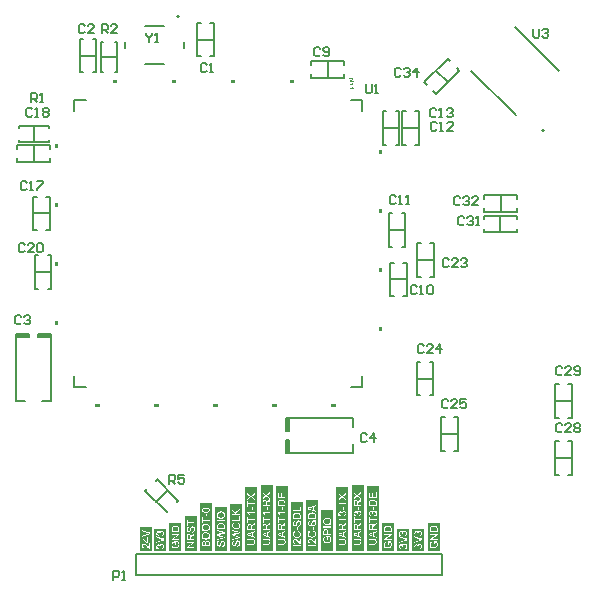
<source format=gbr>
%TF.GenerationSoftware,Altium Limited,Altium Designer,20.2.5 (213)*%
G04 Layer_Color=65535*
%FSLAX44Y44*%
%MOMM*%
%TF.SameCoordinates,159794D8-7842-4491-B27A-FE66E37C9FAE*%
%TF.FilePolarity,Positive*%
%TF.FileFunction,Legend,Top*%
%TF.Part,Single*%
G01*
G75*
%TA.AperFunction,NonConductor*%
%ADD47C,0.2000*%
%ADD49C,0.1500*%
%ADD51C,0.1524*%
%ADD53C,0.1778*%
%ADD55C,0.1270*%
G36*
X350076Y644934D02*
X339076D01*
Y641934D01*
X350076D01*
Y644934D01*
D02*
G37*
G36*
X357881Y644883D02*
X368881D01*
Y641883D01*
X357881D01*
Y644883D01*
D02*
G37*
G36*
X409945Y585351D02*
Y582811D01*
X406135D01*
Y585351D01*
X409945D01*
D02*
G37*
G36*
X459945Y585351D02*
Y582811D01*
X456135D01*
Y585351D01*
X459945D01*
D02*
G37*
G36*
X509945Y585351D02*
Y582811D01*
X506135D01*
Y585351D01*
X509945D01*
D02*
G37*
G36*
X567540Y554800D02*
Y543800D01*
X570540D01*
Y554800D01*
X567540D01*
D02*
G37*
G36*
X567591Y562605D02*
Y573605D01*
X570591D01*
Y562605D01*
X567591D01*
D02*
G37*
G36*
X559945Y585351D02*
Y582811D01*
X556135D01*
Y585351D01*
X559945D01*
D02*
G37*
G36*
X609945Y585351D02*
Y582811D01*
X606135D01*
Y585351D01*
X609945D01*
D02*
G37*
G36*
X646549Y646955D02*
Y650765D01*
X649089D01*
Y646955D01*
X646549D01*
D02*
G37*
G36*
X374531Y651955D02*
Y655765D01*
X371991D01*
Y651955D01*
X374531D01*
D02*
G37*
G36*
Y701955D02*
Y705765D01*
X371991Y705765D01*
Y701955D01*
X374531Y701955D01*
D02*
G37*
G36*
Y751955D02*
Y755765D01*
X371991D01*
Y751955D01*
X374531D01*
D02*
G37*
G36*
X374531Y801955D02*
Y805765D01*
X371991D01*
Y801955D01*
X374531D01*
D02*
G37*
G36*
X424945Y857369D02*
X424945Y859909D01*
X421135D01*
Y857369D01*
X424945Y857369D01*
D02*
G37*
G36*
X474945D02*
Y859909D01*
X471135D01*
Y857369D01*
X474945D01*
D02*
G37*
G36*
X646549Y696955D02*
Y700765D01*
X649089D01*
Y696955D01*
X646549D01*
D02*
G37*
G36*
Y746955D02*
Y750765D01*
X649089D01*
Y746955D01*
X646549D01*
D02*
G37*
G36*
Y796955D02*
Y800765D01*
X649089D01*
Y796955D01*
X646549D01*
D02*
G37*
G36*
X524945Y857369D02*
X524945Y859909D01*
X521135D01*
X521135Y857369D01*
X524945D01*
D02*
G37*
G36*
X574945D02*
Y859909D01*
X571135D01*
Y857369D01*
X574945D01*
D02*
G37*
G36*
X633503Y516558D02*
Y460794D01*
X623343D01*
Y516558D01*
X633503D01*
D02*
G37*
G36*
X607809Y460794D02*
X597649D01*
Y495811D01*
X607809D01*
Y460794D01*
D02*
G37*
G36*
X517879Y460794D02*
X507719D01*
Y498228D01*
X517879D01*
Y460794D01*
D02*
G37*
G36*
X543573Y460794D02*
X533413D01*
Y515302D01*
X543573D01*
Y460794D01*
D02*
G37*
G36*
X672044Y460794D02*
X661884D01*
Y480022D01*
X672044D01*
Y460794D01*
D02*
G37*
G36*
X492185Y460794D02*
X482025D01*
Y490577D01*
X492185D01*
Y460794D01*
D02*
G37*
G36*
X505032Y501666D02*
Y460794D01*
X494872D01*
Y501666D01*
X505032D01*
D02*
G37*
G36*
X569267Y460794D02*
X559107D01*
Y516030D01*
X569267D01*
Y460794D01*
D02*
G37*
G36*
X582114Y502851D02*
Y460794D01*
X571954D01*
Y502851D01*
X582114D01*
D02*
G37*
G36*
X646350Y516030D02*
Y460794D01*
X636190D01*
Y516030D01*
X646350D01*
D02*
G37*
G36*
X556420Y516558D02*
Y460794D01*
X546260D01*
Y516558D01*
X556420D01*
D02*
G37*
G36*
X697992Y460943D02*
X687832D01*
Y484953D01*
X697992D01*
Y460943D01*
D02*
G37*
G36*
X466491Y460794D02*
X456331D01*
Y479992D01*
X466491D01*
Y460794D01*
D02*
G37*
G36*
X530726Y460794D02*
X520566D01*
Y500610D01*
X530726D01*
Y460794D01*
D02*
G37*
G36*
X454152D02*
X443992D01*
Y481114D01*
X454152D01*
Y460794D01*
D02*
G37*
G36*
X479338Y460794D02*
X469178D01*
Y484803D01*
X479338D01*
Y460794D01*
D02*
G37*
G36*
X594962Y504518D02*
Y460794D01*
X584801D01*
Y504518D01*
X594962D01*
D02*
G37*
G36*
X659197Y460794D02*
X649037D01*
Y484803D01*
X659197D01*
Y460794D01*
D02*
G37*
G36*
X620656Y460794D02*
X610496D01*
Y515302D01*
X620656D01*
Y460794D01*
D02*
G37*
G36*
X684891Y460794D02*
X674731D01*
Y479992D01*
X684891D01*
Y460794D01*
D02*
G37*
G36*
X624291Y860698D02*
X623981D01*
X623990Y860694D01*
X624009Y860675D01*
X624042Y860651D01*
X624080Y860614D01*
X624127Y860571D01*
X624169Y860524D01*
X624211Y860468D01*
X624249Y860412D01*
X624254Y860402D01*
X624263Y860383D01*
X624277Y860346D01*
X624296Y860299D01*
X624315Y860242D01*
X624329Y860177D01*
X624338Y860101D01*
X624343Y860017D01*
Y859965D01*
X624338Y859942D01*
X624333Y859909D01*
X624324Y859838D01*
X624305Y859754D01*
X624277Y859664D01*
X624235Y859575D01*
X624183Y859486D01*
Y859481D01*
X624174Y859476D01*
X624155Y859448D01*
X624117Y859406D01*
X624070Y859354D01*
X624009Y859298D01*
X623934Y859241D01*
X623845Y859185D01*
X623746Y859138D01*
X623741D01*
X623732Y859133D01*
X623718Y859129D01*
X623699Y859119D01*
X623671Y859110D01*
X623638Y859100D01*
X623563Y859077D01*
X623469Y859053D01*
X623365Y859035D01*
X623248Y859021D01*
X623126Y859016D01*
X623121D01*
X623112D01*
X623093D01*
X623065D01*
X623032Y859021D01*
X622994D01*
X622910Y859030D01*
X622806Y859049D01*
X622698Y859072D01*
X622585Y859105D01*
X622473Y859147D01*
X622468D01*
X622458Y859152D01*
X622444Y859162D01*
X622426Y859171D01*
X622374Y859204D01*
X622308Y859246D01*
X622238Y859298D01*
X622167Y859364D01*
X622097Y859439D01*
X622031Y859528D01*
Y859533D01*
X622026Y859538D01*
X622017Y859552D01*
X622007Y859570D01*
X621984Y859617D01*
X621956Y859683D01*
X621927Y859763D01*
X621904Y859848D01*
X621885Y859946D01*
X621880Y860045D01*
Y860078D01*
X621885Y860116D01*
X621890Y860163D01*
X621899Y860219D01*
X621913Y860280D01*
X621932Y860341D01*
X621960Y860402D01*
X621965Y860407D01*
X621974Y860430D01*
X621993Y860459D01*
X622021Y860496D01*
X622050Y860534D01*
X622087Y860581D01*
X622130Y860623D01*
X622177Y860661D01*
X621030D01*
Y861060D01*
X624291D01*
Y860698D01*
D02*
G37*
G36*
X625184Y858132D02*
X624728D01*
Y858532D01*
X625184D01*
Y858132D01*
D02*
G37*
G36*
X624291D02*
X621932D01*
Y858532D01*
X624291D01*
Y858132D01*
D02*
G37*
G36*
Y857165D02*
X623953D01*
X623957Y857160D01*
X623972Y857150D01*
X623990Y857136D01*
X624014Y857117D01*
X624042Y857089D01*
X624075Y857057D01*
X624113Y857019D01*
X624150Y856972D01*
X624183Y856925D01*
X624221Y856869D01*
X624254Y856807D01*
X624282Y856742D01*
X624305Y856666D01*
X624324Y856591D01*
X624338Y856507D01*
X624343Y856417D01*
Y856380D01*
X624338Y856342D01*
X624333Y856291D01*
X624324Y856229D01*
X624310Y856164D01*
X624291Y856093D01*
X624263Y856027D01*
X624258Y856018D01*
X624249Y855999D01*
X624235Y855966D01*
X624211Y855929D01*
X624183Y855882D01*
X624145Y855839D01*
X624108Y855797D01*
X624061Y855760D01*
X624056Y855755D01*
X624037Y855745D01*
X624014Y855731D01*
X623981Y855708D01*
X623934Y855689D01*
X623887Y855670D01*
X623831Y855647D01*
X623769Y855633D01*
X623765D01*
X623746Y855628D01*
X623718Y855623D01*
X623680Y855619D01*
X623624D01*
X623558Y855614D01*
X623478Y855609D01*
X623380D01*
X621932D01*
Y856009D01*
X623361D01*
X623365D01*
X623370D01*
X623403D01*
X623445D01*
X623497Y856013D01*
X623558Y856018D01*
X623619Y856027D01*
X623675Y856041D01*
X623727Y856056D01*
X623732D01*
X623746Y856065D01*
X623769Y856079D01*
X623798Y856093D01*
X623826Y856117D01*
X623859Y856145D01*
X623892Y856182D01*
X623920Y856225D01*
X623925Y856229D01*
X623934Y856244D01*
X623943Y856272D01*
X623957Y856305D01*
X623972Y856342D01*
X623986Y856389D01*
X623990Y856446D01*
X623995Y856502D01*
Y856525D01*
X623990Y856544D01*
X623986Y856591D01*
X623976Y856652D01*
X623953Y856718D01*
X623925Y856793D01*
X623887Y856869D01*
X623831Y856939D01*
X623821Y856948D01*
X623798Y856967D01*
X623779Y856981D01*
X623755Y856995D01*
X623727Y857014D01*
X623694Y857028D01*
X623657Y857047D01*
X623610Y857066D01*
X623558Y857080D01*
X623502Y857094D01*
X623441Y857103D01*
X623375Y857113D01*
X623295Y857122D01*
X623215D01*
X621932D01*
Y857522D01*
X624291D01*
Y857165D01*
D02*
G37*
G36*
X624380Y853532D02*
X624390Y853523D01*
X624394Y853504D01*
X624409Y853481D01*
X624423Y853452D01*
X624441Y853419D01*
X624488Y853339D01*
X624540Y853246D01*
X624606Y853152D01*
X624681Y853053D01*
X624761Y852954D01*
X624766Y852950D01*
X624770Y852945D01*
X624785Y852931D01*
X624799Y852912D01*
X624846Y852870D01*
X624902Y852813D01*
X624968Y852757D01*
X625043Y852696D01*
X625118Y852644D01*
X625198Y852597D01*
Y852339D01*
X621932D01*
Y852738D01*
X624474D01*
X624470Y852743D01*
X624451Y852766D01*
X624423Y852794D01*
X624390Y852841D01*
X624347Y852893D01*
X624300Y852959D01*
X624249Y853034D01*
X624197Y853119D01*
Y853123D01*
X624192Y853128D01*
X624174Y853156D01*
X624150Y853203D01*
X624122Y853260D01*
X624089Y853325D01*
X624056Y853396D01*
X624023Y853466D01*
X623995Y853537D01*
X624380D01*
Y853532D01*
D02*
G37*
%LPC*%
G36*
X631632Y511006D02*
X625129D01*
Y505047D01*
D01*
Y505339D01*
X628268Y507556D01*
X631632Y505047D01*
Y506081D01*
X629376Y507726D01*
X629320Y507763D01*
X629254Y507810D01*
X629104Y507914D01*
X629029Y507961D01*
X628972Y507998D01*
X628935Y508026D01*
X628925Y508036D01*
X629066Y508130D01*
X629198Y508214D01*
X629245Y508252D01*
X629282Y508271D01*
X629311Y508290D01*
X629320Y508299D01*
X631632Y509944D01*
Y511006D01*
X628220Y508572D01*
X625129Y510827D01*
Y511006D01*
X631632D01*
D02*
G37*
G36*
Y504878D02*
X629865Y503760D01*
X629677Y503628D01*
X629508Y503506D01*
X629367Y503384D01*
X629235Y503280D01*
X629142Y503186D01*
X629066Y503111D01*
X629019Y503064D01*
X629001Y503046D01*
X628944Y502970D01*
X628878Y502886D01*
X628775Y502716D01*
X628737Y502641D01*
X628700Y502585D01*
X628681Y502547D01*
X628672Y502529D01*
X628643Y502698D01*
X628615Y502858D01*
X628568Y502999D01*
X628531Y503139D01*
X628484Y503262D01*
X628427Y503374D01*
X628380Y503478D01*
X628333Y503572D01*
X628277Y503647D01*
X628230Y503722D01*
X628192Y503778D01*
X628155Y503825D01*
X628127Y503863D01*
X628098Y503891D01*
X628089Y503901D01*
X628080Y503910D01*
X627986Y503985D01*
X627892Y504061D01*
X627694Y504173D01*
X627497Y504248D01*
X627309Y504305D01*
X627149Y504342D01*
X627083Y504352D01*
X627018D01*
X626971Y504361D01*
X626933D01*
X626914D01*
X626905D01*
X626707Y504352D01*
X626529Y504324D01*
X626360Y504277D01*
X626219Y504230D01*
X626097Y504173D01*
X626003Y504136D01*
X625946Y504098D01*
X625937Y504089D01*
X625927D01*
X625777Y503976D01*
X625645Y503863D01*
X625533Y503741D01*
X625448Y503628D01*
X625382Y503525D01*
X625345Y503440D01*
X625317Y503384D01*
X625307Y503374D01*
Y503365D01*
X625279Y503280D01*
X625251Y503177D01*
X625204Y502970D01*
X625176Y502745D01*
X625147Y502538D01*
X625138Y502341D01*
Y502256D01*
X625129Y502181D01*
Y502331D01*
Y499164D01*
X631632D01*
Y502999D01*
Y500029D01*
X628747D01*
Y501138D01*
X628756Y501241D01*
Y501316D01*
X628766Y501382D01*
X628775Y501429D01*
Y501467D01*
X628784Y501485D01*
Y501495D01*
X628831Y501645D01*
X628860Y501711D01*
X628888Y501767D01*
X628916Y501824D01*
X628935Y501861D01*
X628944Y501880D01*
X628954Y501889D01*
X629010Y501965D01*
X629076Y502040D01*
X629217Y502181D01*
X629282Y502247D01*
X629339Y502294D01*
X629376Y502322D01*
X629386Y502331D01*
X629518Y502425D01*
X629658Y502529D01*
X629809Y502632D01*
X629950Y502735D01*
X630081Y502820D01*
X630185Y502886D01*
X630222Y502914D01*
X630251Y502933D01*
X630269Y502952D01*
X630279D01*
X631632Y503807D01*
Y504878D01*
D02*
G37*
G36*
X629677Y498177D02*
X628878D01*
Y495706D01*
X629677D01*
Y498177D01*
D02*
G37*
G36*
X629799Y495010D02*
X625100D01*
X629715D01*
X629489Y495001D01*
X629282Y494963D01*
X629104Y494907D01*
X628954Y494850D01*
X628831Y494794D01*
X628737Y494738D01*
X628681Y494700D01*
X628662Y494691D01*
X628521Y494559D01*
X628399Y494418D01*
X628305Y494268D01*
X628230Y494117D01*
X628173Y493986D01*
X628136Y493882D01*
X628127Y493845D01*
X628117Y493817D01*
X628108Y493798D01*
Y493788D01*
X628023Y493948D01*
X627939Y494080D01*
X627845Y494193D01*
X627760Y494286D01*
X627685Y494362D01*
X627619Y494418D01*
X627581Y494446D01*
X627563Y494456D01*
X627431Y494531D01*
X627299Y494587D01*
X627168Y494634D01*
X627046Y494663D01*
X626942Y494681D01*
X626867Y494691D01*
X626811D01*
X626792D01*
X626632Y494681D01*
X626473Y494653D01*
X626331Y494616D01*
X626209Y494568D01*
X626106Y494521D01*
X626021Y494484D01*
X625974Y494456D01*
X625956Y494446D01*
X625815Y494352D01*
X625692Y494240D01*
X625589Y494127D01*
X625495Y494014D01*
X625429Y493920D01*
X625373Y493835D01*
X625345Y493779D01*
X625335Y493770D01*
Y493760D01*
X625260Y493591D01*
X625204Y493422D01*
X625157Y493253D01*
X625129Y493102D01*
X625110Y492980D01*
X625100Y492877D01*
D01*
Y490753D01*
Y492642D01*
X625119Y492510D01*
X625166Y492257D01*
X625241Y492040D01*
X625317Y491852D01*
X625364Y491768D01*
X625401Y491702D01*
X625439Y491636D01*
X625476Y491589D01*
X625504Y491552D01*
X625523Y491524D01*
X625533Y491505D01*
X625542Y491495D01*
X625721Y491317D01*
X625918Y491176D01*
X626125Y491063D01*
X626331Y490969D01*
X626510Y490913D01*
X626585Y490885D01*
X626651Y490866D01*
X626707Y490856D01*
X626745Y490847D01*
X626773Y490838D01*
X626783D01*
X626924Y491636D01*
X626717Y491674D01*
X626538Y491730D01*
X626388Y491796D01*
X626266Y491862D01*
X626172Y491928D01*
X626106Y491984D01*
X626059Y492022D01*
X626050Y492031D01*
X625956Y492153D01*
X625880Y492285D01*
X625833Y492407D01*
X625796Y492529D01*
X625777Y492642D01*
X625758Y492727D01*
Y492802D01*
X625768Y492971D01*
X625805Y493121D01*
X625852Y493253D01*
X625899Y493366D01*
X625956Y493450D01*
X626003Y493516D01*
X626040Y493563D01*
X626050Y493572D01*
X626162Y493676D01*
X626284Y493751D01*
X626407Y493798D01*
X626520Y493835D01*
X626623Y493854D01*
X626698Y493873D01*
X626754D01*
X626764D01*
X626773D01*
X626877D01*
X626971Y493854D01*
X627130Y493807D01*
X627271Y493741D01*
X627393Y493666D01*
X627478Y493591D01*
X627544Y493525D01*
X627581Y493478D01*
X627591Y493469D01*
Y493460D01*
X627676Y493300D01*
X627741Y493149D01*
X627788Y492990D01*
X627816Y492849D01*
X627835Y492727D01*
X627854Y492623D01*
Y492501D01*
X627845Y492463D01*
Y492416D01*
X628549Y492322D01*
X628521Y492444D01*
X628503Y492557D01*
X628484Y492651D01*
X628474Y492736D01*
X628465Y492802D01*
Y492886D01*
X628484Y493084D01*
X628521Y493262D01*
X628578Y493422D01*
X628643Y493554D01*
X628709Y493657D01*
X628766Y493732D01*
X628803Y493779D01*
X628822Y493798D01*
X628963Y493920D01*
X629113Y494014D01*
X629264Y494080D01*
X629414Y494117D01*
X629536Y494146D01*
X629640Y494155D01*
X629677Y494164D01*
X629705D01*
X629724D01*
X629734D01*
X629940Y494146D01*
X630128Y494099D01*
X630288Y494042D01*
X630429Y493967D01*
X630542Y493892D01*
X630626Y493835D01*
X630683Y493788D01*
X630702Y493770D01*
X630833Y493619D01*
X630927Y493460D01*
X630993Y493300D01*
X631040Y493149D01*
X631068Y493018D01*
X631077Y492914D01*
X631087Y492877D01*
Y492821D01*
X631077Y492651D01*
X631040Y492491D01*
X630993Y492351D01*
X630937Y492238D01*
X630890Y492144D01*
X630843Y492069D01*
X630805Y492031D01*
X630796Y492012D01*
X630664Y491899D01*
X630514Y491805D01*
X630354Y491721D01*
X630185Y491655D01*
X630044Y491608D01*
X629978Y491589D01*
X629922Y491580D01*
X629875Y491571D01*
X629837Y491561D01*
X629818Y491552D01*
X629809D01*
X629912Y490753D01*
D01*
X630062Y490772D01*
X630204Y490800D01*
X630467Y490885D01*
X630692Y490988D01*
X630786Y491044D01*
X630880Y491101D01*
X630965Y491157D01*
X631031Y491213D01*
X631096Y491260D01*
X631143Y491307D01*
X631181Y491336D01*
X631209Y491364D01*
X631228Y491383D01*
X631237Y491392D01*
X631322Y491505D01*
X631407Y491618D01*
X631472Y491730D01*
X631529Y491852D01*
X631623Y492087D01*
X631679Y492313D01*
X631698Y492416D01*
X631717Y492510D01*
X631726Y492595D01*
X631735Y492670D01*
X631745Y492727D01*
Y492811D01*
X631735Y492990D01*
X631717Y493149D01*
X631688Y493309D01*
X631651Y493460D01*
X631604Y493601D01*
X631557Y493723D01*
X631500Y493845D01*
X631444Y493948D01*
X631397Y494052D01*
X631341Y494136D01*
X631294Y494211D01*
X631247Y494268D01*
X631209Y494315D01*
X631181Y494352D01*
X631162Y494371D01*
X631153Y494380D01*
X631040Y494493D01*
X630918Y494587D01*
X630796Y494672D01*
X630673Y494747D01*
X630561Y494803D01*
X630438Y494860D01*
X630213Y494935D01*
X630109Y494954D01*
X630016Y494973D01*
X629931Y494991D01*
X629856Y495001D01*
X629799Y495010D01*
D02*
G37*
G36*
X631632Y490180D02*
X625129D01*
Y485029D01*
X625899D01*
Y487172D01*
X631632D01*
Y488037D01*
X625899D01*
Y490180D01*
X631632D01*
D02*
G37*
G36*
Y484682D02*
X625129D01*
Y478968D01*
X631632D01*
Y479832D01*
X628747D01*
Y480941D01*
X628756Y481045D01*
Y481120D01*
X628766Y481186D01*
X628775Y481233D01*
Y481270D01*
X628784Y481289D01*
Y481298D01*
X628831Y481449D01*
X628860Y481515D01*
X628888Y481571D01*
X628916Y481627D01*
X628935Y481665D01*
X628944Y481684D01*
X628954Y481693D01*
X629010Y481768D01*
X629076Y481844D01*
X629217Y481985D01*
X629282Y482050D01*
X629339Y482097D01*
X629376Y482126D01*
X629386Y482135D01*
X629518Y482229D01*
X629658Y482332D01*
X629809Y482436D01*
X629950Y482539D01*
X630081Y482624D01*
X630185Y482689D01*
X630222Y482718D01*
X630251Y482736D01*
X630269Y482755D01*
X630279D01*
X631632Y483610D01*
Y484682D01*
X629865Y483563D01*
X629677Y483432D01*
X629508Y483310D01*
X629367Y483187D01*
X629235Y483084D01*
X629142Y482990D01*
X629066Y482915D01*
X629019Y482868D01*
X629001Y482849D01*
X628944Y482774D01*
X628878Y482689D01*
X628775Y482520D01*
X628737Y482445D01*
X628700Y482389D01*
X628681Y482351D01*
X628672Y482332D01*
X628643Y482501D01*
X628615Y482661D01*
X628568Y482802D01*
X628531Y482943D01*
X628484Y483065D01*
X628427Y483178D01*
X628380Y483282D01*
X628333Y483376D01*
X628277Y483451D01*
X628230Y483526D01*
X628192Y483582D01*
X628155Y483629D01*
X628127Y483667D01*
X628098Y483695D01*
X628089Y483704D01*
X628080Y483714D01*
X627986Y483789D01*
X627892Y483864D01*
X627694Y483977D01*
X627497Y484052D01*
X627309Y484109D01*
X627149Y484146D01*
X627083Y484156D01*
X627018D01*
X626971Y484165D01*
X626933D01*
X626914D01*
X626905D01*
X626707Y484156D01*
X626529Y484127D01*
X626360Y484080D01*
X626219Y484033D01*
X626097Y483977D01*
X626003Y483939D01*
X625946Y483902D01*
X625937Y483892D01*
X625927D01*
X625777Y483780D01*
X625645Y483667D01*
X625533Y483545D01*
X625448Y483432D01*
X625382Y483329D01*
X625345Y483244D01*
X625317Y483187D01*
X625307Y483178D01*
Y483169D01*
X625279Y483084D01*
X625251Y482981D01*
X625204Y482774D01*
X625176Y482548D01*
X625147Y482342D01*
X625138Y482144D01*
Y482060D01*
X625129Y481985D01*
Y484682D01*
X631632D01*
D02*
G37*
G36*
Y478263D02*
X625129Y475603D01*
Y478263D01*
Y472182D01*
Y474664D01*
X631632Y472182D01*
Y473094D01*
X629658Y473799D01*
Y476524D01*
X631632Y477286D01*
Y478263D01*
D02*
G37*
G36*
X631745Y471459D02*
X625129D01*
Y466346D01*
X629076D01*
X629254Y466356D01*
X629423Y466365D01*
X629583Y466384D01*
X629724Y466403D01*
X629856Y466422D01*
X629978Y466450D01*
X630091Y466469D01*
X630194Y466487D01*
X630279Y466515D01*
X630354Y466534D01*
X630410Y466553D01*
X630457Y466572D01*
X630495Y466581D01*
X630514Y466591D01*
X630523D01*
X630730Y466694D01*
X630918Y466826D01*
X631068Y466957D01*
X631200Y467098D01*
X631303Y467220D01*
X631378Y467324D01*
X631397Y467361D01*
X631416Y467389D01*
X631435Y467408D01*
Y467418D01*
X631538Y467653D01*
X631613Y467897D01*
X631670Y468151D01*
X631707Y468386D01*
X631717Y468489D01*
X631726Y468592D01*
X631735Y468686D01*
Y468762D01*
X631745Y468827D01*
Y469250D01*
Y468912D01*
X631726Y469250D01*
X631707Y469401D01*
X631688Y469542D01*
X631660Y469683D01*
X631632Y469805D01*
X631604Y469917D01*
X631566Y470021D01*
X631529Y470115D01*
X631500Y470190D01*
X631472Y470265D01*
X631444Y470322D01*
X631416Y470369D01*
X631407Y470397D01*
X631388Y470416D01*
Y470425D01*
X631247Y470632D01*
X631087Y470801D01*
X630937Y470933D01*
X630786Y471045D01*
X630655Y471130D01*
X630551Y471186D01*
X630514Y471205D01*
X630485Y471224D01*
X630467Y471233D01*
X630457D01*
X630345Y471271D01*
X630222Y471308D01*
X629969Y471365D01*
X629705Y471402D01*
X629452Y471431D01*
X629339Y471440D01*
X629226Y471449D01*
X629132D01*
X629048Y471459D01*
X631745D01*
D02*
G37*
%LPD*%
G36*
X626858Y508590D02*
X626999Y508478D01*
X627130Y508383D01*
X627262Y508290D01*
X627365Y508214D01*
X627459Y508149D01*
X627534Y508102D01*
X627572Y508073D01*
X627591Y508064D01*
X627478Y507998D01*
X627356Y507923D01*
X627224Y507839D01*
X627093Y507754D01*
X626980Y507669D01*
X626886Y507613D01*
X626848Y507585D01*
X626820Y507566D01*
X626811Y507547D01*
X626801D01*
X625129Y506363D01*
Y509887D01*
X626858Y508590D01*
D02*
G37*
G36*
X627027Y503468D02*
X627140Y503450D01*
X627234Y503421D01*
X627318Y503393D01*
X627393Y503356D01*
X627450Y503327D01*
X627487Y503309D01*
X627497Y503299D01*
X627591Y503233D01*
X627676Y503149D01*
X627741Y503064D01*
X627798Y502980D01*
X627835Y502905D01*
X627863Y502848D01*
X627882Y502811D01*
X627892Y502792D01*
X627929Y502660D01*
X627957Y502510D01*
X627976Y502359D01*
X627986Y502209D01*
X627995Y502077D01*
X628004Y501965D01*
Y500029D01*
X625852D01*
Y502077D01*
X625862Y502331D01*
X625899Y502547D01*
X625946Y502735D01*
X626003Y502876D01*
X626059Y502999D01*
X626106Y503074D01*
X626144Y503121D01*
X626153Y503139D01*
X626275Y503252D01*
X626397Y503337D01*
X626529Y503393D01*
X626642Y503440D01*
X626754Y503459D01*
X626839Y503468D01*
X626895Y503478D01*
X626905D01*
X626914D01*
X627027Y503468D01*
D02*
G37*
G36*
Y483272D02*
X627140Y483253D01*
X627234Y483225D01*
X627318Y483197D01*
X627393Y483159D01*
X627450Y483131D01*
X627487Y483112D01*
X627497Y483103D01*
X627591Y483037D01*
X627676Y482953D01*
X627741Y482868D01*
X627798Y482783D01*
X627835Y482708D01*
X627863Y482652D01*
X627882Y482614D01*
X627892Y482595D01*
X627929Y482464D01*
X627957Y482313D01*
X627976Y482163D01*
X627986Y482013D01*
X627995Y481881D01*
X628004Y481768D01*
Y479832D01*
X625852D01*
Y481881D01*
X625862Y482135D01*
X625899Y482351D01*
X625946Y482539D01*
X626003Y482680D01*
X626059Y482802D01*
X626106Y482877D01*
X626144Y482924D01*
X626153Y482943D01*
X626275Y483056D01*
X626397Y483140D01*
X626529Y483197D01*
X626642Y483244D01*
X626754Y483263D01*
X626839Y483272D01*
X626895Y483282D01*
X626905D01*
X626914D01*
X627027Y483272D01*
D02*
G37*
G36*
X628954Y474053D02*
X627055Y474757D01*
X626820Y474842D01*
X626595Y474908D01*
X626388Y474974D01*
X626200Y475021D01*
X626040Y475058D01*
X625974Y475077D01*
X625909Y475086D01*
X625871Y475105D01*
X625833D01*
X625815Y475115D01*
X625805D01*
X626021Y475180D01*
X626247Y475256D01*
X626473Y475331D01*
X626689Y475406D01*
X626783Y475443D01*
X626877Y475472D01*
X626961Y475500D01*
X627027Y475528D01*
X627083Y475547D01*
X627130Y475566D01*
X627159Y475575D01*
X627168D01*
X628954Y476252D01*
Y474053D01*
D02*
G37*
G36*
X629311Y470575D02*
X629489Y470557D01*
X629658Y470528D01*
X629809Y470500D01*
X629950Y470463D01*
X630072Y470434D01*
X630175Y470397D01*
X630260Y470359D01*
X630345Y470322D01*
X630401Y470284D01*
X630457Y470256D01*
X630495Y470228D01*
X630523Y470209D01*
X630532Y470200D01*
X630542Y470190D01*
X630617Y470106D01*
X630683Y470011D01*
X630786Y469805D01*
X630861Y469589D01*
X630908Y469363D01*
X630946Y469156D01*
X630955Y469072D01*
Y468987D01*
X630965Y468931D01*
Y468837D01*
X630955Y468639D01*
X630927Y468461D01*
X630899Y468292D01*
X630852Y468160D01*
X630814Y468047D01*
X630786Y467963D01*
X630758Y467916D01*
X630749Y467897D01*
X630664Y467765D01*
X630561Y467653D01*
X630457Y467559D01*
X630363Y467493D01*
X630269Y467436D01*
X630204Y467389D01*
X630157Y467371D01*
X630138Y467361D01*
X630053Y467333D01*
X629969Y467314D01*
X629771Y467277D01*
X629565Y467248D01*
X629358Y467230D01*
X629179Y467220D01*
X629095D01*
X629029Y467211D01*
X628972D01*
X628925D01*
X628897D01*
X628888D01*
X625129D01*
Y470594D01*
X628888D01*
X629104D01*
X629311Y470575D01*
D02*
G37*
%LPC*%
G36*
X606093Y489223D02*
X599364D01*
D01*
X602747D01*
X602390Y489204D01*
X602061Y489167D01*
X601911Y489138D01*
X601760Y489101D01*
X601629Y489063D01*
X601507Y489035D01*
X601394Y488997D01*
X601291Y488960D01*
X601206Y488932D01*
X601131Y488894D01*
X601074Y488875D01*
X601037Y488857D01*
X601009Y488838D01*
X600999D01*
X600727Y488687D01*
X600482Y488509D01*
X600276Y488321D01*
X600107Y488152D01*
X599975Y487992D01*
X599919Y487917D01*
X599871Y487860D01*
X599843Y487804D01*
X599815Y487766D01*
X599806Y487747D01*
X599796Y487738D01*
X599721Y487597D01*
X599655Y487456D01*
X599543Y487184D01*
X599467Y486902D01*
X599420Y486657D01*
X599402Y486544D01*
X599383Y486432D01*
X599374Y486347D01*
Y486263D01*
X599364Y486197D01*
Y486112D01*
X599374Y485858D01*
X599402Y485624D01*
X599449Y485398D01*
X599505Y485182D01*
X599580Y484985D01*
X599655Y484796D01*
X599740Y484627D01*
X599825Y484477D01*
X599909Y484336D01*
X599994Y484214D01*
X600069Y484110D01*
X600144Y484026D01*
X600201Y483960D01*
X600247Y483904D01*
X600276Y483876D01*
X600285Y483866D01*
X600464Y483716D01*
X600652Y483584D01*
X600858Y483462D01*
X601065Y483368D01*
X601281Y483283D01*
X601488Y483208D01*
X601695Y483152D01*
X601892Y483114D01*
X602080Y483077D01*
X602259Y483049D01*
X602418Y483030D01*
X602550Y483011D01*
X602663D01*
X602747Y483002D01*
X602822D01*
X603142Y483020D01*
X603433Y483058D01*
X603715Y483114D01*
X603838Y483152D01*
X603960Y483190D01*
X604063Y483218D01*
X604157Y483255D01*
X604242Y483283D01*
X604317Y483312D01*
X604373Y483330D01*
X604411Y483349D01*
X604439Y483368D01*
X604448D01*
X604721Y483528D01*
X604956Y483697D01*
X605163Y483885D01*
X605332Y484063D01*
X605473Y484223D01*
X605529Y484289D01*
X605567Y484345D01*
X605604Y484402D01*
X605633Y484439D01*
X605642Y484458D01*
X605651Y484468D01*
X605727Y484609D01*
X605792Y484749D01*
X605905Y485032D01*
X605980Y485304D01*
X606037Y485558D01*
X606055Y485680D01*
X606065Y485783D01*
X606084Y485877D01*
Y485962D01*
X606093Y486018D01*
Y483002D01*
D01*
Y486112D01*
X606074Y486422D01*
X606027Y486714D01*
X605971Y486986D01*
X605933Y487108D01*
X605896Y487221D01*
X605858Y487325D01*
X605821Y487419D01*
X605792Y487494D01*
X605764Y487560D01*
X605736Y487616D01*
X605717Y487663D01*
X605698Y487682D01*
Y487691D01*
X605529Y487954D01*
X605341Y488180D01*
X605144Y488368D01*
X604956Y488527D01*
X604777Y488659D01*
X604711Y488706D01*
X604646Y488744D01*
X604589Y488781D01*
X604552Y488800D01*
X604524Y488819D01*
X604514D01*
X604364Y488894D01*
X604213Y488950D01*
X603913Y489054D01*
X603612Y489129D01*
X603339Y489176D01*
X603217Y489185D01*
X603105Y489204D01*
X603001Y489214D01*
X602916D01*
X602841Y489223D01*
X606093D01*
D02*
G37*
G36*
X605980Y481742D02*
X599477D01*
Y480877D01*
X605980D01*
Y481742D01*
D02*
G37*
G36*
Y479637D02*
X599477D01*
D01*
X601366D01*
X601187Y479628D01*
X601018Y479609D01*
X600868Y479571D01*
X600736Y479543D01*
X600623Y479505D01*
X600539Y479468D01*
X600492Y479449D01*
X600473Y479440D01*
X600332Y479365D01*
X600210Y479271D01*
X600097Y479186D01*
X600013Y479101D01*
X599947Y479026D01*
X599890Y478970D01*
X599862Y478932D01*
X599853Y478913D01*
X599778Y478791D01*
X599712Y478650D01*
X599655Y478519D01*
X599608Y478396D01*
X599580Y478284D01*
X599561Y478199D01*
X599543Y478133D01*
Y478115D01*
X599524Y477974D01*
X599505Y477814D01*
X599496Y477645D01*
X599486Y477485D01*
X599477Y477344D01*
Y474675D01*
X605980D01*
Y479637D01*
D02*
G37*
G36*
X606093Y473406D02*
X599364D01*
D01*
X602663D01*
Y470643D01*
X603433D01*
Y472560D01*
X604655D01*
X604749Y472448D01*
X604834Y472316D01*
X604909Y472175D01*
X604975Y472043D01*
X605031Y471931D01*
X605078Y471827D01*
X605097Y471790D01*
X605106Y471771D01*
X605116Y471752D01*
Y471743D01*
X605181Y471545D01*
X605238Y471348D01*
X605275Y471169D01*
X605294Y471000D01*
X605313Y470859D01*
Y470803D01*
X605322Y470746D01*
Y470653D01*
X605313Y470418D01*
X605275Y470192D01*
X605228Y469985D01*
X605181Y469797D01*
X605125Y469647D01*
X605106Y469581D01*
X605087Y469534D01*
X605069Y469487D01*
X605050Y469459D01*
X605040Y469440D01*
Y469431D01*
X604918Y469233D01*
X604787Y469055D01*
X604646Y468904D01*
X604505Y468782D01*
X604373Y468679D01*
X604270Y468613D01*
X604232Y468585D01*
X604204Y468576D01*
X604185Y468557D01*
X604176D01*
X603941Y468463D01*
X603697Y468388D01*
X603452Y468341D01*
X603217Y468303D01*
X603114Y468294D01*
X603020Y468284D01*
X602926Y468275D01*
X602851D01*
X602794Y468265D01*
X602747D01*
X602719D01*
X602710D01*
X602447Y468275D01*
X602212Y468303D01*
X601986Y468341D01*
X601789Y468388D01*
X601704Y468406D01*
X601629Y468435D01*
X601563Y468453D01*
X601507Y468472D01*
X601460Y468491D01*
X601432Y468500D01*
X601413Y468510D01*
X601403D01*
X601272Y468576D01*
X601150Y468641D01*
X601037Y468707D01*
X600943Y468773D01*
X600868Y468829D01*
X600802Y468876D01*
X600764Y468914D01*
X600755Y468923D01*
X600652Y469027D01*
X600558Y469139D01*
X600482Y469262D01*
X600407Y469374D01*
X600360Y469468D01*
X600313Y469544D01*
X600294Y469600D01*
X600285Y469619D01*
X600219Y469788D01*
X600172Y469957D01*
X600144Y470136D01*
X600116Y470295D01*
X600107Y470436D01*
Y470493D01*
X600097Y470540D01*
Y470643D01*
X600107Y470822D01*
X600125Y470991D01*
X600154Y471141D01*
X600182Y471273D01*
X600219Y471386D01*
X600247Y471470D01*
X600266Y471517D01*
X600276Y471536D01*
X600341Y471677D01*
X600417Y471799D01*
X600492Y471912D01*
X600567Y471996D01*
X600633Y472062D01*
X600680Y472119D01*
X600717Y472147D01*
X600727Y472156D01*
X600840Y472241D01*
X600971Y472307D01*
X601093Y472372D01*
X601225Y472429D01*
X601338Y472466D01*
X601422Y472495D01*
X601460Y472504D01*
X601488Y472513D01*
X601497Y472523D01*
X601507D01*
X601300Y473303D01*
X601065Y473237D01*
X600858Y473152D01*
X600670Y473068D01*
X600520Y472993D01*
X600398Y472917D01*
X600313Y472861D01*
X600257Y472823D01*
X600238Y472805D01*
X600088Y472673D01*
X599966Y472532D01*
X599853Y472382D01*
X599759Y472241D01*
X599693Y472109D01*
X599637Y472006D01*
X599618Y471968D01*
X599608Y471940D01*
X599599Y471921D01*
Y471912D01*
X599524Y471696D01*
X599467Y471470D01*
X599420Y471263D01*
X599392Y471066D01*
X599374Y470887D01*
Y470812D01*
X599364Y470756D01*
Y470859D01*
Y470455D01*
X599383Y470286D01*
X599430Y469957D01*
X599458Y469807D01*
X599496Y469666D01*
X599524Y469534D01*
X599561Y469412D01*
X599599Y469299D01*
X599637Y469205D01*
X599674Y469121D01*
X599702Y469045D01*
X599731Y468989D01*
X599749Y468951D01*
X599759Y468923D01*
X599768Y468914D01*
X599853Y468782D01*
X599937Y468651D01*
X600135Y468425D01*
X600332Y468228D01*
X600539Y468068D01*
X600717Y467937D01*
X600793Y467890D01*
X600868Y467852D01*
X600924Y467814D01*
X600962Y467795D01*
X600990Y467786D01*
X600999Y467777D01*
X601309Y467645D01*
X601620Y467551D01*
X601920Y467476D01*
X602061Y467457D01*
X602193Y467429D01*
X602315Y467420D01*
X602418Y467401D01*
X602522Y467391D01*
X602606D01*
X602672Y467382D01*
X602766D01*
X603114Y467401D01*
X603443Y467448D01*
X603593Y467476D01*
X603734Y467504D01*
X603875Y467542D01*
X603997Y467579D01*
X604110Y467617D01*
X604204Y467655D01*
X604298Y467683D01*
X604364Y467711D01*
X604430Y467739D01*
X604467Y467758D01*
X604495Y467777D01*
X604505D01*
X604777Y467946D01*
X605012Y468134D01*
X605219Y468331D01*
X605388Y468519D01*
X605520Y468698D01*
X605567Y468764D01*
X605614Y468829D01*
X605642Y468886D01*
X605670Y468923D01*
X605680Y468951D01*
X605689Y468961D01*
X605764Y469111D01*
X605821Y469262D01*
X605924Y469562D01*
X605990Y469854D01*
X606046Y470126D01*
X606055Y470248D01*
X606074Y470361D01*
X606084Y470465D01*
Y470549D01*
X606093Y470615D01*
Y470361D01*
Y470615D01*
Y470709D01*
X606084Y470972D01*
X606055Y471226D01*
X606008Y471461D01*
X605961Y471668D01*
X605943Y471752D01*
X605924Y471837D01*
X605896Y471912D01*
X605877Y471978D01*
X605858Y472025D01*
X605849Y472062D01*
X605839Y472081D01*
Y472090D01*
X605736Y472344D01*
X605614Y472579D01*
X605482Y472805D01*
X605360Y473002D01*
X605304Y473087D01*
X605247Y473171D01*
X605200Y473237D01*
X605163Y473293D01*
X605125Y473340D01*
X605097Y473378D01*
X605087Y473397D01*
X605078Y473406D01*
X606093D01*
D02*
G37*
G36*
Y470361D02*
Y467382D01*
D01*
Y470361D01*
D02*
G37*
%LPD*%
G36*
X602963Y488330D02*
X603180Y488311D01*
X603386Y488283D01*
X603574Y488246D01*
X603744Y488189D01*
X603903Y488142D01*
X604054Y488086D01*
X604185Y488029D01*
X604298Y487964D01*
X604401Y487907D01*
X604486Y487860D01*
X604552Y487813D01*
X604608Y487766D01*
X604655Y487738D01*
X604674Y487719D01*
X604683Y487710D01*
X604805Y487588D01*
X604909Y487456D01*
X604994Y487325D01*
X605078Y487193D01*
X605144Y487061D01*
X605191Y486921D01*
X605238Y486798D01*
X605275Y486667D01*
X605304Y486554D01*
X605322Y486441D01*
X605341Y486347D01*
X605351Y486263D01*
Y486197D01*
X605360Y486150D01*
Y486103D01*
X605351Y485924D01*
X605332Y485755D01*
X605294Y485605D01*
X605257Y485454D01*
X605200Y485313D01*
X605144Y485182D01*
X605087Y485060D01*
X605022Y484947D01*
X604956Y484853D01*
X604899Y484768D01*
X604843Y484693D01*
X604787Y484627D01*
X604749Y484580D01*
X604711Y484543D01*
X604693Y484524D01*
X604683Y484515D01*
X604552Y484402D01*
X604411Y484308D01*
X604260Y484223D01*
X604110Y484148D01*
X603950Y484092D01*
X603800Y484035D01*
X603499Y483960D01*
X603368Y483941D01*
X603236Y483923D01*
X603123Y483904D01*
X603029Y483894D01*
X602945Y483885D01*
X602879D01*
X602841D01*
X602832D01*
X602569Y483894D01*
X602324Y483913D01*
X602090Y483941D01*
X601883Y483988D01*
X601695Y484035D01*
X601526Y484092D01*
X601366Y484157D01*
X601234Y484214D01*
X601112Y484280D01*
X601009Y484336D01*
X600924Y484392D01*
X600858Y484439D01*
X600802Y484486D01*
X600764Y484515D01*
X600746Y484533D01*
X600736Y484543D01*
X600623Y484665D01*
X600529Y484796D01*
X600445Y484928D01*
X600370Y485069D01*
X600313Y485201D01*
X600257Y485332D01*
X600182Y485577D01*
X600163Y485689D01*
X600144Y485793D01*
X600125Y485877D01*
X600116Y485962D01*
X600107Y486028D01*
Y486112D01*
X600116Y486347D01*
X600154Y486573D01*
X600210Y486770D01*
X600266Y486939D01*
X600332Y487080D01*
X600360Y487137D01*
X600379Y487184D01*
X600407Y487231D01*
X600417Y487259D01*
X600435Y487268D01*
Y487278D01*
X600567Y487456D01*
X600717Y487616D01*
X600868Y487757D01*
X601018Y487870D01*
X601150Y487954D01*
X601262Y488020D01*
X601300Y488039D01*
X601328Y488058D01*
X601347Y488067D01*
X601356D01*
X601582Y488161D01*
X601826Y488227D01*
X602052Y488274D01*
X602268Y488302D01*
X602371Y488321D01*
X602456Y488330D01*
X602541D01*
X602606Y488340D01*
X602663D01*
X602700D01*
X602729D01*
X602738D01*
X602963Y488330D01*
D02*
G37*
G36*
X605980Y475540D02*
X603339D01*
Y477203D01*
X603330Y477447D01*
X603311Y477682D01*
X603283Y477889D01*
X603245Y478077D01*
X603208Y478256D01*
X603161Y478406D01*
X603105Y478547D01*
X603048Y478669D01*
X603001Y478772D01*
X602945Y478866D01*
X602898Y478942D01*
X602851Y478998D01*
X602822Y479045D01*
X602794Y479073D01*
X602775Y479092D01*
X602766Y479101D01*
X602653Y479195D01*
X602541Y479280D01*
X602428Y479346D01*
X602306Y479412D01*
X602183Y479468D01*
X602071Y479505D01*
X601855Y479571D01*
X601751Y479590D01*
X601657Y479609D01*
X601573Y479618D01*
X601507Y479628D01*
X601441Y479637D01*
X605980D01*
Y475540D01*
D02*
G37*
G36*
X601591Y478735D02*
X601760Y478697D01*
X601911Y478641D01*
X602033Y478575D01*
X602127Y478509D01*
X602202Y478453D01*
X602240Y478415D01*
X602259Y478396D01*
X602315Y478331D01*
X602362Y478246D01*
X602437Y478068D01*
X602494Y477870D01*
X602531Y477673D01*
X602550Y477494D01*
X602559Y477419D01*
Y477353D01*
X602569Y477287D01*
Y475540D01*
X600247D01*
Y477400D01*
X600257Y477570D01*
X600266Y477710D01*
X600276Y477823D01*
X600294Y477898D01*
X600304Y477955D01*
X600313Y477992D01*
Y478002D01*
X600360Y478124D01*
X600417Y478227D01*
X600473Y478321D01*
X600539Y478406D01*
X600605Y478462D01*
X600652Y478509D01*
X600689Y478537D01*
X600699Y478547D01*
X600811Y478613D01*
X600924Y478669D01*
X601046Y478707D01*
X601150Y478725D01*
X601244Y478744D01*
X601328Y478754D01*
X601375D01*
X601385D01*
X601394D01*
X601591Y478735D01*
D02*
G37*
%LPC*%
G36*
X512912Y494501D02*
X512818D01*
X512461Y494482D01*
X512132Y494444D01*
X511982Y494416D01*
X511831Y494379D01*
X511700Y494341D01*
X511577Y494313D01*
X511465Y494275D01*
X511361Y494238D01*
X511277Y494209D01*
X511202Y494172D01*
X511145Y494153D01*
X511108Y494134D01*
X511079Y494115D01*
X511070D01*
X510798Y493965D01*
X510553Y493787D01*
X510346Y493599D01*
X510177Y493429D01*
X510046Y493270D01*
X509989Y493194D01*
X509942Y493138D01*
X509914Y493082D01*
X509886Y493044D01*
X509877Y493025D01*
X509867Y493016D01*
X509792Y492875D01*
X509726Y492734D01*
X509613Y492461D01*
X509538Y492179D01*
X509491Y491935D01*
X509472Y491822D01*
X509454Y491710D01*
X509444Y491625D01*
Y491540D01*
X509435Y491475D01*
Y491625D01*
Y488279D01*
Y491390D01*
X509444Y491136D01*
X509472Y490901D01*
X509519Y490676D01*
X509576Y490460D01*
X509651Y490262D01*
X509726Y490074D01*
X509811Y489905D01*
X509895Y489755D01*
X509980Y489614D01*
X510064Y489492D01*
X510140Y489388D01*
X510215Y489304D01*
X510271Y489238D01*
X510318Y489182D01*
X510346Y489153D01*
X510356Y489144D01*
X510534Y488993D01*
X510722Y488862D01*
X510929Y488740D01*
X511136Y488646D01*
X511352Y488561D01*
X511559Y488486D01*
X511766Y488430D01*
X511963Y488392D01*
X512151Y488354D01*
X512329Y488326D01*
X512489Y488307D01*
X512621Y488289D01*
X512733D01*
X512818Y488279D01*
X509435D01*
X516164D01*
D01*
X512893D01*
X513213Y488298D01*
X513504Y488336D01*
X513786Y488392D01*
X513908Y488430D01*
X514030Y488467D01*
X514134Y488495D01*
X514228Y488533D01*
X514312Y488561D01*
X514388Y488589D01*
X514444Y488608D01*
X514482Y488627D01*
X514510Y488646D01*
X514519D01*
X514792Y488806D01*
X515027Y488975D01*
X515233Y489163D01*
X515402Y489341D01*
X515544Y489501D01*
X515600Y489567D01*
X515637Y489623D01*
X515675Y489680D01*
X515703Y489717D01*
X515713Y489736D01*
X515722Y489745D01*
X515797Y489886D01*
X515863Y490027D01*
X515976Y490309D01*
X516051Y490582D01*
X516107Y490835D01*
X516126Y490958D01*
X516135Y491061D01*
X516154Y491155D01*
Y491240D01*
X516164Y491296D01*
Y491390D01*
X516145Y491700D01*
X516098Y491992D01*
X516042Y492264D01*
X516004Y492386D01*
X515966Y492499D01*
X515929Y492602D01*
X515891Y492696D01*
X515863Y492771D01*
X515835Y492837D01*
X515807Y492894D01*
X515788Y492941D01*
X515769Y492960D01*
Y492969D01*
X515600Y493232D01*
X515412Y493458D01*
X515215Y493646D01*
X515027Y493805D01*
X514848Y493937D01*
X514782Y493984D01*
X514716Y494021D01*
X514660Y494059D01*
X514622Y494078D01*
X514594Y494097D01*
X514585D01*
X514435Y494172D01*
X514284Y494228D01*
X513983Y494332D01*
X513683Y494407D01*
X513410Y494454D01*
X513288Y494463D01*
X513175Y494482D01*
X513072Y494491D01*
X512987D01*
X512912Y494501D01*
D02*
G37*
G36*
X516051Y487020D02*
X509548D01*
Y486155D01*
X516051D01*
Y487020D01*
D02*
G37*
G36*
Y484830D02*
X509548D01*
Y479454D01*
X516051D01*
Y481795D01*
X516042Y482011D01*
X516032Y482208D01*
X516013Y482387D01*
X515995Y482537D01*
X515976Y482669D01*
X515966Y482763D01*
X515957Y482791D01*
X515948Y482819D01*
Y482838D01*
X515901Y483007D01*
X515844Y483157D01*
X515797Y483289D01*
X515741Y483402D01*
X515694Y483496D01*
X515656Y483562D01*
X515628Y483599D01*
X515619Y483618D01*
X515534Y483740D01*
X515431Y483843D01*
X515337Y483947D01*
X515243Y484031D01*
X515158Y484107D01*
X515092Y484163D01*
X515045Y484201D01*
X515027Y484210D01*
X514876Y484304D01*
X514716Y484398D01*
X514566Y484473D01*
X514416Y484529D01*
X514284Y484586D01*
X514181Y484623D01*
X514143Y484633D01*
X514115Y484642D01*
X514096Y484652D01*
X514087D01*
X513861Y484708D01*
X513636Y484755D01*
X513419Y484783D01*
X513213Y484811D01*
X513034Y484821D01*
X512959D01*
X512893Y484830D01*
X516051D01*
D02*
G37*
G36*
X509548Y478646D02*
Y473947D01*
X513946Y472716D01*
X513983Y472707D01*
X514040Y472688D01*
X514115Y472669D01*
X514200Y472650D01*
X514294Y472622D01*
X514397Y472603D01*
X514604Y472547D01*
X514810Y472500D01*
X514904Y472472D01*
X514980Y472453D01*
X515055Y472444D01*
X515102Y472425D01*
X515139Y472415D01*
X515149D01*
X514904Y472368D01*
X514660Y472322D01*
X514435Y472275D01*
X514237Y472228D01*
X514143Y472209D01*
X514059Y472190D01*
X513993Y472171D01*
X513927Y472162D01*
X513880Y472152D01*
X513842Y472143D01*
X513824Y472133D01*
X513814D01*
X509548Y471166D01*
Y470273D01*
X516051Y471974D01*
Y470273D01*
Y471974D01*
Y472876D01*
X511098Y474248D01*
X510976Y474286D01*
X510844Y474314D01*
X510713Y474351D01*
X510600Y474380D01*
X510497Y474408D01*
X510412Y474427D01*
X510356Y474436D01*
X510346Y474445D01*
X510337D01*
X510365Y474455D01*
X510412Y474464D01*
X510516Y474492D01*
X510638Y474530D01*
X510769Y474568D01*
X510891Y474596D01*
X510995Y474624D01*
X511042Y474633D01*
X511070Y474643D01*
X511089Y474652D01*
X511098D01*
X516051Y476015D01*
Y473947D01*
Y476015D01*
Y476861D01*
X509548Y478646D01*
D02*
G37*
G36*
X514312Y469690D02*
X514228D01*
X514040Y469681D01*
X513861Y469652D01*
X513702Y469605D01*
X513570Y469558D01*
X513457Y469502D01*
X513372Y469464D01*
X513326Y469427D01*
X513307Y469417D01*
X513166Y469305D01*
X513034Y469173D01*
X512921Y469032D01*
X512818Y468891D01*
X512743Y468769D01*
X512687Y468666D01*
X512668Y468628D01*
X512649Y468600D01*
X512640Y468581D01*
Y468572D01*
X512602Y468497D01*
X512574Y468402D01*
X512536Y468299D01*
X512499Y468186D01*
X512433Y467951D01*
X512367Y467707D01*
X512339Y467594D01*
X512311Y467491D01*
X512282Y467388D01*
X512264Y467303D01*
X512245Y467237D01*
X512235Y467181D01*
X512226Y467143D01*
Y467134D01*
X512179Y466946D01*
X512141Y466777D01*
X512094Y466626D01*
X512057Y466495D01*
X512010Y466372D01*
X511972Y466269D01*
X511935Y466175D01*
X511906Y466091D01*
X511869Y466025D01*
X511841Y465968D01*
X511822Y465931D01*
X511794Y465893D01*
X511766Y465846D01*
X511756Y465837D01*
X511662Y465752D01*
X511568Y465696D01*
X511474Y465649D01*
X511380Y465621D01*
X511305Y465602D01*
X511239Y465592D01*
X511202D01*
X511183D01*
X511032Y465611D01*
X510901Y465649D01*
X510788Y465705D01*
X510685Y465771D01*
X510610Y465827D01*
X510544Y465884D01*
X510506Y465921D01*
X510497Y465940D01*
X510450Y466015D01*
X510403Y466091D01*
X510328Y466269D01*
X510281Y466457D01*
X510243Y466645D01*
X510224Y466814D01*
X510215Y466889D01*
X510205Y466946D01*
Y467077D01*
X510215Y467341D01*
X510252Y467575D01*
X510309Y467763D01*
X510365Y467923D01*
X510422Y468045D01*
X510478Y468139D01*
X510516Y468186D01*
X510525Y468205D01*
X510657Y468337D01*
X510798Y468440D01*
X510948Y468525D01*
X511098Y468581D01*
X511239Y468619D01*
X511343Y468647D01*
X511390Y468656D01*
X511418Y468666D01*
X511437D01*
X511446D01*
X511380Y469493D01*
X511173Y469474D01*
X510985Y469427D01*
X510807Y469380D01*
X510657Y469314D01*
X510534Y469258D01*
X510440Y469211D01*
X510412Y469192D01*
X510384Y469173D01*
X510375Y469164D01*
X510365D01*
X510205Y469042D01*
X510064Y468910D01*
X509942Y468769D01*
X509848Y468628D01*
X509764Y468506D01*
X509717Y468412D01*
X509698Y468374D01*
X509679Y468346D01*
X509670Y468327D01*
Y468318D01*
X509594Y468111D01*
X509538Y467886D01*
X509491Y467679D01*
X509463Y467481D01*
X509444Y467303D01*
Y467237D01*
X509435Y467171D01*
Y469690D01*
Y464521D01*
D01*
Y467049D01*
X509444Y466805D01*
X509472Y466589D01*
X509510Y466382D01*
X509548Y466203D01*
X509585Y466062D01*
X509604Y465997D01*
X509623Y465950D01*
X509641Y465912D01*
X509651Y465884D01*
X509660Y465865D01*
Y465856D01*
X509754Y465668D01*
X509858Y465499D01*
X509971Y465358D01*
X510074Y465245D01*
X510168Y465160D01*
X510243Y465094D01*
X510299Y465047D01*
X510309Y465038D01*
X510318D01*
X510478Y464944D01*
X510638Y464878D01*
X510798Y464831D01*
X510938Y464803D01*
X511061Y464784D01*
X511155Y464766D01*
X511192D01*
X511220D01*
X511230D01*
X511239D01*
X511399Y464775D01*
X511549Y464803D01*
X511690Y464841D01*
X511813Y464878D01*
X511906Y464916D01*
X511982Y464953D01*
X512029Y464982D01*
X512047Y464991D01*
X512179Y465085D01*
X512301Y465198D01*
X512405Y465311D01*
X512489Y465423D01*
X512564Y465517D01*
X512611Y465602D01*
X512649Y465658D01*
X512658Y465668D01*
Y465677D01*
X512696Y465752D01*
X512733Y465837D01*
X512799Y466025D01*
X512865Y466241D01*
X512931Y466448D01*
X512987Y466636D01*
X513006Y466720D01*
X513025Y466795D01*
X513044Y466852D01*
X513053Y466899D01*
X513062Y466927D01*
Y466936D01*
X513100Y467096D01*
X513138Y467247D01*
X513175Y467378D01*
X513203Y467491D01*
X513232Y467604D01*
X513260Y467698D01*
X513279Y467782D01*
X513307Y467848D01*
X513326Y467914D01*
X513335Y467961D01*
X513363Y468036D01*
X513372Y468083D01*
X513382Y468092D01*
X513438Y468233D01*
X513504Y468355D01*
X513570Y468459D01*
X513626Y468534D01*
X513683Y468600D01*
X513720Y468637D01*
X513749Y468666D01*
X513758Y468675D01*
X513842Y468741D01*
X513936Y468788D01*
X514030Y468816D01*
X514106Y468844D01*
X514181Y468854D01*
X514237Y468863D01*
X514284D01*
X514294D01*
X514406Y468854D01*
X514510Y468835D01*
X514604Y468807D01*
X514679Y468769D01*
X514754Y468731D01*
X514801Y468703D01*
X514839Y468684D01*
X514848Y468675D01*
X514942Y468600D01*
X515017Y468506D01*
X515083Y468412D01*
X515149Y468327D01*
X515186Y468243D01*
X515224Y468177D01*
X515243Y468130D01*
X515252Y468111D01*
X515299Y467970D01*
X515337Y467820D01*
X515355Y467669D01*
X515374Y467538D01*
X515384Y467425D01*
X515393Y467331D01*
Y467247D01*
X515384Y467040D01*
X515365Y466852D01*
X515337Y466683D01*
X515299Y466532D01*
X515261Y466410D01*
X515233Y466316D01*
X515224Y466288D01*
X515215Y466260D01*
X515205Y466250D01*
Y466241D01*
X515130Y466091D01*
X515045Y465950D01*
X514961Y465846D01*
X514876Y465752D01*
X514810Y465677D01*
X514745Y465630D01*
X514707Y465602D01*
X514698Y465592D01*
X514576Y465527D01*
X514444Y465461D01*
X514303Y465423D01*
X514181Y465386D01*
X514059Y465358D01*
X513974Y465339D01*
X513936D01*
X513908Y465329D01*
X513899D01*
X513889D01*
X513965Y464521D01*
X509435D01*
X516164D01*
D01*
X513965D01*
X514200Y464540D01*
X514425Y464577D01*
X514622Y464634D01*
X514801Y464700D01*
X514942Y464766D01*
X514998Y464794D01*
X515045Y464813D01*
X515083Y464841D01*
X515111Y464850D01*
X515130Y464869D01*
X515139D01*
X515318Y465010D01*
X515478Y465160D01*
X515609Y465320D01*
X515722Y465470D01*
X515807Y465602D01*
X515863Y465715D01*
X515882Y465752D01*
X515901Y465780D01*
X515910Y465799D01*
Y465809D01*
X515995Y466044D01*
X516060Y466288D01*
X516098Y466532D01*
X516135Y466767D01*
X516145Y466880D01*
X516154Y466974D01*
Y467059D01*
X516164Y467134D01*
Y467303D01*
Y467284D01*
X516154Y467538D01*
X516126Y467773D01*
X516079Y467989D01*
X516032Y468167D01*
X515995Y468318D01*
X515966Y468384D01*
X515948Y468440D01*
X515929Y468478D01*
X515919Y468506D01*
X515910Y468525D01*
Y468534D01*
X515807Y468731D01*
X515694Y468901D01*
X515572Y469051D01*
X515459Y469173D01*
X515365Y469267D01*
X515280Y469333D01*
X515224Y469380D01*
X515215Y469389D01*
X515205D01*
X515027Y469493D01*
X514857Y469568D01*
X514698Y469615D01*
X514547Y469652D01*
X514416Y469671D01*
X514312Y469690D01*
D02*
G37*
%LPD*%
G36*
X513034Y493608D02*
X513250Y493589D01*
X513457Y493561D01*
X513645Y493523D01*
X513814Y493467D01*
X513974Y493420D01*
X514124Y493364D01*
X514256Y493307D01*
X514369Y493241D01*
X514472Y493185D01*
X514557Y493138D01*
X514622Y493091D01*
X514679Y493044D01*
X514726Y493016D01*
X514745Y492997D01*
X514754Y492988D01*
X514876Y492865D01*
X514980Y492734D01*
X515064Y492602D01*
X515149Y492471D01*
X515215Y492339D01*
X515261Y492198D01*
X515308Y492076D01*
X515346Y491945D01*
X515374Y491832D01*
X515393Y491719D01*
X515412Y491625D01*
X515421Y491540D01*
Y491475D01*
X515431Y491428D01*
Y491381D01*
X515421Y491202D01*
X515402Y491033D01*
X515365Y490882D01*
X515327Y490732D01*
X515271Y490591D01*
X515215Y490460D01*
X515158Y490337D01*
X515092Y490225D01*
X515027Y490131D01*
X514970Y490046D01*
X514914Y489971D01*
X514857Y489905D01*
X514820Y489858D01*
X514782Y489821D01*
X514763Y489802D01*
X514754Y489792D01*
X514622Y489680D01*
X514482Y489586D01*
X514331Y489501D01*
X514181Y489426D01*
X514021Y489369D01*
X513871Y489313D01*
X513570Y489238D01*
X513438Y489219D01*
X513307Y489200D01*
X513194Y489182D01*
X513100Y489172D01*
X513015Y489163D01*
X512950D01*
X512912D01*
X512903D01*
X512640Y489172D01*
X512395Y489191D01*
X512160Y489219D01*
X511953Y489266D01*
X511766Y489313D01*
X511596Y489369D01*
X511437Y489435D01*
X511305Y489492D01*
X511183Y489557D01*
X511079Y489614D01*
X510995Y489670D01*
X510929Y489717D01*
X510873Y489764D01*
X510835Y489792D01*
X510816Y489811D01*
X510807Y489821D01*
X510694Y489943D01*
X510600Y490074D01*
X510516Y490206D01*
X510440Y490347D01*
X510384Y490478D01*
X510328Y490610D01*
X510252Y490854D01*
X510234Y490967D01*
X510215Y491071D01*
X510196Y491155D01*
X510187Y491240D01*
X510177Y491305D01*
Y491390D01*
X510187Y491625D01*
X510224Y491851D01*
X510281Y492048D01*
X510337Y492217D01*
X510403Y492358D01*
X510431Y492414D01*
X510450Y492461D01*
X510478Y492508D01*
X510487Y492537D01*
X510506Y492546D01*
Y492555D01*
X510638Y492734D01*
X510788Y492894D01*
X510938Y493035D01*
X511089Y493147D01*
X511220Y493232D01*
X511333Y493298D01*
X511371Y493317D01*
X511399Y493335D01*
X511418Y493345D01*
X511427D01*
X511653Y493439D01*
X511897Y493505D01*
X512123Y493551D01*
X512339Y493580D01*
X512442Y493599D01*
X512527Y493608D01*
X512611D01*
X512677Y493617D01*
X512733D01*
X512771D01*
X512799D01*
X512809D01*
X513034Y493608D01*
D02*
G37*
G36*
X512452Y484821D02*
X512160Y484793D01*
X511897Y484746D01*
X511775Y484727D01*
X511671Y484699D01*
X511568Y484670D01*
X511483Y484652D01*
X511408Y484633D01*
X511343Y484605D01*
X511286Y484595D01*
X511249Y484576D01*
X511230Y484567D01*
X511220D01*
X510976Y484464D01*
X510760Y484342D01*
X510572Y484210D01*
X510412Y484088D01*
X510281Y483975D01*
X510187Y483881D01*
X510158Y483843D01*
X510130Y483815D01*
X510121Y483806D01*
X510111Y483796D01*
X509989Y483646D01*
X509895Y483486D01*
X509811Y483326D01*
X509745Y483176D01*
X509698Y483045D01*
X509670Y482941D01*
X509651Y482904D01*
Y482875D01*
X509641Y482857D01*
Y482847D01*
X509613Y482687D01*
X509585Y482500D01*
X509566Y482312D01*
X509557Y482124D01*
X509548Y481954D01*
Y484830D01*
X512771D01*
X512452Y484821D01*
D02*
G37*
G36*
X513015Y483937D02*
X513260Y483919D01*
X513476Y483890D01*
X513664Y483862D01*
X513739Y483843D01*
X513805Y483825D01*
X513871Y483806D01*
X513918Y483796D01*
X513955Y483787D01*
X513983Y483778D01*
X514002Y483768D01*
X514012D01*
X514190Y483702D01*
X514350Y483627D01*
X514491Y483543D01*
X514613Y483467D01*
X514707Y483402D01*
X514773Y483345D01*
X514810Y483308D01*
X514829Y483298D01*
X514904Y483204D01*
X514970Y483110D01*
X515027Y483016D01*
X515083Y482922D01*
X515121Y482838D01*
X515149Y482772D01*
X515158Y482725D01*
X515168Y482706D01*
X515205Y482565D01*
X515233Y482396D01*
X515252Y482227D01*
X515261Y482067D01*
X515271Y481926D01*
X515280Y481860D01*
Y480319D01*
X510318D01*
Y481823D01*
X510328Y481945D01*
Y482067D01*
X510337Y482180D01*
X510365Y482368D01*
X510384Y482518D01*
X510412Y482640D01*
X510440Y482725D01*
X510450Y482772D01*
X510459Y482791D01*
X510544Y482960D01*
X510647Y483120D01*
X510769Y483261D01*
X510891Y483383D01*
X511004Y483477D01*
X511098Y483552D01*
X511136Y483571D01*
X511164Y483590D01*
X511183Y483609D01*
X511192D01*
X511296Y483665D01*
X511418Y483721D01*
X511662Y483806D01*
X511925Y483862D01*
X512179Y483909D01*
X512292Y483919D01*
X512405Y483928D01*
X512499Y483937D01*
X512583D01*
X512658Y483947D01*
X512705D01*
X512743D01*
X512752D01*
X513015Y483937D01*
D02*
G37*
G36*
X513730Y476757D02*
X514021Y476682D01*
X514284Y476626D01*
X514529Y476569D01*
X514735Y476522D01*
X514829Y476494D01*
X514914Y476485D01*
X514980Y476466D01*
X515036Y476457D01*
X515083Y476438D01*
X515121D01*
X515139Y476428D01*
X515149D01*
X514735Y476363D01*
X514331Y476278D01*
X513946Y476193D01*
X513767Y476156D01*
X513589Y476109D01*
X513429Y476071D01*
X513288Y476034D01*
X513166Y475996D01*
X513053Y475968D01*
X512968Y475949D01*
X512903Y475930D01*
X512856Y475911D01*
X512846D01*
X509548Y474991D01*
Y477772D01*
X513730Y476757D01*
D02*
G37*
%LPC*%
G36*
X541703Y509875D02*
X538291Y507441D01*
X535199Y509696D01*
Y509875D01*
Y508756D01*
X536929Y507460D01*
X537070Y507347D01*
X537201Y507253D01*
X537333Y507159D01*
X537436Y507084D01*
X537530Y507018D01*
X537605Y506971D01*
X537643Y506943D01*
X537662Y506933D01*
X537549Y506867D01*
X537427Y506792D01*
X537295Y506708D01*
X537164Y506623D01*
X537051Y506539D01*
X536957Y506482D01*
X536919Y506454D01*
X536891Y506435D01*
X536882Y506416D01*
X536872D01*
X535199Y505232D01*
Y503917D01*
Y504208D01*
X538338Y506426D01*
X541703Y503917D01*
Y509875D01*
D02*
G37*
G36*
Y503691D02*
Y501548D01*
X535970D01*
Y503691D01*
X541703D01*
X535199D01*
Y498541D01*
X535970D01*
Y500684D01*
X541703D01*
Y498541D01*
D01*
D01*
Y503691D01*
D02*
G37*
G36*
X539748Y498052D02*
X538949D01*
Y495580D01*
X539748D01*
Y498052D01*
D02*
G37*
G36*
X541703Y493626D02*
X535171D01*
Y493109D01*
X535331Y493015D01*
X535481Y492911D01*
X535632Y492789D01*
X535763Y492677D01*
X535876Y492564D01*
X535970Y492479D01*
X535998Y492442D01*
X536026Y492413D01*
X536036Y492404D01*
X536045Y492395D01*
X536205Y492197D01*
X536355Y492000D01*
X536487Y491812D01*
X536590Y491624D01*
X536684Y491464D01*
X536722Y491398D01*
X536750Y491342D01*
X536778Y491295D01*
X536788Y491257D01*
X536806Y491239D01*
Y491229D01*
X537577D01*
X537521Y491370D01*
X537455Y491511D01*
X537389Y491652D01*
X537323Y491784D01*
X537267Y491897D01*
X537220Y491991D01*
X537182Y492047D01*
X537173Y492056D01*
Y492066D01*
X537070Y492235D01*
X536966Y492385D01*
X536872Y492517D01*
X536788Y492620D01*
X536722Y492714D01*
X536665Y492771D01*
X536628Y492817D01*
X536618Y492827D01*
X541703D01*
Y491229D01*
D01*
Y493626D01*
D02*
G37*
G36*
Y490055D02*
D01*
Y487912D01*
X535970D01*
Y490055D01*
X541703D01*
X535199D01*
Y484904D01*
X535970D01*
Y487047D01*
X541703D01*
Y484904D01*
D01*
D01*
Y490055D01*
D02*
G37*
G36*
Y484557D02*
X539936Y483438D01*
X539748Y483307D01*
X539579Y483185D01*
X539438Y483062D01*
X539306Y482959D01*
X539212Y482865D01*
X539137Y482790D01*
X539090Y482743D01*
X539071Y482724D01*
X539015Y482649D01*
X538949Y482564D01*
X538846Y482395D01*
X538808Y482320D01*
X538771Y482264D01*
X538752Y482226D01*
X538742Y482207D01*
X538714Y482376D01*
X538686Y482536D01*
X538639Y482677D01*
X538601Y482818D01*
X538554Y482940D01*
X538498Y483053D01*
X538451Y483156D01*
X538404Y483250D01*
X538348Y483326D01*
X538301Y483401D01*
X538263Y483457D01*
X538226Y483504D01*
X538197Y483542D01*
X538169Y483570D01*
X538160Y483579D01*
X538150Y483589D01*
X538056Y483664D01*
X537962Y483739D01*
X537765Y483852D01*
X537568Y483927D01*
X537380Y483983D01*
X537220Y484021D01*
X537154Y484030D01*
X537088D01*
X537041Y484040D01*
X537004D01*
X536985D01*
X536976D01*
X536778Y484030D01*
X536600Y484002D01*
X536431Y483955D01*
X536289Y483908D01*
X536167Y483852D01*
X536073Y483814D01*
X536017Y483777D01*
X536008Y483767D01*
X535998D01*
X535848Y483655D01*
X535716Y483542D01*
X535603Y483419D01*
X535519Y483307D01*
X535453Y483203D01*
X535415Y483119D01*
X535387Y483062D01*
X535378Y483053D01*
Y483044D01*
X535350Y482959D01*
X535322Y482856D01*
X535275Y482649D01*
X535246Y482423D01*
X535218Y482217D01*
X535209Y482019D01*
Y481935D01*
X535199Y481859D01*
Y482010D01*
Y478843D01*
X541703D01*
Y482677D01*
Y479707D01*
X538818D01*
Y480816D01*
X538827Y480920D01*
Y480995D01*
X538836Y481061D01*
X538846Y481108D01*
Y481145D01*
X538855Y481164D01*
Y481173D01*
X538902Y481324D01*
X538930Y481390D01*
X538959Y481446D01*
X538987Y481502D01*
X539006Y481540D01*
X539015Y481559D01*
X539024Y481568D01*
X539081Y481643D01*
X539146Y481718D01*
X539287Y481859D01*
X539353Y481925D01*
X539410Y481972D01*
X539447Y482000D01*
X539457Y482010D01*
X539588Y482104D01*
X539729Y482207D01*
X539880Y482310D01*
X540020Y482414D01*
X540152Y482499D01*
X540256Y482564D01*
X540293Y482593D01*
X540321Y482611D01*
X540340Y482630D01*
X540350D01*
X541703Y483485D01*
Y484557D01*
D02*
G37*
G36*
Y478138D02*
D01*
X535199Y475478D01*
Y474538D01*
X541703Y472057D01*
X535199D01*
X541703D01*
Y478138D01*
D02*
G37*
G36*
X541816Y471334D02*
D01*
Y468787D01*
X541797Y469125D01*
X541778Y469276D01*
X541759Y469417D01*
X541731Y469557D01*
X541703Y469680D01*
X541675Y469792D01*
X541637Y469896D01*
X541599Y469990D01*
X541571Y470065D01*
X541543Y470140D01*
X541515Y470196D01*
X541487Y470243D01*
X541477Y470272D01*
X541458Y470290D01*
Y470300D01*
X541317Y470507D01*
X541158Y470676D01*
X541007Y470807D01*
X540857Y470920D01*
X540725Y471005D01*
X540622Y471061D01*
X540584Y471080D01*
X540556Y471099D01*
X540537Y471108D01*
X540528D01*
X540415Y471146D01*
X540293Y471183D01*
X540039Y471240D01*
X539776Y471277D01*
X539522Y471306D01*
X539410Y471315D01*
X539297Y471324D01*
X539203D01*
X539118Y471334D01*
X541816D01*
X535199D01*
Y470469D01*
X538959D01*
X539175D01*
X539381Y470450D01*
X539560Y470432D01*
X539729Y470403D01*
X539880Y470375D01*
X540020Y470337D01*
X540143Y470309D01*
X540246Y470272D01*
X540331Y470234D01*
X540415Y470196D01*
X540472Y470159D01*
X540528Y470131D01*
X540566Y470103D01*
X540594Y470084D01*
X540603Y470074D01*
X540613Y470065D01*
X540688Y469980D01*
X540754Y469886D01*
X540857Y469680D01*
X540932Y469464D01*
X540979Y469238D01*
X541017Y469031D01*
X541026Y468947D01*
Y468862D01*
X541035Y468806D01*
Y468712D01*
X541026Y468514D01*
X540998Y468336D01*
X540970Y468167D01*
X540923Y468035D01*
X540885Y467922D01*
X540857Y467838D01*
X540829Y467791D01*
X540819Y467772D01*
X540735Y467640D01*
X540631Y467528D01*
X540528Y467434D01*
X540434Y467368D01*
X540340Y467311D01*
X540274Y467264D01*
X540227Y467245D01*
X540209Y467236D01*
X540124Y467208D01*
X540039Y467189D01*
X539842Y467152D01*
X539635Y467123D01*
X539428Y467105D01*
X539250Y467095D01*
X539165D01*
X539100Y467086D01*
X539043D01*
X538996D01*
X538968D01*
X538959D01*
X535199D01*
Y466221D01*
X539146D01*
X539325Y466231D01*
X539494Y466240D01*
X539654Y466259D01*
X539795Y466278D01*
X539927Y466296D01*
X540049Y466325D01*
X540162Y466343D01*
X540265Y466362D01*
X540350Y466390D01*
X540425Y466409D01*
X540481Y466428D01*
X540528Y466447D01*
X540566Y466456D01*
X540584Y466465D01*
X540594D01*
X540801Y466569D01*
X540989Y466701D01*
X541139Y466832D01*
X541270Y466973D01*
X541374Y467095D01*
X541449Y467199D01*
X541468Y467236D01*
X541487Y467264D01*
X541505Y467283D01*
Y467293D01*
X541609Y467528D01*
X541684Y467772D01*
X541740Y468026D01*
X541778Y468260D01*
X541787Y468364D01*
X541797Y468467D01*
X541806Y468561D01*
Y468637D01*
X541816Y468702D01*
Y466973D01*
Y471334D01*
D02*
G37*
%LPD*%
G36*
X541703Y504950D02*
X539447Y506595D01*
X539391Y506633D01*
X539325Y506680D01*
X539175Y506783D01*
X539100Y506830D01*
X539043Y506867D01*
X539006Y506896D01*
X538996Y506905D01*
X539137Y506999D01*
X539269Y507084D01*
X539316Y507121D01*
X539353Y507140D01*
X539381Y507159D01*
X539391Y507168D01*
X541703Y508813D01*
Y504950D01*
D02*
G37*
G36*
X537098Y483147D02*
X537211Y483128D01*
X537304Y483100D01*
X537389Y483072D01*
X537464Y483034D01*
X537521Y483006D01*
X537558Y482987D01*
X537568Y482978D01*
X537662Y482912D01*
X537746Y482827D01*
X537812Y482743D01*
X537868Y482658D01*
X537906Y482583D01*
X537934Y482527D01*
X537953Y482489D01*
X537962Y482470D01*
X538000Y482339D01*
X538028Y482188D01*
X538047Y482038D01*
X538056Y481888D01*
X538066Y481756D01*
X538075Y481643D01*
Y479707D01*
X535923D01*
Y481756D01*
X535932Y482010D01*
X535970Y482226D01*
X536017Y482414D01*
X536073Y482555D01*
X536130Y482677D01*
X536177Y482752D01*
X536214Y482799D01*
X536224Y482818D01*
X536346Y482931D01*
X536468Y483015D01*
X536600Y483072D01*
X536712Y483119D01*
X536825Y483138D01*
X536910Y483147D01*
X536966Y483156D01*
X536976D01*
X536985D01*
X537098Y483147D01*
D02*
G37*
G36*
X539024Y473927D02*
X537126Y474632D01*
X536891Y474717D01*
X536665Y474783D01*
X536459Y474849D01*
X536271Y474896D01*
X536111Y474933D01*
X536045Y474952D01*
X535979Y474961D01*
X535942Y474980D01*
X535904D01*
X535885Y474990D01*
X535876D01*
X536092Y475055D01*
X536318Y475131D01*
X536543Y475206D01*
X536759Y475281D01*
X536853Y475318D01*
X536947Y475347D01*
X537032Y475375D01*
X537098Y475403D01*
X537154Y475422D01*
X537201Y475441D01*
X537229Y475450D01*
X537239D01*
X539024Y476127D01*
Y473927D01*
D02*
G37*
G36*
X541703Y472969D02*
X539729Y473674D01*
Y476399D01*
X541703Y477160D01*
Y472969D01*
D02*
G37*
%LPC*%
G36*
X668341Y478096D02*
X663642D01*
X668256D01*
X668030Y478086D01*
X667824Y478049D01*
X667645Y477992D01*
X667495Y477936D01*
X667373Y477879D01*
X667279Y477823D01*
X667222Y477785D01*
X667203Y477776D01*
X667062Y477645D01*
X666940Y477504D01*
X666846Y477353D01*
X666771Y477203D01*
X666715Y477071D01*
X666677Y476968D01*
X666668Y476930D01*
X666658Y476902D01*
X666649Y476883D01*
Y476874D01*
X666564Y477034D01*
X666480Y477165D01*
X666386Y477278D01*
X666301Y477372D01*
X666226Y477447D01*
X666160Y477504D01*
X666123Y477532D01*
X666104Y477541D01*
X665972Y477616D01*
X665841Y477673D01*
X665709Y477720D01*
X665587Y477748D01*
X665483Y477767D01*
X665408Y477776D01*
X665352D01*
X665333D01*
X665173Y477767D01*
X665014Y477738D01*
X664873Y477701D01*
X664751Y477654D01*
X664647Y477607D01*
X664563Y477569D01*
X664516Y477541D01*
X664497Y477532D01*
X664356Y477438D01*
X664234Y477325D01*
X664130Y477212D01*
X664036Y477099D01*
X663970Y477006D01*
X663914Y476921D01*
X663886Y476865D01*
X663876Y476855D01*
Y476846D01*
X663801Y476677D01*
X663745Y476507D01*
X663698Y476338D01*
X663670Y476188D01*
X663651Y476066D01*
X663642Y475962D01*
D01*
Y473838D01*
Y475727D01*
X663660Y475596D01*
X663707Y475342D01*
X663783Y475126D01*
X663858Y474938D01*
X663905Y474853D01*
X663942Y474788D01*
X663980Y474722D01*
X664017Y474675D01*
X664046Y474637D01*
X664064Y474609D01*
X664074Y474590D01*
X664083Y474581D01*
X664262Y474402D01*
X664459Y474261D01*
X664666Y474148D01*
X664873Y474054D01*
X665051Y473998D01*
X665126Y473970D01*
X665192Y473951D01*
X665249Y473942D01*
X665286Y473932D01*
X665314Y473923D01*
X665324D01*
X665465Y474722D01*
X665258Y474759D01*
X665079Y474816D01*
X664929Y474882D01*
X664807Y474947D01*
X664713Y475013D01*
X664647Y475070D01*
X664600Y475107D01*
X664591Y475117D01*
X664497Y475239D01*
X664421Y475370D01*
X664374Y475492D01*
X664337Y475615D01*
X664318Y475727D01*
X664299Y475812D01*
Y475887D01*
X664309Y476056D01*
X664346Y476207D01*
X664393Y476338D01*
X664440Y476451D01*
X664497Y476536D01*
X664544Y476601D01*
X664581Y476648D01*
X664591Y476658D01*
X664704Y476761D01*
X664826Y476836D01*
X664948Y476883D01*
X665061Y476921D01*
X665164Y476940D01*
X665239Y476959D01*
X665295D01*
X665305D01*
X665314D01*
X665418D01*
X665512Y476940D01*
X665671Y476893D01*
X665812Y476827D01*
X665935Y476752D01*
X666019Y476677D01*
X666085Y476611D01*
X666123Y476564D01*
X666132Y476554D01*
Y476545D01*
X666217Y476385D01*
X666282Y476235D01*
X666329Y476075D01*
X666357Y475934D01*
X666376Y475812D01*
X666395Y475709D01*
Y475586D01*
X666386Y475549D01*
Y475502D01*
X667091Y475408D01*
X667062Y475530D01*
X667044Y475643D01*
X667025Y475737D01*
X667015Y475821D01*
X667006Y475887D01*
Y475972D01*
X667025Y476169D01*
X667062Y476348D01*
X667119Y476507D01*
X667185Y476639D01*
X667250Y476742D01*
X667307Y476818D01*
X667344Y476865D01*
X667363Y476883D01*
X667504Y477006D01*
X667654Y477099D01*
X667805Y477165D01*
X667955Y477203D01*
X668077Y477231D01*
X668181Y477240D01*
X668218Y477250D01*
X668247D01*
X668265D01*
X668275D01*
X668482Y477231D01*
X668669Y477184D01*
X668829Y477128D01*
X668970Y477052D01*
X669083Y476977D01*
X669167Y476921D01*
X669224Y476874D01*
X669243Y476855D01*
X669374Y476705D01*
X669468Y476545D01*
X669534Y476385D01*
X669581Y476235D01*
X669609Y476103D01*
X669619Y476000D01*
X669628Y475962D01*
Y475906D01*
X669619Y475737D01*
X669581Y475577D01*
X669534Y475436D01*
X669478Y475323D01*
X669431Y475229D01*
X669384Y475154D01*
X669346Y475117D01*
X669337Y475098D01*
X669205Y474985D01*
X669055Y474891D01*
X668895Y474806D01*
X668726Y474741D01*
X668585Y474694D01*
X668519Y474675D01*
X668463Y474665D01*
X668416Y474656D01*
X668378Y474647D01*
X668359Y474637D01*
X668350D01*
X668453Y473838D01*
D01*
X668604Y473857D01*
X668745Y473885D01*
X669008Y473970D01*
X669233Y474073D01*
X669327Y474130D01*
X669421Y474186D01*
X669506Y474243D01*
X669572Y474299D01*
X669637Y474346D01*
X669684Y474393D01*
X669722Y474421D01*
X669750Y474449D01*
X669769Y474468D01*
X669778Y474477D01*
X669863Y474590D01*
X669948Y474703D01*
X670013Y474816D01*
X670070Y474938D01*
X670164Y475173D01*
X670220Y475398D01*
X670239Y475502D01*
X670258Y475596D01*
X670267Y475680D01*
X670276Y475756D01*
X670286Y475812D01*
Y475896D01*
X670276Y476075D01*
X670258Y476235D01*
X670229Y476395D01*
X670192Y476545D01*
X670145Y476686D01*
X670098Y476808D01*
X670042Y476930D01*
X669985Y477034D01*
X669938Y477137D01*
X669882Y477222D01*
X669835Y477297D01*
X669788Y477353D01*
X669750Y477400D01*
X669722Y477438D01*
X669703Y477457D01*
X669694Y477466D01*
X669581Y477579D01*
X669459Y477673D01*
X669337Y477757D01*
X669214Y477832D01*
X669102Y477889D01*
X668980Y477945D01*
X668754Y478021D01*
X668651Y478039D01*
X668557Y478058D01*
X668472Y478077D01*
X668397Y478086D01*
X668341Y478096D01*
D02*
G37*
G36*
X670173Y473378D02*
D01*
Y470840D01*
X663670Y473378D01*
Y472504D01*
X668397Y470737D01*
X668594Y470662D01*
X668782Y470596D01*
X668961Y470540D01*
X669120Y470493D01*
X669261Y470446D01*
X669365Y470418D01*
X669402Y470408D01*
X669431Y470399D01*
X669449Y470389D01*
X669459D01*
X669083Y470276D01*
X668904Y470220D01*
X668745Y470164D01*
X668604Y470117D01*
X668547Y470098D01*
X668491Y470089D01*
X668453Y470070D01*
X668425Y470060D01*
X668406Y470051D01*
X668397D01*
X663670Y468359D01*
Y467420D01*
X670173Y469938D01*
Y467420D01*
Y473378D01*
D02*
G37*
G36*
X670286Y466978D02*
D01*
Y464779D01*
X670276Y464957D01*
X670258Y465117D01*
X670229Y465277D01*
X670192Y465427D01*
X670145Y465568D01*
X670098Y465690D01*
X670042Y465812D01*
X669985Y465916D01*
X669938Y466019D01*
X669882Y466104D01*
X669835Y466179D01*
X669788Y466235D01*
X669750Y466282D01*
X669722Y466320D01*
X669703Y466339D01*
X669694Y466348D01*
X669581Y466461D01*
X669459Y466555D01*
X669337Y466640D01*
X669214Y466715D01*
X669102Y466771D01*
X668980Y466828D01*
X668754Y466903D01*
X668651Y466921D01*
X668557Y466940D01*
X668472Y466959D01*
X668397Y466968D01*
X668341Y466978D01*
X663642D01*
X668256D01*
X668030Y466968D01*
X667824Y466931D01*
X667645Y466875D01*
X667495Y466818D01*
X667373Y466762D01*
X667279Y466705D01*
X667222Y466668D01*
X667203Y466658D01*
X667062Y466527D01*
X666940Y466386D01*
X666846Y466235D01*
X666771Y466085D01*
X666715Y465953D01*
X666677Y465850D01*
X666668Y465812D01*
X666658Y465784D01*
X666649Y465765D01*
Y465756D01*
X666564Y465916D01*
X666480Y466047D01*
X666386Y466160D01*
X666301Y466254D01*
X666226Y466329D01*
X666160Y466386D01*
X666123Y466414D01*
X666104Y466423D01*
X665972Y466498D01*
X665841Y466555D01*
X665709Y466602D01*
X665587Y466630D01*
X665483Y466649D01*
X665408Y466658D01*
X665352D01*
X665333D01*
X665173Y466649D01*
X665014Y466621D01*
X664873Y466583D01*
X664751Y466536D01*
X664647Y466489D01*
X664563Y466451D01*
X664516Y466423D01*
X664497Y466414D01*
X664356Y466320D01*
X664234Y466207D01*
X664130Y466094D01*
X664036Y465982D01*
X663970Y465888D01*
X663914Y465803D01*
X663886Y465747D01*
X663876Y465737D01*
Y465728D01*
X663801Y465559D01*
X663745Y465390D01*
X663698Y465220D01*
X663670Y465070D01*
X663651Y464948D01*
X663642Y464845D01*
Y464609D01*
X663660Y464478D01*
X663707Y464224D01*
X663783Y464008D01*
X663858Y463820D01*
X663905Y463736D01*
X663942Y463670D01*
X663980Y463604D01*
X664017Y463557D01*
X664046Y463519D01*
X664064Y463491D01*
X664074Y463472D01*
X664083Y463463D01*
X664262Y463284D01*
X664459Y463143D01*
X664666Y463031D01*
X664873Y462937D01*
X665051Y462880D01*
X665126Y462852D01*
X665192Y462833D01*
X665249Y462824D01*
X665286Y462814D01*
X665314Y462805D01*
X665324D01*
X665465Y463604D01*
X665258Y463642D01*
X665079Y463698D01*
X664929Y463764D01*
X664807Y463829D01*
X664713Y463895D01*
X664647Y463952D01*
X664600Y463989D01*
X664591Y463999D01*
X664497Y464121D01*
X664421Y464252D01*
X664374Y464375D01*
X664337Y464497D01*
X664318Y464609D01*
X664299Y464694D01*
Y464769D01*
X664309Y464939D01*
X664346Y465089D01*
X664393Y465220D01*
X664440Y465333D01*
X664497Y465418D01*
X664544Y465484D01*
X664581Y465531D01*
X664591Y465540D01*
X664704Y465643D01*
X664826Y465718D01*
X664948Y465765D01*
X665061Y465803D01*
X665164Y465822D01*
X665239Y465841D01*
X665295D01*
X665305D01*
X665314D01*
X665418D01*
X665512Y465822D01*
X665671Y465775D01*
X665812Y465709D01*
X665935Y465634D01*
X666019Y465559D01*
X666085Y465493D01*
X666123Y465446D01*
X666132Y465437D01*
Y465427D01*
X666217Y465267D01*
X666282Y465117D01*
X666329Y464957D01*
X666357Y464816D01*
X666376Y464694D01*
X666395Y464591D01*
Y464469D01*
X666386Y464431D01*
Y464384D01*
X667091Y464290D01*
X667062Y464412D01*
X667044Y464525D01*
X667025Y464619D01*
X667015Y464703D01*
X667006Y464769D01*
Y464854D01*
X667025Y465051D01*
X667062Y465230D01*
X667119Y465390D01*
X667185Y465521D01*
X667250Y465625D01*
X667307Y465700D01*
X667344Y465747D01*
X667363Y465765D01*
X667504Y465888D01*
X667654Y465982D01*
X667805Y466047D01*
X667955Y466085D01*
X668077Y466113D01*
X668181Y466123D01*
X668218Y466132D01*
X668247D01*
X668265D01*
X668275D01*
X668482Y466113D01*
X668669Y466066D01*
X668829Y466010D01*
X668970Y465935D01*
X669083Y465859D01*
X669167Y465803D01*
X669224Y465756D01*
X669243Y465737D01*
X669374Y465587D01*
X669468Y465427D01*
X669534Y465267D01*
X669581Y465117D01*
X669609Y464986D01*
X669619Y464882D01*
X669628Y464845D01*
Y464788D01*
X669619Y464619D01*
X669581Y464459D01*
X669534Y464318D01*
X669478Y464205D01*
X669431Y464111D01*
X669384Y464036D01*
X669346Y463999D01*
X669337Y463980D01*
X669205Y463867D01*
X669055Y463773D01*
X668895Y463689D01*
X668726Y463623D01*
X668585Y463576D01*
X668519Y463557D01*
X668463Y463548D01*
X668416Y463538D01*
X668378Y463529D01*
X668359Y463519D01*
X668350D01*
X668453Y462720D01*
D01*
X668604Y462739D01*
X668745Y462767D01*
X669008Y462852D01*
X669233Y462956D01*
X669327Y463012D01*
X669421Y463068D01*
X669506Y463125D01*
X669572Y463181D01*
X669637Y463228D01*
X669684Y463275D01*
X669722Y463303D01*
X669750Y463331D01*
X669769Y463350D01*
X669778Y463360D01*
X669863Y463472D01*
X669948Y463585D01*
X670013Y463698D01*
X670070Y463820D01*
X670164Y464055D01*
X670220Y464281D01*
X670239Y464384D01*
X670258Y464478D01*
X670267Y464562D01*
X670276Y464638D01*
X670286Y464694D01*
Y462720D01*
X668453D01*
X670286D01*
Y466978D01*
D02*
G37*
G36*
X490357Y487612D02*
D01*
Y485469D01*
X484624D01*
Y487612D01*
X490357D01*
X483853D01*
Y482462D01*
X484624D01*
Y484604D01*
X490357D01*
Y482462D01*
D01*
D01*
Y487612D01*
D02*
G37*
G36*
X490470Y481766D02*
D01*
Y479360D01*
X490460Y479614D01*
X490432Y479849D01*
X490385Y480065D01*
X490338Y480243D01*
X490300Y480394D01*
X490272Y480460D01*
X490253Y480516D01*
X490235Y480554D01*
X490225Y480582D01*
X490216Y480601D01*
Y480610D01*
X490112Y480807D01*
X490000Y480977D01*
X489878Y481127D01*
X489765Y481249D01*
X489671Y481343D01*
X489586Y481409D01*
X489530Y481456D01*
X489520Y481465D01*
X489511D01*
X489333Y481569D01*
X489163Y481644D01*
X489004Y481691D01*
X488853Y481728D01*
X488722Y481747D01*
X488618Y481766D01*
X488534D01*
X488346Y481757D01*
X488167Y481728D01*
X488007Y481681D01*
X487876Y481634D01*
X487763Y481578D01*
X487678Y481540D01*
X487631Y481503D01*
X487613Y481493D01*
X487472Y481381D01*
X487340Y481249D01*
X487227Y481108D01*
X487124Y480967D01*
X487049Y480845D01*
X486992Y480742D01*
X486974Y480704D01*
X486955Y480676D01*
X486945Y480657D01*
Y480648D01*
X486908Y480573D01*
X486880Y480479D01*
X486842Y480375D01*
X486804Y480262D01*
X486739Y480027D01*
X486673Y479783D01*
X486645Y479670D01*
X486617Y479567D01*
X486588Y479464D01*
X486570Y479379D01*
X486551Y479313D01*
X486541Y479257D01*
X486532Y479219D01*
Y479210D01*
X486485Y479022D01*
X486447Y478853D01*
X486400Y478702D01*
X486363Y478571D01*
X486316Y478448D01*
X486278Y478345D01*
X486241Y478251D01*
X486212Y478167D01*
X486175Y478101D01*
X486147Y478044D01*
X486128Y478007D01*
X486100Y477969D01*
X486071Y477922D01*
X486062Y477913D01*
X485968Y477828D01*
X485874Y477772D01*
X485780Y477725D01*
X485686Y477697D01*
X485611Y477678D01*
X485545Y477668D01*
X485508D01*
X485489D01*
X485338Y477687D01*
X485207Y477725D01*
X485094Y477781D01*
X484991Y477847D01*
X484915Y477903D01*
X484850Y477960D01*
X484812Y477997D01*
X484803Y478016D01*
X484756Y478091D01*
X484709Y478167D01*
X484633Y478345D01*
X484586Y478533D01*
X484549Y478721D01*
X484530Y478890D01*
X484521Y478965D01*
X484511Y479022D01*
Y479153D01*
X484521Y479417D01*
X484558Y479651D01*
X484615Y479839D01*
X484671Y479999D01*
X484728Y480121D01*
X484784Y480215D01*
X484822Y480262D01*
X484831Y480281D01*
X484962Y480413D01*
X485103Y480516D01*
X485254Y480601D01*
X485404Y480657D01*
X485545Y480695D01*
X485648Y480723D01*
X485695Y480732D01*
X485724Y480742D01*
X485742D01*
X485752D01*
X485686Y481569D01*
X485479Y481550D01*
X485291Y481503D01*
X485113Y481456D01*
X484962Y481390D01*
X484840Y481334D01*
X484746Y481287D01*
X484718Y481268D01*
X484690Y481249D01*
X484680Y481240D01*
X484671D01*
X484511Y481118D01*
X484370Y480986D01*
X484248Y480845D01*
X484154Y480704D01*
X484070Y480582D01*
X484023Y480488D01*
X484004Y480450D01*
X483985Y480422D01*
X483976Y480403D01*
Y480394D01*
X483900Y480187D01*
X483844Y479962D01*
X483797Y479755D01*
X483769Y479557D01*
X483750Y479379D01*
Y479313D01*
X483741Y479247D01*
Y479125D01*
X483750Y478881D01*
X483778Y478665D01*
X483816Y478458D01*
X483853Y478279D01*
X483891Y478138D01*
X483910Y478073D01*
X483929Y478026D01*
X483947Y477988D01*
X483957Y477960D01*
X483966Y477941D01*
Y477932D01*
X484060Y477744D01*
X484164Y477575D01*
X484276Y477434D01*
X484380Y477321D01*
X484474Y477236D01*
X484549Y477170D01*
X484605Y477123D01*
X484615Y477114D01*
X484624D01*
X484784Y477020D01*
X484944Y476954D01*
X485103Y476907D01*
X485244Y476879D01*
X485367Y476860D01*
X485461Y476842D01*
X485498D01*
X485526D01*
X485536D01*
X485545D01*
X485705Y476851D01*
X485855Y476879D01*
X485996Y476917D01*
X486118Y476954D01*
X486212Y476992D01*
X486287Y477029D01*
X486334Y477058D01*
X486353Y477067D01*
X486485Y477161D01*
X486607Y477274D01*
X486711Y477387D01*
X486795Y477499D01*
X486870Y477593D01*
X486917Y477678D01*
X486955Y477734D01*
X486964Y477744D01*
Y477753D01*
X487002Y477828D01*
X487039Y477913D01*
X487105Y478101D01*
X487171Y478317D01*
X487237Y478524D01*
X487293Y478712D01*
X487312Y478796D01*
X487331Y478871D01*
X487350Y478928D01*
X487359Y478975D01*
X487368Y479003D01*
Y479012D01*
X487406Y479172D01*
X487444Y479323D01*
X487481Y479454D01*
X487509Y479567D01*
X487537Y479680D01*
X487566Y479774D01*
X487584Y479858D01*
X487613Y479924D01*
X487631Y479990D01*
X487641Y480037D01*
X487669Y480112D01*
X487678Y480159D01*
X487688Y480168D01*
X487744Y480309D01*
X487810Y480432D01*
X487876Y480535D01*
X487932Y480610D01*
X487989Y480676D01*
X488026Y480713D01*
X488054Y480742D01*
X488064Y480751D01*
X488148Y480817D01*
X488242Y480864D01*
X488336Y480892D01*
X488411Y480920D01*
X488487Y480930D01*
X488543Y480939D01*
X488590D01*
X488600D01*
X488712Y480930D01*
X488816Y480911D01*
X488910Y480883D01*
X488985Y480845D01*
X489060Y480807D01*
X489107Y480779D01*
X489145Y480760D01*
X489154Y480751D01*
X489248Y480676D01*
X489323Y480582D01*
X489389Y480488D01*
X489455Y480403D01*
X489492Y480319D01*
X489530Y480253D01*
X489549Y480206D01*
X489558Y480187D01*
X489605Y480046D01*
X489643Y479896D01*
X489661Y479745D01*
X489680Y479614D01*
X489690Y479501D01*
X489699Y479407D01*
Y479323D01*
X489690Y479116D01*
X489671Y478928D01*
X489643Y478759D01*
X489605Y478608D01*
X489567Y478486D01*
X489539Y478392D01*
X489530Y478364D01*
X489520Y478336D01*
X489511Y478326D01*
Y478317D01*
X489436Y478167D01*
X489351Y478026D01*
X489267Y477922D01*
X489182Y477828D01*
X489116Y477753D01*
X489051Y477706D01*
X489013Y477678D01*
X489004Y477668D01*
X488881Y477603D01*
X488750Y477537D01*
X488609Y477499D01*
X488487Y477462D01*
X488364Y477434D01*
X488280Y477415D01*
X488242D01*
X488214Y477405D01*
X488205D01*
X488195D01*
X488270Y476597D01*
X483741D01*
X490470D01*
Y481766D01*
D02*
G37*
G36*
X490357Y476052D02*
X488590Y474934D01*
X488402Y474802D01*
X488233Y474680D01*
X488092Y474558D01*
X487960Y474454D01*
X487866Y474360D01*
X487791Y474285D01*
X487744Y474238D01*
X487725Y474219D01*
X487669Y474144D01*
X487603Y474060D01*
X487500Y473890D01*
X487462Y473815D01*
X487425Y473759D01*
X487406Y473721D01*
X487397Y473703D01*
X487368Y473872D01*
X487340Y474031D01*
X487293Y474172D01*
X487256Y474313D01*
X487209Y474436D01*
X487152Y474548D01*
X487105Y474652D01*
X487058Y474746D01*
X487002Y474821D01*
X486955Y474896D01*
X486917Y474953D01*
X486880Y475000D01*
X486851Y475037D01*
X486823Y475065D01*
X486814Y475075D01*
X486804Y475084D01*
X486711Y475159D01*
X486617Y475234D01*
X486419Y475347D01*
X486222Y475422D01*
X486034Y475479D01*
X485874Y475516D01*
X485808Y475526D01*
X485742D01*
X485695Y475535D01*
X485658D01*
X485639D01*
X485630D01*
X485432Y475526D01*
X485254Y475498D01*
X485085Y475451D01*
X484944Y475404D01*
X484822Y475347D01*
X484728Y475310D01*
X484671Y475272D01*
X484662Y475263D01*
X484652D01*
X484502Y475150D01*
X484370Y475037D01*
X484258Y474915D01*
X484173Y474802D01*
X484107Y474699D01*
X484070Y474614D01*
X484041Y474558D01*
X484032Y474548D01*
Y474539D01*
X484004Y474454D01*
X483976Y474351D01*
X483929Y474144D01*
X483900Y473919D01*
X483872Y473712D01*
X483863Y473515D01*
Y473430D01*
X483853Y473355D01*
Y473505D01*
Y470338D01*
X490357D01*
Y474172D01*
Y471203D01*
X487472D01*
Y472312D01*
X487481Y472415D01*
Y472490D01*
X487491Y472556D01*
X487500Y472603D01*
Y472641D01*
X487509Y472659D01*
Y472669D01*
X487556Y472819D01*
X487584Y472885D01*
X487613Y472941D01*
X487641Y472998D01*
X487660Y473035D01*
X487669Y473054D01*
X487678Y473064D01*
X487735Y473139D01*
X487801Y473214D01*
X487942Y473355D01*
X488007Y473421D01*
X488064Y473468D01*
X488101Y473496D01*
X488111Y473505D01*
X488242Y473599D01*
X488383Y473703D01*
X488534Y473806D01*
X488675Y473909D01*
X488806Y473994D01*
X488910Y474060D01*
X488947Y474088D01*
X488975Y474107D01*
X488994Y474125D01*
X489004D01*
X490357Y474981D01*
Y476052D01*
D02*
G37*
G36*
Y468881D02*
X483853D01*
Y468054D01*
X488966D01*
X483853Y464643D01*
Y463759D01*
X490357D01*
Y468881D01*
D02*
G37*
%LPD*%
G36*
X490470Y476597D02*
X488270D01*
X488506Y476616D01*
X488731Y476654D01*
X488928Y476710D01*
X489107Y476776D01*
X489248Y476842D01*
X489304Y476870D01*
X489351Y476889D01*
X489389Y476917D01*
X489417Y476926D01*
X489436Y476945D01*
X489445D01*
X489624Y477086D01*
X489784Y477236D01*
X489915Y477396D01*
X490028Y477546D01*
X490112Y477678D01*
X490169Y477791D01*
X490188Y477828D01*
X490206Y477856D01*
X490216Y477875D01*
Y477885D01*
X490300Y478120D01*
X490366Y478364D01*
X490404Y478608D01*
X490442Y478843D01*
X490451Y478956D01*
X490460Y479050D01*
Y479135D01*
X490470Y479210D01*
Y476597D01*
D02*
G37*
G36*
X485752Y474642D02*
X485865Y474623D01*
X485959Y474595D01*
X486043Y474567D01*
X486118Y474530D01*
X486175Y474501D01*
X486212Y474483D01*
X486222Y474473D01*
X486316Y474407D01*
X486400Y474323D01*
X486466Y474238D01*
X486522Y474154D01*
X486560Y474078D01*
X486588Y474022D01*
X486607Y473984D01*
X486617Y473966D01*
X486654Y473834D01*
X486682Y473684D01*
X486701Y473533D01*
X486711Y473383D01*
X486720Y473251D01*
X486729Y473139D01*
Y471203D01*
X484577D01*
Y473251D01*
X484586Y473505D01*
X484624Y473721D01*
X484671Y473909D01*
X484728Y474050D01*
X484784Y474172D01*
X484831Y474248D01*
X484868Y474295D01*
X484878Y474313D01*
X485000Y474426D01*
X485122Y474511D01*
X485254Y474567D01*
X485367Y474614D01*
X485479Y474633D01*
X485564Y474642D01*
X485620Y474652D01*
X485630D01*
X485639D01*
X485752Y474642D01*
D02*
G37*
G36*
X490357Y464586D02*
X485254D01*
X490357Y467989D01*
Y464586D01*
D02*
G37*
%LPC*%
G36*
X500187Y497597D02*
X499821D01*
X499651Y497587D01*
X499501D01*
X499351Y497578D01*
X499219Y497559D01*
X499088Y497550D01*
X498975Y497540D01*
X498871Y497522D01*
X498778Y497512D01*
X498693Y497493D01*
X498627Y497484D01*
X498571Y497475D01*
X498524Y497465D01*
X498495Y497456D01*
X498477Y497446D01*
X498467D01*
X498261Y497390D01*
X498073Y497324D01*
X497913Y497249D01*
X497772Y497193D01*
X497650Y497127D01*
X497565Y497089D01*
X497518Y497052D01*
X497499Y497042D01*
X497358Y496939D01*
X497236Y496836D01*
X497133Y496723D01*
X497039Y496619D01*
X496973Y496525D01*
X496926Y496450D01*
X496898Y496403D01*
X496889Y496394D01*
Y496384D01*
X496813Y496234D01*
X496766Y496074D01*
X496729Y495924D01*
X496701Y495783D01*
X496682Y495661D01*
X496672Y495557D01*
Y495473D01*
X496691Y495219D01*
X496729Y494984D01*
X496795Y494787D01*
X496860Y494618D01*
X496936Y494477D01*
X496964Y494420D01*
X497001Y494373D01*
X497020Y494336D01*
X497039Y494307D01*
X497058Y494298D01*
Y494289D01*
X497208Y494119D01*
X497387Y493979D01*
X497565Y493856D01*
X497734Y493762D01*
X497894Y493687D01*
X497960Y493650D01*
X498026Y493631D01*
X498073Y493612D01*
X498110Y493593D01*
X498129Y493584D01*
X498138D01*
X498279Y493546D01*
X498420Y493509D01*
X498731Y493452D01*
X499041Y493405D01*
X499332Y493377D01*
X499473Y493368D01*
X499595Y493358D01*
X499708D01*
X499811Y493349D01*
X496672D01*
D01*
X503317D01*
Y495473D01*
X503298Y495727D01*
X503260Y495961D01*
X503195Y496159D01*
X503129Y496328D01*
X503063Y496469D01*
X503025Y496516D01*
X502997Y496563D01*
X502978Y496600D01*
X502960Y496629D01*
X502941Y496638D01*
Y496647D01*
X502781Y496817D01*
X502612Y496958D01*
X502424Y497080D01*
X502255Y497174D01*
X502095Y497249D01*
X502029Y497287D01*
X501963Y497305D01*
X501916Y497324D01*
X501879Y497343D01*
X501860Y497352D01*
X501851D01*
X501710Y497399D01*
X501569Y497437D01*
X501268Y497493D01*
X500958Y497540D01*
X500657Y497569D01*
X500526Y497578D01*
X500403Y497587D01*
X500290D01*
X500187Y497597D01*
D02*
G37*
G36*
X501249Y492700D02*
X500450D01*
Y490229D01*
X501249D01*
Y492700D01*
D02*
G37*
G36*
X503204Y489759D02*
Y487616D01*
X497471D01*
Y489759D01*
X503204D01*
X496701D01*
Y484609D01*
X497471D01*
Y486751D01*
X503204D01*
Y487616D01*
D01*
Y489759D01*
D02*
G37*
G36*
X500065Y483988D02*
X499971D01*
X499614Y483970D01*
X499285Y483932D01*
X499135Y483904D01*
X498984Y483866D01*
X498853Y483829D01*
X498731Y483801D01*
X498618Y483763D01*
X498514Y483725D01*
X498430Y483697D01*
X498355Y483660D01*
X498298Y483641D01*
X498261Y483622D01*
X498232Y483603D01*
X498223D01*
X497950Y483453D01*
X497706Y483274D01*
X497499Y483086D01*
X497330Y482917D01*
X497199Y482757D01*
X497142Y482682D01*
X497095Y482626D01*
X497067Y482569D01*
X497039Y482532D01*
X497029Y482513D01*
X497020Y482504D01*
X496945Y482363D01*
X496879Y482222D01*
X496766Y481949D01*
X496691Y481667D01*
X496644Y481423D01*
X496625Y481310D01*
X496606Y481197D01*
X496597Y481113D01*
Y481028D01*
X496588Y480962D01*
Y481113D01*
Y477767D01*
Y480878D01*
X496597Y480624D01*
X496625Y480389D01*
X496672Y480163D01*
X496729Y479947D01*
X496804Y479750D01*
X496879Y479562D01*
X496964Y479393D01*
X497048Y479242D01*
X497133Y479101D01*
X497217Y478979D01*
X497293Y478876D01*
X497368Y478791D01*
X497424Y478726D01*
X497471Y478669D01*
X497499Y478641D01*
X497509Y478632D01*
X497687Y478481D01*
X497875Y478350D01*
X498082Y478227D01*
X498289Y478134D01*
X498505Y478049D01*
X498712Y477974D01*
X498918Y477917D01*
X499116Y477880D01*
X499304Y477842D01*
X499482Y477814D01*
X499642Y477795D01*
X499774Y477776D01*
X499886D01*
X499971Y477767D01*
X496588D01*
X503317D01*
Y477983D01*
Y477767D01*
X500046D01*
X500366Y477786D01*
X500657Y477823D01*
X500939Y477880D01*
X501061Y477917D01*
X501183Y477955D01*
X501287Y477983D01*
X501381Y478021D01*
X501465Y478049D01*
X501540Y478077D01*
X501597Y478096D01*
X501634Y478115D01*
X501663Y478134D01*
X501672D01*
X501945Y478293D01*
X502179Y478462D01*
X502386Y478650D01*
X502556Y478829D01*
X502696Y478989D01*
X502753Y479054D01*
X502790Y479111D01*
X502828Y479167D01*
X502856Y479205D01*
X502866Y479224D01*
X502875Y479233D01*
X502950Y479374D01*
X503016Y479515D01*
X503129Y479797D01*
X503204Y480069D01*
X503260Y480323D01*
X503279Y480445D01*
X503288Y480549D01*
X503307Y480643D01*
Y480727D01*
X503317Y480784D01*
Y477983D01*
Y480784D01*
Y480878D01*
X503298Y481188D01*
X503251Y481479D01*
X503195Y481752D01*
X503157Y481874D01*
X503119Y481987D01*
X503082Y482090D01*
X503044Y482184D01*
X503016Y482259D01*
X502988Y482325D01*
X502960Y482381D01*
X502941Y482428D01*
X502922Y482447D01*
Y482457D01*
X502753Y482720D01*
X502565Y482945D01*
X502368Y483133D01*
X502179Y483293D01*
X502001Y483424D01*
X501935Y483471D01*
X501869Y483509D01*
X501813Y483547D01*
X501775Y483565D01*
X501747Y483584D01*
X501738D01*
X501587Y483660D01*
X501437Y483716D01*
X501136Y483819D01*
X500836Y483894D01*
X500563Y483941D01*
X500441Y483951D01*
X500328Y483970D01*
X500225Y483979D01*
X500140D01*
X500065Y483988D01*
D02*
G37*
G36*
Y476921D02*
X499971D01*
X499614Y476902D01*
X499285Y476865D01*
X499135Y476837D01*
X498984Y476799D01*
X498853Y476761D01*
X498731Y476733D01*
X498618Y476696D01*
X498514Y476658D01*
X498430Y476630D01*
X498355Y476592D01*
X498298Y476573D01*
X498261Y476555D01*
X498232Y476536D01*
X498223D01*
X497950Y476385D01*
X497706Y476207D01*
X497499Y476019D01*
X497330Y475850D01*
X497199Y475690D01*
X497142Y475615D01*
X497095Y475558D01*
X497067Y475502D01*
X497039Y475464D01*
X497029Y475446D01*
X497020Y475436D01*
X496945Y475295D01*
X496879Y475154D01*
X496766Y474882D01*
X496691Y474600D01*
X496644Y474356D01*
X496625Y474243D01*
X496606Y474130D01*
X496597Y474045D01*
Y473961D01*
X496588Y473895D01*
Y474045D01*
Y470700D01*
Y473810D01*
X496597Y473557D01*
X496625Y473322D01*
X496672Y473096D01*
X496729Y472880D01*
X496804Y472683D01*
X496879Y472495D01*
X496964Y472326D01*
X497048Y472175D01*
X497133Y472034D01*
X497217Y471912D01*
X497293Y471809D01*
X497368Y471724D01*
X497424Y471658D01*
X497471Y471602D01*
X497499Y471574D01*
X497509Y471564D01*
X497687Y471414D01*
X497875Y471282D01*
X498082Y471160D01*
X498289Y471066D01*
X498505Y470982D01*
X498712Y470906D01*
X498918Y470850D01*
X499116Y470812D01*
X499304Y470775D01*
X499482Y470747D01*
X499642Y470728D01*
X499774Y470709D01*
X499886D01*
X499971Y470700D01*
X496588D01*
X503317D01*
Y470916D01*
Y470700D01*
X500046D01*
X500366Y470718D01*
X500657Y470756D01*
X500939Y470812D01*
X501061Y470850D01*
X501183Y470888D01*
X501287Y470916D01*
X501381Y470953D01*
X501465Y470982D01*
X501540Y471010D01*
X501597Y471029D01*
X501634Y471047D01*
X501663Y471066D01*
X501672D01*
X501945Y471226D01*
X502179Y471395D01*
X502386Y471583D01*
X502556Y471762D01*
X502696Y471921D01*
X502753Y471987D01*
X502790Y472044D01*
X502828Y472100D01*
X502856Y472137D01*
X502866Y472156D01*
X502875Y472166D01*
X502950Y472307D01*
X503016Y472448D01*
X503129Y472730D01*
X503204Y473002D01*
X503260Y473256D01*
X503279Y473378D01*
X503288Y473481D01*
X503307Y473575D01*
Y473660D01*
X503317Y473716D01*
Y470916D01*
Y473716D01*
Y473810D01*
X503298Y474120D01*
X503251Y474412D01*
X503195Y474684D01*
X503157Y474807D01*
X503119Y474919D01*
X503082Y475023D01*
X503044Y475117D01*
X503016Y475192D01*
X502988Y475258D01*
X502960Y475314D01*
X502941Y475361D01*
X502922Y475380D01*
Y475389D01*
X502753Y475652D01*
X502565Y475878D01*
X502368Y476066D01*
X502179Y476226D01*
X502001Y476357D01*
X501935Y476404D01*
X501869Y476442D01*
X501813Y476479D01*
X501775Y476498D01*
X501747Y476517D01*
X501738D01*
X501587Y476592D01*
X501437Y476649D01*
X501136Y476752D01*
X500836Y476827D01*
X500563Y476874D01*
X500441Y476884D01*
X500328Y476902D01*
X500225Y476912D01*
X500140D01*
X500065Y476921D01*
D02*
G37*
G36*
X503204Y469779D02*
X501315D01*
X501108Y469769D01*
X500920Y469732D01*
X500760Y469675D01*
X500610Y469619D01*
X500497Y469562D01*
X500413Y469506D01*
X500356Y469468D01*
X500337Y469459D01*
X500187Y469328D01*
X500065Y469187D01*
X499962Y469027D01*
X499877Y468886D01*
X499811Y468754D01*
X499774Y468642D01*
X499755Y468604D01*
X499745Y468576D01*
X499736Y468557D01*
Y468548D01*
X499642Y468707D01*
X499548Y468848D01*
X499445Y468961D01*
X499351Y469055D01*
X499276Y469130D01*
X499200Y469187D01*
X499163Y469215D01*
X499144Y469224D01*
X499003Y469299D01*
X498871Y469356D01*
X498740Y469403D01*
X498618Y469431D01*
X498514Y469450D01*
X498430Y469459D01*
X498383D01*
X498364D01*
X498204Y469450D01*
X498044Y469422D01*
X497903Y469375D01*
X497772Y469328D01*
X497659Y469281D01*
X497584Y469234D01*
X497528Y469205D01*
X497509Y469196D01*
X497368Y469093D01*
X497236Y468980D01*
X497133Y468858D01*
X497048Y468745D01*
X496982Y468651D01*
X496936Y468566D01*
X496907Y468510D01*
X496898Y468501D01*
Y468491D01*
X496832Y468313D01*
X496785Y468115D01*
X496748Y467918D01*
X496729Y467730D01*
X496710Y467561D01*
Y467486D01*
X496701Y467420D01*
Y464864D01*
X503204D01*
Y467345D01*
X503195Y467570D01*
X503185Y467767D01*
X503166Y467946D01*
X503148Y468096D01*
X503129Y468219D01*
X503119Y468313D01*
X503101Y468369D01*
Y468388D01*
X503054Y468548D01*
X503007Y468679D01*
X502950Y468801D01*
X502894Y468905D01*
X502856Y468989D01*
X502819Y469055D01*
X502790Y469093D01*
X502781Y469102D01*
X502696Y469205D01*
X502593Y469299D01*
X502490Y469375D01*
X502396Y469450D01*
X502302Y469506D01*
X502236Y469544D01*
X502189Y469572D01*
X502170Y469581D01*
X502020Y469647D01*
X501869Y469694D01*
X501728Y469732D01*
X501597Y469750D01*
X501484Y469769D01*
X501390Y469779D01*
X503204D01*
D02*
G37*
G36*
D02*
D01*
Y467861D01*
Y469779D01*
D02*
G37*
%LPD*%
G36*
X500554Y496760D02*
X500789Y496741D01*
X501014Y496723D01*
X501202Y496694D01*
X501381Y496657D01*
X501531Y496619D01*
X501672Y496591D01*
X501785Y496553D01*
X501879Y496516D01*
X501963Y496488D01*
X502029Y496450D01*
X502076Y496431D01*
X502104Y496413D01*
X502123Y496394D01*
X502132D01*
X502226Y496319D01*
X502302Y496243D01*
X502377Y496168D01*
X502433Y496093D01*
X502527Y495933D01*
X502593Y495792D01*
X502631Y495661D01*
X502649Y495567D01*
X502659Y495529D01*
Y495473D01*
X502649Y495369D01*
X502640Y495275D01*
X502574Y495097D01*
X502490Y494937D01*
X502396Y494796D01*
X502302Y494693D01*
X502217Y494608D01*
X502151Y494561D01*
X502142Y494542D01*
X502132D01*
X502020Y494477D01*
X501888Y494420D01*
X501738Y494364D01*
X501578Y494326D01*
X501409Y494289D01*
X501230Y494260D01*
X500864Y494213D01*
X500695Y494195D01*
X500535Y494185D01*
X500384Y494176D01*
X500262D01*
X500150Y494166D01*
X500065D01*
X500018D01*
X499999D01*
X499708Y494176D01*
X499445Y494185D01*
X499200Y494204D01*
X498975Y494232D01*
X498778Y494260D01*
X498599Y494298D01*
X498439Y494336D01*
X498298Y494373D01*
X498176Y494411D01*
X498073Y494439D01*
X497988Y494477D01*
X497913Y494505D01*
X497866Y494533D01*
X497828Y494552D01*
X497809Y494571D01*
X497800D01*
X497715Y494636D01*
X497640Y494702D01*
X497584Y494777D01*
X497528Y494852D01*
X497443Y495003D01*
X497387Y495144D01*
X497358Y495266D01*
X497340Y495369D01*
X497330Y495407D01*
Y495463D01*
X497340Y495567D01*
X497349Y495670D01*
X497377Y495764D01*
X497415Y495849D01*
X497499Y496008D01*
X497593Y496149D01*
X497697Y496253D01*
X497781Y496337D01*
X497819Y496366D01*
X497847Y496384D01*
X497856Y496403D01*
X497866D01*
X497979Y496469D01*
X498110Y496525D01*
X498261Y496582D01*
X498420Y496619D01*
X498590Y496657D01*
X498768Y496685D01*
X499125Y496732D01*
X499304Y496751D01*
X499464Y496760D01*
X499614Y496770D01*
X499736D01*
X499849Y496779D01*
X499933D01*
X499980D01*
X499990D01*
X499999D01*
X500290D01*
X500554Y496760D01*
D02*
G37*
G36*
X503317Y493349D02*
X499999D01*
X500328Y493358D01*
X500638Y493377D01*
X500920Y493405D01*
X501183Y493452D01*
X501428Y493499D01*
X501644Y493556D01*
X501841Y493612D01*
X502010Y493668D01*
X502161Y493725D01*
X502292Y493791D01*
X502405Y493838D01*
X502490Y493885D01*
X502565Y493932D01*
X502612Y493960D01*
X502640Y493979D01*
X502649Y493988D01*
X502762Y494091D01*
X502866Y494204D01*
X502960Y494326D01*
X503035Y494448D01*
X503101Y494571D01*
X503157Y494693D01*
X503195Y494815D01*
X503232Y494928D01*
X503260Y495041D01*
X503279Y495144D01*
X503298Y495238D01*
X503307Y495313D01*
X503317Y495379D01*
Y493349D01*
D02*
G37*
G36*
X500187Y483096D02*
X500403Y483077D01*
X500610Y483049D01*
X500798Y483011D01*
X500967Y482955D01*
X501127Y482908D01*
X501277Y482851D01*
X501409Y482795D01*
X501522Y482729D01*
X501625Y482673D01*
X501710Y482626D01*
X501775Y482579D01*
X501832Y482532D01*
X501879Y482504D01*
X501898Y482485D01*
X501907Y482475D01*
X502029Y482353D01*
X502132Y482222D01*
X502217Y482090D01*
X502302Y481958D01*
X502368Y481827D01*
X502415Y481686D01*
X502462Y481564D01*
X502499Y481432D01*
X502527Y481319D01*
X502546Y481207D01*
X502565Y481113D01*
X502574Y481028D01*
Y480962D01*
X502584Y480915D01*
Y480868D01*
X502574Y480690D01*
X502556Y480521D01*
X502518Y480370D01*
X502480Y480220D01*
X502424Y480079D01*
X502368Y479947D01*
X502311Y479825D01*
X502245Y479712D01*
X502179Y479618D01*
X502123Y479534D01*
X502067Y479459D01*
X502010Y479393D01*
X501973Y479346D01*
X501935Y479308D01*
X501916Y479289D01*
X501907Y479280D01*
X501775Y479167D01*
X501634Y479073D01*
X501484Y478989D01*
X501334Y478913D01*
X501174Y478857D01*
X501024Y478801D01*
X500723Y478726D01*
X500591Y478707D01*
X500460Y478688D01*
X500347Y478669D01*
X500253Y478660D01*
X500168Y478650D01*
X500103D01*
X500065D01*
X500056D01*
X499792Y478660D01*
X499548Y478679D01*
X499313Y478707D01*
X499106Y478754D01*
X498918Y478801D01*
X498749Y478857D01*
X498590Y478923D01*
X498458Y478979D01*
X498336Y479045D01*
X498232Y479101D01*
X498148Y479158D01*
X498082Y479205D01*
X498026Y479252D01*
X497988Y479280D01*
X497969Y479299D01*
X497960Y479308D01*
X497847Y479430D01*
X497753Y479562D01*
X497668Y479693D01*
X497593Y479835D01*
X497537Y479966D01*
X497481Y480098D01*
X497405Y480342D01*
X497387Y480455D01*
X497368Y480558D01*
X497349Y480643D01*
X497340Y480727D01*
X497330Y480793D01*
Y480878D01*
X497340Y481113D01*
X497377Y481338D01*
X497434Y481535D01*
X497490Y481705D01*
X497556Y481846D01*
X497584Y481902D01*
X497603Y481949D01*
X497631Y481996D01*
X497640Y482024D01*
X497659Y482034D01*
Y482043D01*
X497791Y482222D01*
X497941Y482381D01*
X498091Y482522D01*
X498242Y482635D01*
X498373Y482720D01*
X498486Y482785D01*
X498524Y482804D01*
X498552Y482823D01*
X498571Y482832D01*
X498580D01*
X498806Y482926D01*
X499050Y482992D01*
X499276Y483039D01*
X499492Y483067D01*
X499595Y483086D01*
X499680Y483096D01*
X499764D01*
X499830Y483105D01*
X499886D01*
X499924D01*
X499952D01*
X499962D01*
X500187Y483096D01*
D02*
G37*
G36*
Y476028D02*
X500403Y476009D01*
X500610Y475981D01*
X500798Y475944D01*
X500967Y475887D01*
X501127Y475840D01*
X501277Y475784D01*
X501409Y475728D01*
X501522Y475662D01*
X501625Y475605D01*
X501710Y475558D01*
X501775Y475511D01*
X501832Y475464D01*
X501879Y475436D01*
X501898Y475417D01*
X501907Y475408D01*
X502029Y475286D01*
X502132Y475154D01*
X502217Y475023D01*
X502302Y474891D01*
X502368Y474760D01*
X502415Y474619D01*
X502462Y474496D01*
X502499Y474365D01*
X502527Y474252D01*
X502546Y474139D01*
X502565Y474045D01*
X502574Y473961D01*
Y473895D01*
X502584Y473848D01*
Y473801D01*
X502574Y473622D01*
X502556Y473453D01*
X502518Y473303D01*
X502480Y473153D01*
X502424Y473012D01*
X502368Y472880D01*
X502311Y472758D01*
X502245Y472645D01*
X502179Y472551D01*
X502123Y472467D01*
X502067Y472391D01*
X502010Y472326D01*
X501973Y472279D01*
X501935Y472241D01*
X501916Y472222D01*
X501907Y472213D01*
X501775Y472100D01*
X501634Y472006D01*
X501484Y471921D01*
X501334Y471846D01*
X501174Y471790D01*
X501024Y471733D01*
X500723Y471658D01*
X500591Y471639D01*
X500460Y471621D01*
X500347Y471602D01*
X500253Y471592D01*
X500168Y471583D01*
X500103D01*
X500065D01*
X500056D01*
X499792Y471592D01*
X499548Y471611D01*
X499313Y471639D01*
X499106Y471686D01*
X498918Y471733D01*
X498749Y471790D01*
X498590Y471856D01*
X498458Y471912D01*
X498336Y471978D01*
X498232Y472034D01*
X498148Y472090D01*
X498082Y472137D01*
X498026Y472184D01*
X497988Y472213D01*
X497969Y472231D01*
X497960Y472241D01*
X497847Y472363D01*
X497753Y472495D01*
X497668Y472626D01*
X497593Y472767D01*
X497537Y472899D01*
X497481Y473030D01*
X497405Y473275D01*
X497387Y473387D01*
X497368Y473491D01*
X497349Y473575D01*
X497340Y473660D01*
X497330Y473726D01*
Y473810D01*
X497340Y474045D01*
X497377Y474271D01*
X497434Y474468D01*
X497490Y474637D01*
X497556Y474778D01*
X497584Y474835D01*
X497603Y474882D01*
X497631Y474929D01*
X497640Y474957D01*
X497659Y474966D01*
Y474976D01*
X497791Y475154D01*
X497941Y475314D01*
X498091Y475455D01*
X498242Y475568D01*
X498373Y475652D01*
X498486Y475718D01*
X498524Y475737D01*
X498552Y475756D01*
X498571Y475765D01*
X498580D01*
X498806Y475859D01*
X499050Y475925D01*
X499276Y475972D01*
X499492Y476000D01*
X499595Y476019D01*
X499680Y476028D01*
X499764D01*
X499830Y476038D01*
X499886D01*
X499924D01*
X499952D01*
X499962D01*
X500187Y476028D01*
D02*
G37*
G36*
X501428Y468886D02*
X501540Y468876D01*
X501634Y468858D01*
X501710Y468829D01*
X501775Y468801D01*
X501832Y468783D01*
X501860Y468773D01*
X501869Y468764D01*
X501954Y468707D01*
X502029Y468660D01*
X502086Y468595D01*
X502142Y468548D01*
X502179Y468501D01*
X502208Y468463D01*
X502226Y468435D01*
X502236Y468425D01*
X502311Y468266D01*
X502368Y468106D01*
X502386Y468040D01*
X502396Y467984D01*
X502405Y467946D01*
Y467937D01*
X502415Y467861D01*
X502424Y467777D01*
X502433Y467579D01*
Y465728D01*
X500197D01*
Y467439D01*
X500215Y467636D01*
X500234Y467796D01*
X500253Y467927D01*
X500272Y468031D01*
X500290Y468115D01*
X500300Y468153D01*
X500309Y468172D01*
X500356Y468294D01*
X500413Y468397D01*
X500479Y468491D01*
X500544Y468566D01*
X500601Y468623D01*
X500648Y468660D01*
X500685Y468689D01*
X500695Y468698D01*
X500798Y468764D01*
X500901Y468811D01*
X501005Y468848D01*
X501099Y468867D01*
X501183Y468886D01*
X501259Y468895D01*
X501296D01*
X501315D01*
X501428Y468886D01*
D02*
G37*
G36*
X498590Y468604D02*
X498702Y468585D01*
X498796Y468557D01*
X498871Y468529D01*
X498937Y468501D01*
X498994Y468472D01*
X499022Y468453D01*
X499031Y468444D01*
X499106Y468378D01*
X499182Y468294D01*
X499238Y468209D01*
X499276Y468134D01*
X499313Y468059D01*
X499341Y468002D01*
X499351Y467965D01*
X499360Y467946D01*
X499379Y467843D01*
X499398Y467711D01*
X499407Y467579D01*
X499417Y467448D01*
X499426Y467326D01*
Y465728D01*
X497471D01*
Y467269D01*
X497490Y467476D01*
X497499Y467636D01*
X497518Y467777D01*
X497537Y467880D01*
X497546Y467946D01*
X497565Y467993D01*
Y468002D01*
X497603Y468106D01*
X497659Y468200D01*
X497715Y468275D01*
X497772Y468341D01*
X497819Y468388D01*
X497866Y468425D01*
X497894Y468444D01*
X497903Y468453D01*
X497997Y468510D01*
X498091Y468548D01*
X498185Y468576D01*
X498279Y468595D01*
X498355Y468604D01*
X498411Y468613D01*
X498448D01*
X498467D01*
X498590Y468604D01*
D02*
G37*
%LPC*%
G36*
X567397Y510530D02*
X566626D01*
Y506536D01*
X564418D01*
Y510135D01*
X563647D01*
Y506536D01*
X561664D01*
Y510380D01*
X560893D01*
Y510530D01*
Y505671D01*
X567397D01*
Y510530D01*
D02*
G37*
G36*
Y504478D02*
X560893D01*
X564117D01*
X563797Y504468D01*
X563506Y504440D01*
X563243Y504393D01*
X563121Y504374D01*
X563017Y504346D01*
X562914Y504318D01*
X562829Y504299D01*
X562754Y504280D01*
X562688Y504252D01*
X562632Y504243D01*
X562594Y504224D01*
X562576Y504215D01*
X562566D01*
X562322Y504111D01*
X562106Y503989D01*
X561918Y503857D01*
X561758Y503735D01*
X561626Y503623D01*
X561532Y503529D01*
X561504Y503491D01*
X561476Y503463D01*
X561467Y503453D01*
X561457Y503444D01*
X561335Y503293D01*
X561241Y503134D01*
X561157Y502974D01*
X561091Y502824D01*
X561044Y502692D01*
X561016Y502589D01*
X560997Y502551D01*
Y502523D01*
X560987Y502504D01*
Y502495D01*
X560959Y502335D01*
X560931Y502147D01*
X560912Y501959D01*
X560903Y501771D01*
X560893Y501602D01*
Y499102D01*
X567397D01*
Y501442D01*
X567387Y501658D01*
X567378Y501856D01*
X567359Y502034D01*
X567340Y502185D01*
X567322Y502316D01*
X567312Y502410D01*
X567303Y502438D01*
X567293Y502467D01*
Y502485D01*
X567246Y502654D01*
X567190Y502805D01*
X567143Y502936D01*
X567087Y503049D01*
X567040Y503143D01*
X567002Y503209D01*
X566974Y503246D01*
X566964Y503265D01*
X566880Y503387D01*
X566777Y503491D01*
X566683Y503594D01*
X566589Y503679D01*
X566504Y503754D01*
X566438Y503810D01*
X566391Y503848D01*
X566372Y503857D01*
X566222Y503951D01*
X566062Y504045D01*
X565912Y504121D01*
X565761Y504177D01*
X565630Y504233D01*
X565527Y504271D01*
X565489Y504280D01*
X565461Y504290D01*
X565442Y504299D01*
X565433D01*
X565207Y504356D01*
X564981Y504403D01*
X564765Y504431D01*
X564559Y504459D01*
X564380Y504468D01*
X564305D01*
X564239Y504478D01*
X567397D01*
D02*
G37*
G36*
X565442Y498125D02*
X564643D01*
Y495653D01*
X565442D01*
Y498125D01*
D02*
G37*
G36*
X567397Y493698D02*
X560865D01*
Y493181D01*
X561025Y493087D01*
X561175Y492984D01*
X561326Y492862D01*
X561457Y492749D01*
X561570Y492636D01*
X561664Y492552D01*
X561692Y492514D01*
X561720Y492486D01*
X561730Y492476D01*
X561739Y492467D01*
X561899Y492270D01*
X562049Y492072D01*
X562181Y491884D01*
X562284Y491696D01*
X562378Y491537D01*
X562416Y491471D01*
X562444Y491414D01*
X562472Y491367D01*
X562482Y491330D01*
X562500Y491311D01*
Y491302D01*
X563271D01*
X563215Y491443D01*
X563149Y491584D01*
X563083Y491725D01*
X563017Y491856D01*
X562961Y491969D01*
X562914Y492063D01*
X562876Y492119D01*
X562867Y492129D01*
Y492138D01*
X562764Y492307D01*
X562660Y492458D01*
X562566Y492589D01*
X562482Y492693D01*
X562416Y492787D01*
X562360Y492843D01*
X562322Y492890D01*
X562313Y492899D01*
X567397D01*
Y491471D01*
Y493698D01*
D02*
G37*
G36*
Y490127D02*
Y487984D01*
D01*
Y490127D01*
D02*
G37*
G36*
D02*
X560893D01*
Y484977D01*
X561664D01*
Y487120D01*
X567397D01*
Y487984D01*
X561664D01*
Y490127D01*
X567397D01*
D02*
G37*
G36*
Y484629D02*
X565630Y483511D01*
X565442Y483379D01*
X565273Y483257D01*
X565132Y483135D01*
X565000Y483031D01*
X564906Y482938D01*
X564831Y482862D01*
X564784Y482815D01*
X564765Y482797D01*
X564709Y482721D01*
X564643Y482637D01*
X564540Y482468D01*
X564502Y482392D01*
X564465Y482336D01*
X564446Y482298D01*
X564436Y482280D01*
X564408Y482449D01*
X564380Y482608D01*
X564333Y482749D01*
X564295Y482891D01*
X564249Y483013D01*
X564192Y483125D01*
X564145Y483229D01*
X564098Y483323D01*
X564042Y483398D01*
X563995Y483473D01*
X563957Y483530D01*
X563919Y483577D01*
X563891Y483614D01*
X563863Y483642D01*
X563854Y483652D01*
X563844Y483661D01*
X563750Y483736D01*
X563656Y483811D01*
X563459Y483924D01*
X563262Y483999D01*
X563074Y484056D01*
X562914Y484093D01*
X562848Y484103D01*
X562782D01*
X562735Y484112D01*
X562698D01*
X562679D01*
X562670D01*
X562472Y484103D01*
X562294Y484075D01*
X562124Y484028D01*
X561983Y483981D01*
X561861Y483924D01*
X561767Y483887D01*
X561711Y483849D01*
X561702Y483840D01*
X561692D01*
X561542Y483727D01*
X561410Y483614D01*
X561297Y483492D01*
X561213Y483379D01*
X561147Y483276D01*
X561110Y483191D01*
X561081Y483135D01*
X561072Y483125D01*
Y483116D01*
X561044Y483031D01*
X561016Y482928D01*
X560969Y482721D01*
X560940Y482496D01*
X560912Y482289D01*
X560903Y482092D01*
Y482007D01*
X560893Y481932D01*
Y484629D01*
X567397D01*
X560893D01*
Y478915D01*
X567397D01*
Y482749D01*
Y479780D01*
X564512D01*
Y480889D01*
X564521Y480992D01*
Y481067D01*
X564530Y481133D01*
X564540Y481180D01*
Y481218D01*
X564549Y481236D01*
Y481246D01*
X564596Y481396D01*
X564624Y481462D01*
X564653Y481518D01*
X564681Y481575D01*
X564700Y481612D01*
X564709Y481631D01*
X564718Y481641D01*
X564775Y481716D01*
X564841Y481791D01*
X564981Y481932D01*
X565047Y481998D01*
X565104Y482045D01*
X565141Y482073D01*
X565151Y482082D01*
X565282Y482176D01*
X565423Y482280D01*
X565574Y482383D01*
X565714Y482486D01*
X565846Y482571D01*
X565950Y482637D01*
X565987Y482665D01*
X566015Y482684D01*
X566034Y482702D01*
X566044D01*
X567397Y483558D01*
Y484629D01*
D02*
G37*
G36*
Y478210D02*
X560893Y475551D01*
Y474611D01*
X567397Y472130D01*
X560893D01*
X567397D01*
Y476472D01*
Y473041D01*
X565423Y473746D01*
Y476472D01*
X567397Y477233D01*
Y478210D01*
D02*
G37*
G36*
X567510Y471406D02*
X560893D01*
Y469489D01*
Y470541D01*
X564653D01*
X564869D01*
X565075Y470523D01*
X565254Y470504D01*
X565423Y470476D01*
X565574Y470448D01*
X565714Y470410D01*
X565837Y470382D01*
X565940Y470344D01*
X566025Y470307D01*
X566109Y470269D01*
X566166Y470231D01*
X566222Y470203D01*
X566260Y470175D01*
X566288Y470156D01*
X566297Y470147D01*
X566307Y470137D01*
X566382Y470053D01*
X566448Y469959D01*
X566551Y469752D01*
X566626Y469536D01*
X566673Y469310D01*
X566711Y469104D01*
X566720Y469019D01*
Y468934D01*
X566730Y468878D01*
Y468784D01*
X566720Y468587D01*
X566692Y468408D01*
X566664Y468239D01*
X566617Y468107D01*
X566579Y467995D01*
X566551Y467910D01*
X566523Y467863D01*
X566513Y467844D01*
X566429Y467713D01*
X566325Y467600D01*
X566222Y467506D01*
X566128Y467440D01*
X566034Y467384D01*
X565968Y467337D01*
X565921Y467318D01*
X565902Y467309D01*
X565818Y467280D01*
X565733Y467262D01*
X565536Y467224D01*
X565329Y467196D01*
X565122Y467177D01*
X564944Y467168D01*
X564859D01*
X564794Y467158D01*
X564737D01*
X564690D01*
X564662D01*
X564653D01*
X560893D01*
D01*
Y466294D01*
X564841D01*
X565019Y466303D01*
X565188Y466312D01*
X565348Y466331D01*
X565489Y466350D01*
X565621Y466369D01*
X565743Y466397D01*
X565855Y466416D01*
X565959Y466435D01*
X566044Y466463D01*
X566119Y466482D01*
X566175Y466500D01*
X566222Y466519D01*
X566260Y466529D01*
X566278Y466538D01*
X566288D01*
X566495Y466641D01*
X566683Y466773D01*
X566833Y466904D01*
X566964Y467045D01*
X567068Y467168D01*
X567143Y467271D01*
X567162Y467309D01*
X567181Y467337D01*
X567199Y467356D01*
Y467365D01*
X567303Y467600D01*
X567378Y467844D01*
X567434Y468098D01*
X567472Y468333D01*
X567481Y468436D01*
X567491Y468540D01*
X567500Y468634D01*
Y468709D01*
X567510Y468775D01*
Y468540D01*
Y468859D01*
X567491Y469198D01*
X567472Y469348D01*
X567453Y469489D01*
X567425Y469630D01*
X567397Y469752D01*
X567369Y469865D01*
X567331Y469968D01*
X567293Y470062D01*
X567265Y470137D01*
X567237Y470213D01*
X567209Y470269D01*
X567181Y470316D01*
X567171Y470344D01*
X567152Y470363D01*
Y470372D01*
X567011Y470579D01*
X566852Y470748D01*
X566701Y470880D01*
X566551Y470993D01*
X566419Y471077D01*
X566316Y471134D01*
X566278Y471152D01*
X566250Y471171D01*
X566231Y471181D01*
X566222D01*
X566109Y471218D01*
X565987Y471256D01*
X565733Y471312D01*
X565470Y471350D01*
X565216Y471378D01*
X565104Y471387D01*
X564991Y471397D01*
X564897D01*
X564812Y471406D01*
X567510D01*
D02*
G37*
%LPD*%
G36*
X564361Y503585D02*
X564606Y503566D01*
X564822Y503538D01*
X565010Y503510D01*
X565085Y503491D01*
X565151Y503472D01*
X565216Y503453D01*
X565263Y503444D01*
X565301Y503434D01*
X565329Y503425D01*
X565348Y503416D01*
X565357D01*
X565536Y503350D01*
X565696Y503275D01*
X565837Y503190D01*
X565959Y503115D01*
X566053Y503049D01*
X566119Y502993D01*
X566156Y502955D01*
X566175Y502946D01*
X566250Y502852D01*
X566316Y502758D01*
X566372Y502664D01*
X566429Y502570D01*
X566466Y502485D01*
X566495Y502420D01*
X566504Y502373D01*
X566513Y502354D01*
X566551Y502213D01*
X566579Y502044D01*
X566598Y501874D01*
X566607Y501715D01*
X566617Y501574D01*
X566626Y501508D01*
Y499967D01*
X561664D01*
Y501470D01*
X561673Y501592D01*
Y501715D01*
X561683Y501827D01*
X561711Y502015D01*
X561730Y502166D01*
X561758Y502288D01*
X561786Y502373D01*
X561796Y502420D01*
X561805Y502438D01*
X561890Y502607D01*
X561993Y502767D01*
X562115Y502908D01*
X562237Y503030D01*
X562350Y503124D01*
X562444Y503200D01*
X562482Y503218D01*
X562510Y503237D01*
X562529Y503256D01*
X562538D01*
X562641Y503312D01*
X562764Y503369D01*
X563008Y503453D01*
X563271Y503510D01*
X563525Y503557D01*
X563638Y503566D01*
X563750Y503576D01*
X563844Y503585D01*
X563929D01*
X564004Y503594D01*
X564051D01*
X564089D01*
X564098D01*
X564361Y503585D01*
D02*
G37*
G36*
X562792Y483219D02*
X562905Y483201D01*
X562999Y483172D01*
X563083Y483144D01*
X563158Y483107D01*
X563215Y483078D01*
X563252Y483060D01*
X563262Y483050D01*
X563356Y482985D01*
X563440Y482900D01*
X563506Y482815D01*
X563562Y482731D01*
X563600Y482655D01*
X563628Y482599D01*
X563647Y482561D01*
X563656Y482543D01*
X563694Y482411D01*
X563722Y482261D01*
X563741Y482110D01*
X563750Y481960D01*
X563760Y481828D01*
X563769Y481716D01*
Y479780D01*
X561617D01*
Y481828D01*
X561626Y482082D01*
X561664Y482298D01*
X561711Y482486D01*
X561767Y482627D01*
X561824Y482749D01*
X561871Y482825D01*
X561908Y482872D01*
X561918Y482891D01*
X562040Y483003D01*
X562162Y483088D01*
X562294Y483144D01*
X562406Y483191D01*
X562519Y483210D01*
X562604Y483219D01*
X562660Y483229D01*
X562670D01*
X562679D01*
X562792Y483219D01*
D02*
G37*
G36*
X564718Y474000D02*
X562820Y474705D01*
X562585Y474789D01*
X562360Y474855D01*
X562153Y474921D01*
X561965Y474968D01*
X561805Y475006D01*
X561739Y475024D01*
X561673Y475034D01*
X561636Y475052D01*
X561598D01*
X561579Y475062D01*
X561570D01*
X561786Y475128D01*
X562012Y475203D01*
X562237Y475278D01*
X562453Y475353D01*
X562547Y475391D01*
X562641Y475419D01*
X562726Y475447D01*
X562792Y475476D01*
X562848Y475494D01*
X562895Y475513D01*
X562923Y475522D01*
X562933D01*
X564718Y476199D01*
Y474000D01*
D02*
G37*
%LPC*%
G36*
X580286Y498664D02*
X579515D01*
Y495459D01*
X573783D01*
Y494594D01*
X580286D01*
Y498664D01*
D02*
G37*
G36*
Y493448D02*
X573783D01*
X577006D01*
X576687Y493439D01*
X576395Y493410D01*
X576132Y493363D01*
X576010Y493345D01*
X575907Y493316D01*
X575803Y493288D01*
X575719Y493269D01*
X575644Y493251D01*
X575578Y493222D01*
X575521Y493213D01*
X575484Y493194D01*
X575465Y493185D01*
X575456D01*
X575211Y493082D01*
X574995Y492959D01*
X574807Y492828D01*
X574647Y492705D01*
X574516Y492593D01*
X574422Y492499D01*
X574394Y492461D01*
X574365Y492433D01*
X574356Y492424D01*
X574347Y492414D01*
X574224Y492264D01*
X574130Y492104D01*
X574046Y491944D01*
X573980Y491794D01*
X573933Y491662D01*
X573905Y491559D01*
X573886Y491521D01*
Y491493D01*
X573877Y491474D01*
Y491465D01*
X573848Y491305D01*
X573820Y491117D01*
X573801Y490929D01*
X573792Y490741D01*
X573783Y490572D01*
Y488072D01*
X580286D01*
Y490412D01*
X580277Y490629D01*
X580267Y490826D01*
X580248Y491004D01*
X580230Y491155D01*
X580211Y491286D01*
X580201Y491380D01*
X580192Y491409D01*
X580183Y491437D01*
Y491456D01*
X580136Y491625D01*
X580079Y491775D01*
X580032Y491907D01*
X579976Y492020D01*
X579929Y492113D01*
X579891Y492179D01*
X579863Y492217D01*
X579854Y492236D01*
X579769Y492358D01*
X579666Y492461D01*
X579572Y492565D01*
X579478Y492649D01*
X579393Y492724D01*
X579328Y492781D01*
X579281Y492818D01*
X579262Y492828D01*
X579111Y492922D01*
X578951Y493016D01*
X578801Y493091D01*
X578651Y493147D01*
X578519Y493204D01*
X578416Y493241D01*
X578378Y493251D01*
X578350Y493260D01*
X578331Y493269D01*
X578322D01*
X578096Y493326D01*
X577871Y493373D01*
X577655Y493401D01*
X577448Y493429D01*
X577269Y493439D01*
X577194D01*
X577128Y493448D01*
X580286D01*
D02*
G37*
G36*
X580399Y486888D02*
D01*
Y484482D01*
X580389Y484736D01*
X580361Y484971D01*
X580314Y485187D01*
X580267Y485366D01*
X580230Y485516D01*
X580201Y485582D01*
X580183Y485638D01*
X580164Y485676D01*
X580154Y485704D01*
X580145Y485723D01*
Y485732D01*
X580042Y485930D01*
X579929Y486099D01*
X579807Y486249D01*
X579694Y486371D01*
X579600Y486465D01*
X579515Y486531D01*
X579459Y486578D01*
X579450Y486587D01*
X579440D01*
X579262Y486691D01*
X579092Y486766D01*
X578933Y486813D01*
X578782Y486851D01*
X578651Y486869D01*
X578547Y486888D01*
X578463D01*
X578275Y486879D01*
X578096Y486851D01*
X577937Y486804D01*
X577805Y486757D01*
X577692Y486700D01*
X577608Y486663D01*
X577561Y486625D01*
X577542Y486616D01*
X577401Y486503D01*
X577269Y486371D01*
X577156Y486230D01*
X577053Y486089D01*
X576978Y485967D01*
X576922Y485864D01*
X576903Y485826D01*
X576884Y485798D01*
X576875Y485779D01*
Y485770D01*
X576837Y485695D01*
X576809Y485601D01*
X576771Y485497D01*
X576734Y485384D01*
X576668Y485150D01*
X576602Y484905D01*
X576574Y484792D01*
X576546Y484689D01*
X576517Y484586D01*
X576499Y484501D01*
X576480Y484435D01*
X576470Y484379D01*
X576461Y484341D01*
Y484332D01*
X576414Y484144D01*
X576376Y483975D01*
X576329Y483824D01*
X576292Y483693D01*
X576245Y483571D01*
X576207Y483467D01*
X576170Y483373D01*
X576142Y483289D01*
X576104Y483223D01*
X576076Y483167D01*
X576057Y483129D01*
X576029Y483091D01*
X576001Y483044D01*
X575991Y483035D01*
X575897Y482950D01*
X575803Y482894D01*
X575709Y482847D01*
X575615Y482819D01*
X575540Y482800D01*
X575474Y482791D01*
X575437D01*
X575418D01*
X575267Y482809D01*
X575136Y482847D01*
X575023Y482903D01*
X574920Y482969D01*
X574845Y483026D01*
X574779Y483082D01*
X574741Y483120D01*
X574732Y483138D01*
X574685Y483214D01*
X574638Y483289D01*
X574563Y483467D01*
X574516Y483655D01*
X574478Y483843D01*
X574459Y484012D01*
X574450Y484088D01*
X574440Y484144D01*
Y484276D01*
X574450Y484539D01*
X574487Y484774D01*
X574544Y484962D01*
X574600Y485121D01*
X574657Y485243D01*
X574713Y485337D01*
X574751Y485384D01*
X574760Y485403D01*
X574892Y485535D01*
X575033Y485638D01*
X575183Y485723D01*
X575333Y485779D01*
X575474Y485817D01*
X575578Y485845D01*
X575625Y485854D01*
X575653Y485864D01*
X575672D01*
X575681D01*
X575615Y486691D01*
X575409Y486672D01*
X575220Y486625D01*
X575042Y486578D01*
X574892Y486512D01*
X574769Y486456D01*
X574675Y486409D01*
X574647Y486390D01*
X574619Y486371D01*
X574610Y486362D01*
X574600D01*
X574440Y486240D01*
X574300Y486108D01*
X574177Y485967D01*
X574083Y485826D01*
X573999Y485704D01*
X573952Y485610D01*
X573933Y485573D01*
X573914Y485544D01*
X573905Y485526D01*
Y485516D01*
X573830Y485309D01*
X573773Y485084D01*
X573726Y484877D01*
X573698Y484680D01*
X573679Y484501D01*
Y484435D01*
X573670Y484370D01*
Y484247D01*
X573679Y484003D01*
X573708Y483787D01*
X573745Y483580D01*
X573783Y483401D01*
X573820Y483261D01*
X573839Y483195D01*
X573858Y483148D01*
X573877Y483110D01*
X573886Y483082D01*
X573895Y483063D01*
Y483054D01*
X573989Y482866D01*
X574093Y482697D01*
X574206Y482556D01*
X574309Y482443D01*
X574403Y482358D01*
X574478Y482293D01*
X574534Y482246D01*
X574544Y482236D01*
X574553D01*
X574713Y482142D01*
X574873Y482076D01*
X575033Y482029D01*
X575174Y482001D01*
X575296Y481982D01*
X575390Y481964D01*
X575427D01*
X575456D01*
X575465D01*
X575474D01*
X575634Y481973D01*
X575784Y482001D01*
X575925Y482039D01*
X576048Y482076D01*
X576142Y482114D01*
X576217Y482152D01*
X576264Y482180D01*
X576283Y482189D01*
X576414Y482283D01*
X576536Y482396D01*
X576640Y482509D01*
X576724Y482621D01*
X576799Y482715D01*
X576846Y482800D01*
X576884Y482856D01*
X576893Y482866D01*
Y482875D01*
X576931Y482950D01*
X576969Y483035D01*
X577034Y483223D01*
X577100Y483439D01*
X577166Y483646D01*
X577222Y483834D01*
X577241Y483918D01*
X577260Y483994D01*
X577279Y484050D01*
X577288Y484097D01*
X577298Y484125D01*
Y484135D01*
X577335Y484294D01*
X577373Y484445D01*
X577410Y484576D01*
X577439Y484689D01*
X577467Y484802D01*
X577495Y484896D01*
X577514Y484980D01*
X577542Y485046D01*
X577561Y485112D01*
X577570Y485159D01*
X577598Y485234D01*
X577608Y485281D01*
X577617Y485290D01*
X577673Y485432D01*
X577739Y485554D01*
X577805Y485657D01*
X577861Y485732D01*
X577918Y485798D01*
X577955Y485836D01*
X577984Y485864D01*
X577993Y485873D01*
X578078Y485939D01*
X578172Y485986D01*
X578265Y486014D01*
X578341Y486042D01*
X578416Y486052D01*
X578472Y486061D01*
X578519D01*
X578529D01*
X578641Y486052D01*
X578745Y486033D01*
X578839Y486005D01*
X578914Y485967D01*
X578989Y485930D01*
X579036Y485901D01*
X579074Y485883D01*
X579083Y485873D01*
X579177Y485798D01*
X579252Y485704D01*
X579318Y485610D01*
X579384Y485526D01*
X579421Y485441D01*
X579459Y485375D01*
X579478Y485328D01*
X579487Y485309D01*
X579534Y485168D01*
X579572Y485018D01*
X579591Y484868D01*
X579609Y484736D01*
X579619Y484623D01*
X579628Y484529D01*
Y484445D01*
X579619Y484238D01*
X579600Y484050D01*
X579572Y483881D01*
X579534Y483731D01*
X579497Y483608D01*
X579468Y483514D01*
X579459Y483486D01*
X579450Y483458D01*
X579440Y483448D01*
Y483439D01*
X579365Y483289D01*
X579281Y483148D01*
X579196Y483044D01*
X579111Y482950D01*
X579045Y482875D01*
X578980Y482828D01*
X578942Y482800D01*
X578933Y482791D01*
X578811Y482725D01*
X578679Y482659D01*
X578538Y482621D01*
X578416Y482584D01*
X578294Y482556D01*
X578209Y482537D01*
X578172D01*
X578143Y482528D01*
X578134D01*
X578125D01*
X578200Y481719D01*
X573670D01*
X580399D01*
Y486888D01*
D02*
G37*
G36*
X578331Y481033D02*
X577532D01*
Y478562D01*
X578331D01*
Y481033D01*
D02*
G37*
G36*
X578237Y477923D02*
X578228D01*
X578012Y477058D01*
X578162Y477020D01*
X578303Y476973D01*
X578435Y476926D01*
X578557Y476879D01*
X578670Y476823D01*
X578764Y476767D01*
X578858Y476701D01*
X578942Y476644D01*
X579017Y476597D01*
X579074Y476541D01*
X579130Y476494D01*
X579177Y476456D01*
X579205Y476419D01*
X579234Y476391D01*
X579243Y476381D01*
X579252Y476372D01*
X579328Y476278D01*
X579384Y476175D01*
X579487Y475968D01*
X579562Y475770D01*
X579609Y475573D01*
X579647Y475404D01*
X579656Y475338D01*
Y475272D01*
X579666Y475216D01*
Y475150D01*
X579656Y474934D01*
X579619Y474727D01*
X579572Y474539D01*
X579515Y474370D01*
X579459Y474239D01*
X579431Y474182D01*
X579412Y474135D01*
X579393Y474098D01*
X579375Y474069D01*
X579365Y474050D01*
Y474041D01*
X579234Y473863D01*
X579092Y473712D01*
X578933Y473581D01*
X578782Y473477D01*
X578651Y473393D01*
X578538Y473336D01*
X578491Y473317D01*
X578463Y473299D01*
X578444Y473289D01*
X578435D01*
X578190Y473214D01*
X577946Y473158D01*
X577702Y473111D01*
X577476Y473083D01*
X577373Y473073D01*
X577279Y473064D01*
X577194D01*
X577128Y473054D01*
X577072D01*
X577025D01*
X576997D01*
X576987D01*
X576743Y473064D01*
X576517Y473083D01*
X576311Y473120D01*
X576123Y473158D01*
X575963Y473186D01*
X575897Y473205D01*
X575841Y473223D01*
X575794Y473233D01*
X575766Y473242D01*
X575747Y473252D01*
X575737D01*
X575521Y473346D01*
X575324Y473449D01*
X575164Y473562D01*
X575023Y473684D01*
X574910Y473787D01*
X574835Y473872D01*
X574788Y473938D01*
X574769Y473947D01*
Y473956D01*
X574647Y474154D01*
X574553Y474370D01*
X574487Y474577D01*
X574450Y474774D01*
X574422Y474953D01*
X574412Y475028D01*
Y475094D01*
X574403Y475141D01*
Y475216D01*
X574412Y475451D01*
X574450Y475667D01*
X574506Y475845D01*
X574563Y476005D01*
X574628Y476128D01*
X574675Y476222D01*
X574713Y476278D01*
X574732Y476297D01*
X574873Y476447D01*
X575033Y476588D01*
X575202Y476701D01*
X575371Y476795D01*
X575521Y476870D01*
X575597Y476898D01*
X575653Y476917D01*
X575700Y476936D01*
X575737Y476954D01*
X575756Y476964D01*
X575766D01*
X575568Y477810D01*
X575399Y477753D01*
X575249Y477697D01*
X575108Y477622D01*
X574967Y477556D01*
X574845Y477481D01*
X574732Y477396D01*
X574619Y477321D01*
X574525Y477246D01*
X574450Y477171D01*
X574375Y477105D01*
X574309Y477039D01*
X574262Y476992D01*
X574215Y476945D01*
X574187Y476908D01*
X574177Y476889D01*
X574168Y476879D01*
X574083Y476748D01*
X573999Y476616D01*
X573933Y476485D01*
X573877Y476344D01*
X573792Y476062D01*
X573736Y475808D01*
X573708Y475686D01*
X573698Y475582D01*
X573689Y475479D01*
X573679Y475394D01*
X573670Y475329D01*
D01*
Y475235D01*
X573689Y474925D01*
X573736Y474624D01*
X573792Y474361D01*
X573830Y474239D01*
X573867Y474126D01*
X573905Y474022D01*
X573942Y473928D01*
X573971Y473853D01*
X573999Y473778D01*
X574027Y473731D01*
X574046Y473693D01*
X574055Y473665D01*
X574065Y473656D01*
X574224Y473402D01*
X574412Y473186D01*
X574600Y472998D01*
X574788Y472838D01*
X574957Y472716D01*
X575033Y472669D01*
X575098Y472631D01*
X575145Y472594D01*
X575183Y472575D01*
X575211Y472566D01*
X575220Y472556D01*
X575512Y472425D01*
X575813Y472331D01*
X576113Y472265D01*
X576386Y472218D01*
X576508Y472199D01*
X576630Y472190D01*
X576724Y472180D01*
X576818D01*
X576884Y472171D01*
X573670D01*
X580399D01*
Y475225D01*
X580389Y475413D01*
X580371Y475592D01*
X580352Y475761D01*
X580314Y475921D01*
X580267Y476071D01*
X580220Y476212D01*
X580173Y476344D01*
X580117Y476466D01*
X580070Y476569D01*
X580023Y476673D01*
X579976Y476748D01*
X579929Y476823D01*
X579891Y476870D01*
X579873Y476917D01*
X579854Y476936D01*
X579844Y476945D01*
X579732Y477077D01*
X579619Y477189D01*
X579487Y477293D01*
X579356Y477396D01*
X579092Y477565D01*
X578829Y477697D01*
X578707Y477753D01*
X578594Y477800D01*
X578491Y477838D01*
X578406Y477866D01*
X578331Y477894D01*
X578275Y477913D01*
X578237Y477923D01*
D02*
G37*
G36*
X580286Y471241D02*
X579515D01*
Y468036D01*
X579356Y468149D01*
X579290Y468205D01*
X579224Y468252D01*
X579168Y468299D01*
X579130Y468336D01*
X579102Y468365D01*
X579092Y468374D01*
X579045Y468421D01*
X578998Y468478D01*
X578876Y468609D01*
X578735Y468759D01*
X578594Y468919D01*
X578472Y469070D01*
X578416Y469135D01*
X578359Y469192D01*
X578322Y469239D01*
X578294Y469276D01*
X578275Y469295D01*
X578265Y469305D01*
X578134Y469455D01*
X578012Y469605D01*
X577890Y469737D01*
X577786Y469859D01*
X577683Y469972D01*
X577589Y470066D01*
X577504Y470160D01*
X577429Y470235D01*
X577354Y470310D01*
X577298Y470367D01*
X577251Y470414D01*
X577203Y470461D01*
X577147Y470508D01*
X577128Y470526D01*
X576969Y470658D01*
X576828Y470771D01*
X576687Y470865D01*
X576574Y470940D01*
X576470Y470996D01*
X576395Y471034D01*
X576348Y471053D01*
X576329Y471062D01*
X576189Y471118D01*
X576048Y471156D01*
X575916Y471194D01*
X575803Y471212D01*
X575700Y471222D01*
X575625Y471231D01*
X575578D01*
X575559D01*
X575418Y471222D01*
X575286Y471203D01*
X575155Y471184D01*
X575042Y471147D01*
X574816Y471053D01*
X574638Y470959D01*
X574553Y470902D01*
X574487Y470855D01*
X574422Y470808D01*
X574375Y470761D01*
X574337Y470724D01*
X574300Y470705D01*
X574290Y470686D01*
X574281Y470677D01*
X574187Y470573D01*
X574102Y470461D01*
X574036Y470338D01*
X573980Y470216D01*
X573886Y469972D01*
X573820Y469727D01*
X573801Y469624D01*
X573783Y469521D01*
X573773Y469427D01*
X573764Y469352D01*
X573755Y469286D01*
Y469192D01*
X573764Y469023D01*
X573773Y468863D01*
X573801Y468712D01*
X573830Y468572D01*
X573867Y468440D01*
X573905Y468318D01*
X573952Y468205D01*
X573999Y468102D01*
X574046Y468008D01*
X574093Y467932D01*
X574130Y467867D01*
X574168Y467810D01*
X574196Y467763D01*
X574224Y467735D01*
X574234Y467716D01*
X574243Y467707D01*
X574337Y467613D01*
X574440Y467528D01*
X574553Y467444D01*
X574666Y467378D01*
X574892Y467265D01*
X575117Y467190D01*
X575220Y467162D01*
X575324Y467134D01*
X575409Y467115D01*
X575484Y467096D01*
X575550Y467087D01*
X575597D01*
X575625Y467077D01*
X575634D01*
X575719Y467895D01*
X575503Y467914D01*
X575314Y467951D01*
X575145Y468008D01*
X575014Y468073D01*
X574901Y468130D01*
X574826Y468186D01*
X574779Y468224D01*
X574760Y468242D01*
X574647Y468383D01*
X574563Y468534D01*
X574497Y468694D01*
X574459Y468835D01*
X574431Y468966D01*
X574422Y469079D01*
X574412Y469117D01*
Y469173D01*
X574422Y469370D01*
X574459Y469549D01*
X574516Y469699D01*
X574572Y469831D01*
X574638Y469934D01*
X574685Y470000D01*
X574722Y470047D01*
X574741Y470066D01*
X574873Y470178D01*
X575004Y470263D01*
X575136Y470329D01*
X575267Y470367D01*
X575371Y470395D01*
X575465Y470404D01*
X575521Y470414D01*
X575531D01*
X575540D01*
X575709Y470395D01*
X575888Y470357D01*
X576048Y470291D01*
X576198Y470225D01*
X576320Y470150D01*
X576423Y470085D01*
X576461Y470066D01*
X576489Y470047D01*
X576499Y470028D01*
X576508D01*
X576611Y469953D01*
X576715Y469859D01*
X576828Y469756D01*
X576940Y469643D01*
X577166Y469408D01*
X577392Y469173D01*
X577495Y469051D01*
X577589Y468947D01*
X577673Y468844D01*
X577749Y468759D01*
X577805Y468694D01*
X577852Y468637D01*
X577880Y468600D01*
X577890Y468590D01*
X578087Y468355D01*
X578275Y468139D01*
X578444Y467961D01*
X578585Y467820D01*
X578707Y467697D01*
X578792Y467613D01*
X578848Y467566D01*
X578858Y467547D01*
X578867D01*
X579027Y467416D01*
X579177Y467312D01*
X579328Y467218D01*
X579459Y467143D01*
X579572Y467087D01*
X579656Y467049D01*
X579713Y467030D01*
X579722Y467021D01*
X579732D01*
X579835Y466983D01*
X579929Y466964D01*
X580023Y466946D01*
X580107Y466936D01*
X580183Y466927D01*
X573755D01*
D01*
X580286D01*
Y471241D01*
D02*
G37*
G36*
Y465846D02*
X573783D01*
Y464981D01*
X580286D01*
Y465846D01*
D02*
G37*
%LPD*%
G36*
X577251Y492555D02*
X577495Y492536D01*
X577711Y492508D01*
X577899Y492480D01*
X577974Y492461D01*
X578040Y492442D01*
X578106Y492424D01*
X578153Y492414D01*
X578190Y492405D01*
X578218Y492395D01*
X578237Y492386D01*
X578247D01*
X578425Y492320D01*
X578585Y492245D01*
X578726Y492160D01*
X578848Y492085D01*
X578942Y492020D01*
X579008Y491963D01*
X579045Y491926D01*
X579064Y491916D01*
X579140Y491822D01*
X579205Y491728D01*
X579262Y491634D01*
X579318Y491540D01*
X579356Y491456D01*
X579384Y491390D01*
X579393Y491343D01*
X579403Y491324D01*
X579440Y491183D01*
X579468Y491014D01*
X579487Y490845D01*
X579497Y490685D01*
X579506Y490544D01*
X579515Y490478D01*
Y488937D01*
X574553D01*
Y490441D01*
X574563Y490563D01*
Y490685D01*
X574572Y490798D01*
X574600Y490986D01*
X574619Y491136D01*
X574647Y491258D01*
X574675Y491343D01*
X574685Y491390D01*
X574694Y491409D01*
X574779Y491578D01*
X574882Y491738D01*
X575004Y491879D01*
X575127Y492001D01*
X575239Y492095D01*
X575333Y492170D01*
X575371Y492189D01*
X575399Y492207D01*
X575418Y492226D01*
X575427D01*
X575531Y492283D01*
X575653Y492339D01*
X575897Y492424D01*
X576160Y492480D01*
X576414Y492527D01*
X576527Y492536D01*
X576640Y492546D01*
X576734Y492555D01*
X576818D01*
X576893Y492565D01*
X576940D01*
X576978D01*
X576987D01*
X577251Y492555D01*
D02*
G37*
G36*
X580399Y481719D02*
X578200D01*
X578435Y481738D01*
X578660Y481776D01*
X578858Y481832D01*
X579036Y481898D01*
X579177Y481964D01*
X579234Y481992D01*
X579281Y482011D01*
X579318Y482039D01*
X579346Y482048D01*
X579365Y482067D01*
X579375D01*
X579553Y482208D01*
X579713Y482358D01*
X579844Y482518D01*
X579957Y482668D01*
X580042Y482800D01*
X580098Y482913D01*
X580117Y482950D01*
X580136Y482979D01*
X580145Y482997D01*
Y483007D01*
X580230Y483242D01*
X580295Y483486D01*
X580333Y483731D01*
X580371Y483965D01*
X580380Y484078D01*
X580389Y484172D01*
Y484257D01*
X580399Y484332D01*
Y481719D01*
D02*
G37*
G36*
Y472171D02*
X576987D01*
X577326Y472190D01*
X577655Y472227D01*
X577946Y472274D01*
X578087Y472312D01*
X578209Y472340D01*
X578322Y472368D01*
X578425Y472406D01*
X578519Y472434D01*
X578594Y472453D01*
X578651Y472481D01*
X578698Y472490D01*
X578726Y472509D01*
X578735D01*
X579017Y472650D01*
X579271Y472810D01*
X579487Y472979D01*
X579572Y473064D01*
X579656Y473139D01*
X579732Y473214D01*
X579797Y473289D01*
X579854Y473355D01*
X579891Y473411D01*
X579929Y473449D01*
X579957Y473487D01*
X579967Y473505D01*
X579976Y473515D01*
X580051Y473646D01*
X580117Y473778D01*
X580220Y474060D01*
X580295Y474342D01*
X580342Y474614D01*
X580361Y474746D01*
X580380Y474859D01*
X580389Y474962D01*
Y475047D01*
X580399Y475122D01*
Y472171D01*
D02*
G37*
%LPC*%
G36*
X644479Y510530D02*
X643708D01*
Y506536D01*
X641500D01*
Y510135D01*
X640729D01*
Y506536D01*
X638746D01*
Y510380D01*
X637976D01*
Y510530D01*
Y505671D01*
X644479D01*
Y510530D01*
D02*
G37*
G36*
Y504478D02*
D01*
Y501442D01*
X644470Y501658D01*
X644460Y501856D01*
X644441Y502034D01*
X644423Y502185D01*
X644404Y502316D01*
X644394Y502410D01*
X644385Y502438D01*
X644376Y502467D01*
Y502485D01*
X644329Y502654D01*
X644272Y502805D01*
X644225Y502936D01*
X644169Y503049D01*
X644122Y503143D01*
X644084Y503209D01*
X644056Y503246D01*
X644047Y503265D01*
X643962Y503387D01*
X643859Y503491D01*
X643765Y503594D01*
X643671Y503679D01*
X643586Y503754D01*
X643520Y503810D01*
X643473Y503848D01*
X643455Y503857D01*
X643304Y503951D01*
X643145Y504045D01*
X642994Y504121D01*
X642844Y504177D01*
X642712Y504233D01*
X642609Y504271D01*
X642571Y504280D01*
X642543Y504290D01*
X642524Y504299D01*
X642515D01*
X642289Y504356D01*
X642064Y504403D01*
X641848Y504431D01*
X641641Y504459D01*
X641462Y504468D01*
X641387D01*
X641321Y504478D01*
X644479D01*
X637976D01*
X641199D01*
X640880Y504468D01*
X640588Y504440D01*
X640325Y504393D01*
X640203Y504374D01*
X640100Y504346D01*
X639996Y504318D01*
X639912Y504299D01*
X639836Y504280D01*
X639771Y504252D01*
X639714Y504243D01*
X639677Y504224D01*
X639658Y504215D01*
X639649D01*
X639404Y504111D01*
X639188Y503989D01*
X639000Y503857D01*
X638840Y503735D01*
X638709Y503623D01*
X638615Y503529D01*
X638587Y503491D01*
X638558Y503463D01*
X638549Y503453D01*
X638540Y503444D01*
X638417Y503293D01*
X638323Y503134D01*
X638239Y502974D01*
X638173Y502824D01*
X638126Y502692D01*
X638098Y502589D01*
X638079Y502551D01*
Y502523D01*
X638070Y502504D01*
Y502495D01*
X638041Y502335D01*
X638013Y502147D01*
X637994Y501959D01*
X637985Y501771D01*
X637976Y501602D01*
Y499102D01*
X644479D01*
Y504478D01*
D02*
G37*
G36*
X642524Y498125D02*
X641725D01*
Y495653D01*
X642524D01*
Y498125D01*
D02*
G37*
G36*
X644592Y494958D02*
D01*
Y492758D01*
X644582Y492937D01*
X644564Y493097D01*
X644535Y493256D01*
X644498Y493407D01*
X644451Y493548D01*
X644404Y493670D01*
X644348Y493792D01*
X644291Y493895D01*
X644244Y493999D01*
X644188Y494084D01*
X644141Y494159D01*
X644094Y494215D01*
X644056Y494262D01*
X644028Y494300D01*
X644009Y494318D01*
X644000Y494328D01*
X643887Y494441D01*
X643765Y494535D01*
X643643Y494619D01*
X643520Y494694D01*
X643408Y494751D01*
X643286Y494807D01*
X643060Y494882D01*
X642956Y494901D01*
X642863Y494920D01*
X642778Y494939D01*
X642703Y494948D01*
X642646Y494958D01*
X637947D01*
X642562D01*
X642336Y494948D01*
X642130Y494911D01*
X641951Y494854D01*
X641801Y494798D01*
X641678Y494741D01*
X641584Y494685D01*
X641528Y494647D01*
X641509Y494638D01*
X641368Y494506D01*
X641246Y494365D01*
X641152Y494215D01*
X641077Y494065D01*
X641021Y493933D01*
X640983Y493830D01*
X640974Y493792D01*
X640964Y493764D01*
X640955Y493745D01*
Y493736D01*
X640870Y493895D01*
X640786Y494027D01*
X640692Y494140D01*
X640607Y494234D01*
X640532Y494309D01*
X640466Y494365D01*
X640428Y494394D01*
X640410Y494403D01*
X640278Y494478D01*
X640146Y494535D01*
X640015Y494582D01*
X639893Y494610D01*
X639789Y494629D01*
X639714Y494638D01*
X639658D01*
X639639D01*
X639479Y494629D01*
X639319Y494600D01*
X639179Y494563D01*
X639056Y494516D01*
X638953Y494469D01*
X638868Y494431D01*
X638821Y494403D01*
X638803Y494394D01*
X638662Y494300D01*
X638540Y494187D01*
X638436Y494074D01*
X638342Y493961D01*
X638276Y493867D01*
X638220Y493783D01*
X638192Y493726D01*
X638182Y493717D01*
Y493708D01*
X638107Y493538D01*
X638051Y493369D01*
X638004Y493200D01*
X637976Y493050D01*
X637957Y492928D01*
X637947Y492824D01*
Y492589D01*
X637966Y492458D01*
X638013Y492204D01*
X638088Y491988D01*
X638164Y491800D01*
X638211Y491715D01*
X638248Y491649D01*
X638286Y491584D01*
X638323Y491537D01*
X638352Y491499D01*
X638370Y491471D01*
X638380Y491452D01*
X638389Y491443D01*
X638568Y491264D01*
X638765Y491123D01*
X638972Y491010D01*
X639179Y490916D01*
X639357Y490860D01*
X639432Y490832D01*
X639498Y490813D01*
X639554Y490804D01*
X639592Y490794D01*
X639620Y490785D01*
X639630D01*
X639771Y491584D01*
X639564Y491621D01*
X639385Y491678D01*
X639235Y491743D01*
X639113Y491809D01*
X639019Y491875D01*
X638953Y491931D01*
X638906Y491969D01*
X638897Y491978D01*
X638803Y492100D01*
X638727Y492232D01*
X638680Y492354D01*
X638643Y492476D01*
X638624Y492589D01*
X638605Y492674D01*
Y492749D01*
X638615Y492918D01*
X638652Y493069D01*
X638699Y493200D01*
X638746Y493313D01*
X638803Y493397D01*
X638850Y493463D01*
X638887Y493510D01*
X638897Y493520D01*
X639009Y493623D01*
X639132Y493698D01*
X639254Y493745D01*
X639366Y493783D01*
X639470Y493802D01*
X639545Y493820D01*
X639602D01*
X639611D01*
X639620D01*
X639724D01*
X639818Y493802D01*
X639977Y493755D01*
X640118Y493689D01*
X640240Y493614D01*
X640325Y493538D01*
X640391Y493473D01*
X640428Y493426D01*
X640438Y493416D01*
Y493407D01*
X640523Y493247D01*
X640588Y493097D01*
X640635Y492937D01*
X640663Y492796D01*
X640682Y492674D01*
X640701Y492570D01*
Y492448D01*
X640692Y492411D01*
Y492364D01*
X641396Y492270D01*
X641368Y492392D01*
X641349Y492505D01*
X641331Y492599D01*
X641321Y492683D01*
X641312Y492749D01*
Y492834D01*
X641331Y493031D01*
X641368Y493209D01*
X641425Y493369D01*
X641490Y493501D01*
X641556Y493604D01*
X641613Y493679D01*
X641650Y493726D01*
X641669Y493745D01*
X641810Y493867D01*
X641960Y493961D01*
X642111Y494027D01*
X642261Y494065D01*
X642383Y494093D01*
X642487Y494102D01*
X642524Y494112D01*
X642552D01*
X642571D01*
X642581D01*
X642787Y494093D01*
X642975Y494046D01*
X643135Y493989D01*
X643276Y493914D01*
X643389Y493839D01*
X643473Y493783D01*
X643530Y493736D01*
X643549Y493717D01*
X643680Y493567D01*
X643774Y493407D01*
X643840Y493247D01*
X643887Y493097D01*
X643915Y492965D01*
X643924Y492862D01*
X643934Y492824D01*
Y492768D01*
X643924Y492599D01*
X643887Y492439D01*
X643840Y492298D01*
X643784Y492185D01*
X643737Y492091D01*
X643690Y492016D01*
X643652Y491978D01*
X643643Y491959D01*
X643511Y491847D01*
X643361Y491753D01*
X643201Y491668D01*
X643032Y491602D01*
X642891Y491555D01*
X642825Y491537D01*
X642769Y491527D01*
X642722Y491518D01*
X642684Y491508D01*
X642665Y491499D01*
X642656D01*
X642759Y490700D01*
D01*
X642910Y490719D01*
X643051Y490747D01*
X643314Y490832D01*
X643539Y490935D01*
X643633Y490992D01*
X643727Y491048D01*
X643812Y491104D01*
X643878Y491161D01*
X643943Y491208D01*
X643990Y491255D01*
X644028Y491283D01*
X644056Y491311D01*
X644075Y491330D01*
X644084Y491339D01*
X644169Y491452D01*
X644253Y491565D01*
X644319Y491678D01*
X644376Y491800D01*
X644470Y492035D01*
X644526Y492260D01*
X644545Y492364D01*
X644564Y492458D01*
X644573Y492542D01*
X644582Y492617D01*
X644592Y492674D01*
Y490700D01*
X642759D01*
X644592D01*
Y494958D01*
D02*
G37*
G36*
X644479Y490127D02*
Y487984D01*
D01*
Y490127D01*
D02*
G37*
G36*
D02*
X637976D01*
Y484977D01*
X638746D01*
Y487120D01*
X644479D01*
Y487984D01*
X638746D01*
Y490127D01*
X644479D01*
D02*
G37*
G36*
Y484629D02*
D01*
X642712Y483511D01*
X642524Y483379D01*
X642355Y483257D01*
X642214Y483135D01*
X642083Y483031D01*
X641989Y482938D01*
X641913Y482862D01*
X641866Y482815D01*
X641848Y482797D01*
X641791Y482721D01*
X641725Y482637D01*
X641622Y482468D01*
X641584Y482392D01*
X641547Y482336D01*
X641528Y482298D01*
X641519Y482280D01*
X641490Y482449D01*
X641462Y482608D01*
X641415Y482749D01*
X641378Y482891D01*
X641331Y483013D01*
X641274Y483125D01*
X641227Y483229D01*
X641180Y483323D01*
X641124Y483398D01*
X641077Y483473D01*
X641039Y483530D01*
X641002Y483577D01*
X640974Y483614D01*
X640945Y483642D01*
X640936Y483652D01*
X640927Y483661D01*
X640833Y483736D01*
X640739Y483811D01*
X640541Y483924D01*
X640344Y483999D01*
X640156Y484056D01*
X639996Y484093D01*
X639930Y484103D01*
X639865D01*
X639818Y484112D01*
X639780D01*
X639761D01*
X639752D01*
X639554Y484103D01*
X639376Y484075D01*
X639207Y484028D01*
X639066Y483981D01*
X638944Y483924D01*
X638850Y483887D01*
X638793Y483849D01*
X638784Y483840D01*
X638774D01*
X638624Y483727D01*
X638493Y483614D01*
X638380Y483492D01*
X638295Y483379D01*
X638229Y483276D01*
X638192Y483191D01*
X638164Y483135D01*
X638154Y483125D01*
Y483116D01*
X638126Y483031D01*
X638098Y482928D01*
X638051Y482721D01*
X638023Y482496D01*
X637994Y482289D01*
X637985Y482092D01*
Y482007D01*
X637976Y481932D01*
Y478915D01*
X644479D01*
Y484629D01*
D02*
G37*
G36*
Y478210D02*
X637976Y475551D01*
Y474611D01*
X644479Y472130D01*
X637976D01*
X644479D01*
Y476472D01*
Y473041D01*
X642505Y473746D01*
Y476472D01*
X644479Y477233D01*
Y478210D01*
D02*
G37*
G36*
X644592Y471406D02*
X637976D01*
Y469489D01*
Y470541D01*
X641735D01*
X641951D01*
X642158Y470523D01*
X642336Y470504D01*
X642505Y470476D01*
X642656Y470448D01*
X642797Y470410D01*
X642919Y470382D01*
X643022Y470344D01*
X643107Y470307D01*
X643192Y470269D01*
X643248Y470231D01*
X643304Y470203D01*
X643342Y470175D01*
X643370Y470156D01*
X643380Y470147D01*
X643389Y470137D01*
X643464Y470053D01*
X643530Y469959D01*
X643633Y469752D01*
X643708Y469536D01*
X643755Y469310D01*
X643793Y469104D01*
X643802Y469019D01*
Y468934D01*
X643812Y468878D01*
Y468784D01*
X643802Y468587D01*
X643774Y468408D01*
X643746Y468239D01*
X643699Y468107D01*
X643661Y467995D01*
X643633Y467910D01*
X643605Y467863D01*
X643596Y467844D01*
X643511Y467713D01*
X643408Y467600D01*
X643304Y467506D01*
X643210Y467440D01*
X643116Y467384D01*
X643051Y467337D01*
X643003Y467318D01*
X642985Y467309D01*
X642900Y467280D01*
X642816Y467262D01*
X642618Y467224D01*
X642411Y467196D01*
X642205Y467177D01*
X642026Y467168D01*
X641942D01*
X641876Y467158D01*
X641819D01*
X641772D01*
X641744D01*
X641735D01*
X637976D01*
D01*
Y466294D01*
X641923D01*
X642101Y466303D01*
X642271Y466312D01*
X642430Y466331D01*
X642571Y466350D01*
X642703Y466369D01*
X642825Y466397D01*
X642938Y466416D01*
X643041Y466435D01*
X643126Y466463D01*
X643201Y466482D01*
X643257Y466500D01*
X643304Y466519D01*
X643342Y466529D01*
X643361Y466538D01*
X643370D01*
X643577Y466641D01*
X643765Y466773D01*
X643915Y466904D01*
X644047Y467045D01*
X644150Y467168D01*
X644225Y467271D01*
X644244Y467309D01*
X644263Y467337D01*
X644282Y467356D01*
Y467365D01*
X644385Y467600D01*
X644460Y467844D01*
X644517Y468098D01*
X644554Y468333D01*
X644564Y468436D01*
X644573Y468540D01*
X644582Y468634D01*
Y468709D01*
X644592Y468775D01*
Y468540D01*
Y468859D01*
X644573Y469198D01*
X644554Y469348D01*
X644535Y469489D01*
X644507Y469630D01*
X644479Y469752D01*
X644451Y469865D01*
X644413Y469968D01*
X644376Y470062D01*
X644348Y470137D01*
X644319Y470213D01*
X644291Y470269D01*
X644263Y470316D01*
X644253Y470344D01*
X644235Y470363D01*
Y470372D01*
X644094Y470579D01*
X643934Y470748D01*
X643784Y470880D01*
X643633Y470993D01*
X643502Y471077D01*
X643398Y471134D01*
X643361Y471152D01*
X643333Y471171D01*
X643314Y471181D01*
X643304D01*
X643192Y471218D01*
X643069Y471256D01*
X642816Y471312D01*
X642552Y471350D01*
X642299Y471378D01*
X642186Y471387D01*
X642073Y471397D01*
X641979D01*
X641895Y471406D01*
X644592D01*
D02*
G37*
%LPD*%
G36*
X641443Y503585D02*
X641688Y503566D01*
X641904Y503538D01*
X642092Y503510D01*
X642167Y503491D01*
X642233Y503472D01*
X642299Y503453D01*
X642346Y503444D01*
X642383Y503434D01*
X642411Y503425D01*
X642430Y503416D01*
X642440D01*
X642618Y503350D01*
X642778Y503275D01*
X642919Y503190D01*
X643041Y503115D01*
X643135Y503049D01*
X643201Y502993D01*
X643239Y502955D01*
X643257Y502946D01*
X643333Y502852D01*
X643398Y502758D01*
X643455Y502664D01*
X643511Y502570D01*
X643549Y502485D01*
X643577Y502420D01*
X643586Y502373D01*
X643596Y502354D01*
X643633Y502213D01*
X643661Y502044D01*
X643680Y501874D01*
X643690Y501715D01*
X643699Y501574D01*
X643708Y501508D01*
Y499967D01*
X638746D01*
Y501470D01*
X638756Y501592D01*
Y501715D01*
X638765Y501827D01*
X638793Y502015D01*
X638812Y502166D01*
X638840Y502288D01*
X638868Y502373D01*
X638878Y502420D01*
X638887Y502438D01*
X638972Y502607D01*
X639075Y502767D01*
X639197Y502908D01*
X639319Y503030D01*
X639432Y503124D01*
X639526Y503200D01*
X639564Y503218D01*
X639592Y503237D01*
X639611Y503256D01*
X639620D01*
X639724Y503312D01*
X639846Y503369D01*
X640090Y503453D01*
X640353Y503510D01*
X640607Y503557D01*
X640720Y503566D01*
X640833Y503576D01*
X640927Y503585D01*
X641011D01*
X641086Y503594D01*
X641133D01*
X641171D01*
X641180D01*
X641443Y503585D01*
D02*
G37*
G36*
X644479Y479780D02*
X641594D01*
Y480889D01*
X641603Y480992D01*
Y481067D01*
X641613Y481133D01*
X641622Y481180D01*
Y481218D01*
X641631Y481236D01*
Y481246D01*
X641678Y481396D01*
X641707Y481462D01*
X641735Y481518D01*
X641763Y481575D01*
X641782Y481612D01*
X641791Y481631D01*
X641801Y481641D01*
X641857Y481716D01*
X641923Y481791D01*
X642064Y481932D01*
X642130Y481998D01*
X642186Y482045D01*
X642224Y482073D01*
X642233Y482082D01*
X642365Y482176D01*
X642505Y482280D01*
X642656Y482383D01*
X642797Y482486D01*
X642928Y482571D01*
X643032Y482637D01*
X643069Y482665D01*
X643098Y482684D01*
X643116Y482702D01*
X643126D01*
X644479Y483558D01*
Y479780D01*
D02*
G37*
G36*
X639874Y483219D02*
X639987Y483201D01*
X640081Y483172D01*
X640165Y483144D01*
X640240Y483107D01*
X640297Y483078D01*
X640334Y483060D01*
X640344Y483050D01*
X640438Y482985D01*
X640523Y482900D01*
X640588Y482815D01*
X640645Y482731D01*
X640682Y482655D01*
X640710Y482599D01*
X640729Y482561D01*
X640739Y482543D01*
X640776Y482411D01*
X640804Y482261D01*
X640823Y482110D01*
X640833Y481960D01*
X640842Y481828D01*
X640851Y481716D01*
Y479780D01*
X638699D01*
Y481828D01*
X638709Y482082D01*
X638746Y482298D01*
X638793Y482486D01*
X638850Y482627D01*
X638906Y482749D01*
X638953Y482825D01*
X638991Y482872D01*
X639000Y482891D01*
X639122Y483003D01*
X639244Y483088D01*
X639376Y483144D01*
X639489Y483191D01*
X639602Y483210D01*
X639686Y483219D01*
X639742Y483229D01*
X639752D01*
X639761D01*
X639874Y483219D01*
D02*
G37*
G36*
X641801Y474000D02*
X639902Y474705D01*
X639667Y474789D01*
X639442Y474855D01*
X639235Y474921D01*
X639047Y474968D01*
X638887Y475006D01*
X638821Y475024D01*
X638756Y475034D01*
X638718Y475052D01*
X638680D01*
X638662Y475062D01*
X638652D01*
X638868Y475128D01*
X639094Y475203D01*
X639319Y475278D01*
X639536Y475353D01*
X639630Y475391D01*
X639724Y475419D01*
X639808Y475447D01*
X639874Y475476D01*
X639930Y475494D01*
X639977Y475513D01*
X640006Y475522D01*
X640015D01*
X641801Y476199D01*
Y474000D01*
D02*
G37*
%LPC*%
G36*
X554550Y511006D02*
X551138Y508572D01*
X548046Y510827D01*
Y511006D01*
Y509887D01*
X549776Y508590D01*
X549917Y508478D01*
X550048Y508383D01*
X550180Y508290D01*
X550283Y508214D01*
X550377Y508149D01*
X550452Y508102D01*
X550490Y508073D01*
X550509Y508064D01*
X550396Y507998D01*
X550274Y507923D01*
X550142Y507839D01*
X550010Y507754D01*
X549898Y507669D01*
X549804Y507613D01*
X549766Y507585D01*
X549738Y507566D01*
X549729Y507547D01*
X549719D01*
X548046Y506363D01*
Y505047D01*
Y505339D01*
X551185Y507556D01*
X554550Y505047D01*
Y511006D01*
D02*
G37*
G36*
Y504878D02*
X552783Y503760D01*
X552595Y503628D01*
X552426Y503506D01*
X552285Y503384D01*
X552153Y503280D01*
X552059Y503186D01*
X551984Y503111D01*
X551937Y503064D01*
X551918Y503046D01*
X551862Y502970D01*
X551796Y502886D01*
X551693Y502716D01*
X551655Y502641D01*
X551618Y502585D01*
X551599Y502547D01*
X551589Y502529D01*
X551561Y502698D01*
X551533Y502858D01*
X551486Y502999D01*
X551448Y503139D01*
X551401Y503262D01*
X551345Y503374D01*
X551298Y503478D01*
X551251Y503572D01*
X551195Y503647D01*
X551148Y503722D01*
X551110Y503778D01*
X551073Y503825D01*
X551044Y503863D01*
X551016Y503891D01*
X551007Y503901D01*
X550997Y503910D01*
X550903Y503985D01*
X550809Y504061D01*
X550612Y504173D01*
X550415Y504248D01*
X550227Y504305D01*
X550067Y504342D01*
X550001Y504352D01*
X549935D01*
X549888Y504361D01*
X549851D01*
X549832D01*
X549823D01*
X549625Y504352D01*
X549447Y504324D01*
X549277Y504277D01*
X549137Y504230D01*
X549014Y504173D01*
X548920Y504136D01*
X548864Y504098D01*
X548855Y504089D01*
X548845D01*
X548695Y503976D01*
X548563Y503863D01*
X548451Y503741D01*
X548366Y503628D01*
X548300Y503525D01*
X548262Y503440D01*
X548234Y503384D01*
X548225Y503374D01*
Y503365D01*
X548197Y503280D01*
X548168Y503177D01*
X548121Y502970D01*
X548093Y502745D01*
X548065Y502538D01*
X548056Y502341D01*
Y502256D01*
X548046Y502181D01*
Y502331D01*
Y499164D01*
X554550D01*
Y502999D01*
Y500029D01*
X551665D01*
Y501138D01*
X551674Y501241D01*
Y501316D01*
X551683Y501382D01*
X551693Y501429D01*
Y501467D01*
X551702Y501485D01*
Y501495D01*
X551749Y501645D01*
X551777Y501711D01*
X551806Y501767D01*
X551834Y501824D01*
X551852Y501861D01*
X551862Y501880D01*
X551871Y501889D01*
X551928Y501965D01*
X551993Y502040D01*
X552135Y502181D01*
X552200Y502247D01*
X552257Y502294D01*
X552294Y502322D01*
X552304Y502331D01*
X552435Y502425D01*
X552576Y502529D01*
X552727Y502632D01*
X552868Y502735D01*
X552999Y502820D01*
X553102Y502886D01*
X553140Y502914D01*
X553168Y502933D01*
X553187Y502952D01*
X553196D01*
X554550Y503807D01*
Y504878D01*
D02*
G37*
G36*
X552595Y498177D02*
X551796D01*
Y495706D01*
X552595D01*
Y498177D01*
D02*
G37*
G36*
X554550Y493751D02*
X548018D01*
Y493234D01*
X548178Y493140D01*
X548328Y493037D01*
X548479Y492914D01*
X548610Y492802D01*
X548723Y492689D01*
X548817Y492604D01*
X548845Y492567D01*
X548873Y492538D01*
X548883Y492529D01*
X548892Y492520D01*
X549052Y492322D01*
X549202Y492125D01*
X549334Y491937D01*
X549437Y491749D01*
X549531Y491589D01*
X549569Y491524D01*
X549597Y491467D01*
X549625Y491420D01*
X549635Y491383D01*
X549653Y491364D01*
Y491354D01*
X550424D01*
X550368Y491495D01*
X550302Y491636D01*
X550236Y491777D01*
X550170Y491909D01*
X550114Y492022D01*
X550067Y492116D01*
X550029Y492172D01*
X550020Y492181D01*
Y492191D01*
X549917Y492360D01*
X549813Y492510D01*
X549719Y492642D01*
X549635Y492745D01*
X549569Y492839D01*
X549512Y492896D01*
X549475Y492943D01*
X549465Y492952D01*
X554550D01*
Y491524D01*
Y493751D01*
D02*
G37*
G36*
Y490180D02*
Y488037D01*
X548817D01*
Y490180D01*
X554550D01*
X548046D01*
Y485029D01*
X548817D01*
Y487172D01*
X554550D01*
Y485029D01*
D01*
D01*
Y490180D01*
D02*
G37*
G36*
Y484682D02*
X552783Y483563D01*
X552595Y483432D01*
X552426Y483310D01*
X552285Y483187D01*
X552153Y483084D01*
X552059Y482990D01*
X551984Y482915D01*
X551937Y482868D01*
X551918Y482849D01*
X551862Y482774D01*
X551796Y482689D01*
X551693Y482520D01*
X551655Y482445D01*
X551618Y482389D01*
X551599Y482351D01*
X551589Y482332D01*
X551561Y482501D01*
X551533Y482661D01*
X551486Y482802D01*
X551448Y482943D01*
X551401Y483065D01*
X551345Y483178D01*
X551298Y483282D01*
X551251Y483376D01*
X551195Y483451D01*
X551148Y483526D01*
X551110Y483582D01*
X551073Y483629D01*
X551044Y483667D01*
X551016Y483695D01*
X551007Y483704D01*
X550997Y483714D01*
X550903Y483789D01*
X550809Y483864D01*
X550612Y483977D01*
X550415Y484052D01*
X550227Y484109D01*
X550067Y484146D01*
X550001Y484156D01*
X549935D01*
X549888Y484165D01*
X549851D01*
X549832D01*
X549823D01*
X549625Y484156D01*
X549447Y484127D01*
X549277Y484080D01*
X549137Y484033D01*
X549014Y483977D01*
X548920Y483939D01*
X548864Y483902D01*
X548855Y483892D01*
X548845D01*
X548695Y483780D01*
X548563Y483667D01*
X548451Y483545D01*
X548366Y483432D01*
X548300Y483329D01*
X548262Y483244D01*
X548234Y483187D01*
X548225Y483178D01*
Y483169D01*
X548197Y483084D01*
X548168Y482981D01*
X548121Y482774D01*
X548093Y482548D01*
X548065Y482342D01*
X548056Y482144D01*
Y482060D01*
X548046Y481985D01*
Y482135D01*
Y478968D01*
X554550D01*
Y482802D01*
Y479832D01*
X551665D01*
Y480941D01*
X551674Y481045D01*
Y481120D01*
X551683Y481186D01*
X551693Y481233D01*
Y481270D01*
X551702Y481289D01*
Y481298D01*
X551749Y481449D01*
X551777Y481515D01*
X551806Y481571D01*
X551834Y481627D01*
X551852Y481665D01*
X551862Y481684D01*
X551871Y481693D01*
X551928Y481768D01*
X551993Y481844D01*
X552135Y481985D01*
X552200Y482050D01*
X552257Y482097D01*
X552294Y482126D01*
X552304Y482135D01*
X552435Y482229D01*
X552576Y482332D01*
X552727Y482436D01*
X552868Y482539D01*
X552999Y482624D01*
X553102Y482689D01*
X553140Y482718D01*
X553168Y482736D01*
X553187Y482755D01*
X553196D01*
X554550Y483610D01*
Y484682D01*
D02*
G37*
G36*
Y478263D02*
D01*
X548046Y475603D01*
Y474664D01*
X554550Y472182D01*
X548046D01*
X554550D01*
Y478263D01*
D02*
G37*
G36*
X554663Y471459D02*
D01*
Y468912D01*
X554644Y469250D01*
X554625Y469401D01*
X554606Y469542D01*
X554578Y469683D01*
X554550Y469805D01*
X554522Y469917D01*
X554484Y470021D01*
X554446Y470115D01*
X554418Y470190D01*
X554390Y470265D01*
X554362Y470322D01*
X554334Y470369D01*
X554324Y470397D01*
X554305Y470416D01*
Y470425D01*
X554164Y470632D01*
X554005Y470801D01*
X553854Y470933D01*
X553704Y471045D01*
X553572Y471130D01*
X553469Y471186D01*
X553431Y471205D01*
X553403Y471224D01*
X553384Y471233D01*
X553375D01*
X553262Y471271D01*
X553140Y471308D01*
X552886Y471365D01*
X552623Y471402D01*
X552369Y471431D01*
X552257Y471440D01*
X552144Y471449D01*
X552050D01*
X551965Y471459D01*
X554663D01*
X548046D01*
Y470594D01*
X551806D01*
X552022D01*
X552229Y470575D01*
X552407Y470557D01*
X552576Y470528D01*
X552727Y470500D01*
X552868Y470463D01*
X552990Y470434D01*
X553093Y470397D01*
X553178Y470359D01*
X553262Y470322D01*
X553319Y470284D01*
X553375Y470256D01*
X553413Y470228D01*
X553441Y470209D01*
X553450Y470200D01*
X553460Y470190D01*
X553535Y470106D01*
X553601Y470011D01*
X553704Y469805D01*
X553779Y469589D01*
X553826Y469363D01*
X553864Y469156D01*
X553873Y469072D01*
Y468987D01*
X553882Y468931D01*
Y468837D01*
X553873Y468639D01*
X553845Y468461D01*
X553817Y468292D01*
X553770Y468160D01*
X553732Y468047D01*
X553704Y467963D01*
X553676Y467916D01*
X553666Y467897D01*
X553582Y467765D01*
X553478Y467653D01*
X553375Y467559D01*
X553281Y467493D01*
X553187Y467436D01*
X553121Y467389D01*
X553074Y467371D01*
X553055Y467361D01*
X552971Y467333D01*
X552886Y467314D01*
X552689Y467277D01*
X552482Y467248D01*
X552276Y467230D01*
X552097Y467220D01*
X552012D01*
X551946Y467211D01*
X551890D01*
X551843D01*
X551815D01*
X551806D01*
X548046D01*
Y466346D01*
X551993D01*
X552172Y466356D01*
X552341Y466365D01*
X552501Y466384D01*
X552642Y466403D01*
X552774Y466422D01*
X552896Y466450D01*
X553008Y466469D01*
X553112Y466487D01*
X553196Y466515D01*
X553272Y466534D01*
X553328Y466553D01*
X553375Y466572D01*
X553413Y466581D01*
X553431Y466591D01*
X553441D01*
X553648Y466694D01*
X553835Y466826D01*
X553986Y466957D01*
X554118Y467098D01*
X554221Y467220D01*
X554296Y467324D01*
X554315Y467361D01*
X554334Y467389D01*
X554352Y467408D01*
Y467418D01*
X554456Y467653D01*
X554531Y467897D01*
X554587Y468151D01*
X554625Y468386D01*
X554634Y468489D01*
X554644Y468592D01*
X554653Y468686D01*
Y468762D01*
X554663Y468827D01*
Y467098D01*
Y471459D01*
D02*
G37*
%LPD*%
G36*
X554550Y506081D02*
X552294Y507726D01*
X552238Y507763D01*
X552172Y507810D01*
X552022Y507914D01*
X551946Y507961D01*
X551890Y507998D01*
X551852Y508026D01*
X551843Y508036D01*
X551984Y508130D01*
X552116Y508214D01*
X552163Y508252D01*
X552200Y508271D01*
X552229Y508290D01*
X552238Y508299D01*
X554550Y509944D01*
Y506081D01*
D02*
G37*
G36*
X549945Y503468D02*
X550057Y503450D01*
X550151Y503421D01*
X550236Y503393D01*
X550311Y503356D01*
X550368Y503327D01*
X550405Y503309D01*
X550415Y503299D01*
X550509Y503233D01*
X550593Y503149D01*
X550659Y503064D01*
X550715Y502980D01*
X550753Y502905D01*
X550781Y502848D01*
X550800Y502811D01*
X550809Y502792D01*
X550847Y502660D01*
X550875Y502510D01*
X550894Y502359D01*
X550903Y502209D01*
X550913Y502077D01*
X550922Y501965D01*
Y500029D01*
X548770D01*
Y502077D01*
X548779Y502331D01*
X548817Y502547D01*
X548864Y502735D01*
X548920Y502876D01*
X548977Y502999D01*
X549024Y503074D01*
X549061Y503121D01*
X549071Y503139D01*
X549193Y503252D01*
X549315Y503337D01*
X549447Y503393D01*
X549559Y503440D01*
X549672Y503459D01*
X549757Y503468D01*
X549813Y503478D01*
X549823D01*
X549832D01*
X549945Y503468D01*
D02*
G37*
G36*
Y483272D02*
X550057Y483253D01*
X550151Y483225D01*
X550236Y483197D01*
X550311Y483159D01*
X550368Y483131D01*
X550405Y483112D01*
X550415Y483103D01*
X550509Y483037D01*
X550593Y482953D01*
X550659Y482868D01*
X550715Y482783D01*
X550753Y482708D01*
X550781Y482652D01*
X550800Y482614D01*
X550809Y482595D01*
X550847Y482464D01*
X550875Y482313D01*
X550894Y482163D01*
X550903Y482013D01*
X550913Y481881D01*
X550922Y481768D01*
Y479832D01*
X548770D01*
Y481881D01*
X548779Y482135D01*
X548817Y482351D01*
X548864Y482539D01*
X548920Y482680D01*
X548977Y482802D01*
X549024Y482877D01*
X549061Y482924D01*
X549071Y482943D01*
X549193Y483056D01*
X549315Y483140D01*
X549447Y483197D01*
X549559Y483244D01*
X549672Y483263D01*
X549757Y483272D01*
X549813Y483282D01*
X549823D01*
X549832D01*
X549945Y483272D01*
D02*
G37*
G36*
X551871Y474053D02*
X549973Y474757D01*
X549738Y474842D01*
X549512Y474908D01*
X549306Y474974D01*
X549118Y475021D01*
X548958Y475058D01*
X548892Y475077D01*
X548826Y475086D01*
X548789Y475105D01*
X548751D01*
X548732Y475115D01*
X548723D01*
X548939Y475180D01*
X549165Y475256D01*
X549390Y475331D01*
X549606Y475406D01*
X549700Y475443D01*
X549794Y475472D01*
X549879Y475500D01*
X549945Y475528D01*
X550001Y475547D01*
X550048Y475566D01*
X550076Y475575D01*
X550086D01*
X551871Y476252D01*
Y474053D01*
D02*
G37*
G36*
X554550Y473094D02*
X552576Y473799D01*
Y476524D01*
X554550Y477286D01*
Y473094D01*
D02*
G37*
%LPC*%
G36*
X696164Y482562D02*
X689660D01*
D01*
X692884D01*
X692564Y482553D01*
X692273Y482525D01*
X692010Y482478D01*
X691888Y482459D01*
X691784Y482431D01*
X691681Y482402D01*
X691596Y482384D01*
X691521Y482365D01*
X691455Y482337D01*
X691399Y482327D01*
X691361Y482308D01*
X691342Y482299D01*
X691333D01*
X691089Y482196D01*
X690873Y482074D01*
X690685Y481942D01*
X690525Y481820D01*
X690393Y481707D01*
X690299Y481613D01*
X690271Y481575D01*
X690243Y481547D01*
X690234Y481538D01*
X690224Y481528D01*
X690102Y481378D01*
X690008Y481218D01*
X689923Y481059D01*
X689858Y480908D01*
X689811Y480776D01*
X689782Y480673D01*
X689764Y480636D01*
Y480607D01*
X689754Y480589D01*
Y480579D01*
X689726Y480419D01*
X689698Y480231D01*
X689679Y480043D01*
X689670Y479855D01*
X689660Y479686D01*
Y477187D01*
X696164D01*
Y479527D01*
X696154Y479743D01*
X696145Y479940D01*
X696126Y480119D01*
X696107Y480269D01*
X696088Y480401D01*
X696079Y480495D01*
X696070Y480523D01*
X696060Y480551D01*
Y480570D01*
X696013Y480739D01*
X695957Y480889D01*
X695910Y481021D01*
X695854Y481134D01*
X695807Y481228D01*
X695769Y481293D01*
X695741Y481331D01*
X695731Y481350D01*
X695647Y481472D01*
X695543Y481575D01*
X695450Y481679D01*
X695356Y481763D01*
X695271Y481838D01*
X695205Y481895D01*
X695158Y481932D01*
X695139Y481942D01*
X694989Y482036D01*
X694829Y482130D01*
X694679Y482205D01*
X694529Y482261D01*
X694397Y482318D01*
X694294Y482355D01*
X694256Y482365D01*
X694228Y482374D01*
X694209Y482384D01*
X694200D01*
X693974Y482440D01*
X693748Y482487D01*
X693532Y482515D01*
X693326Y482543D01*
X693147Y482553D01*
X693072D01*
X693006Y482562D01*
X696164D01*
D01*
D02*
G37*
G36*
Y475739D02*
X689660D01*
Y470617D01*
X696164D01*
Y475739D01*
D02*
G37*
G36*
X696276Y469358D02*
X689548D01*
D01*
X692846D01*
Y466595D01*
X693617D01*
Y468512D01*
X694839D01*
X694933Y468399D01*
X695017Y468268D01*
X695092Y468127D01*
X695158Y467995D01*
X695214Y467882D01*
X695262Y467779D01*
X695280Y467742D01*
X695290Y467723D01*
X695299Y467704D01*
Y467695D01*
X695365Y467497D01*
X695421Y467300D01*
X695459Y467121D01*
X695478Y466952D01*
X695496Y466811D01*
Y466755D01*
X695506Y466698D01*
Y466604D01*
X695496Y466369D01*
X695459Y466144D01*
X695412Y465937D01*
X695365Y465749D01*
X695309Y465599D01*
X695290Y465533D01*
X695271Y465486D01*
X695252Y465439D01*
X695233Y465411D01*
X695224Y465392D01*
Y465383D01*
X695102Y465185D01*
X694970Y465007D01*
X694829Y464856D01*
X694688Y464734D01*
X694557Y464631D01*
X694453Y464565D01*
X694416Y464537D01*
X694388Y464527D01*
X694369Y464509D01*
X694359D01*
X694124Y464415D01*
X693880Y464339D01*
X693636Y464292D01*
X693401Y464255D01*
X693297Y464245D01*
X693203Y464236D01*
X693109Y464227D01*
X693034D01*
X692978Y464217D01*
X692931D01*
X692903D01*
X692893D01*
X692630Y464227D01*
X692395Y464255D01*
X692170Y464292D01*
X691972Y464339D01*
X691888Y464358D01*
X691812Y464386D01*
X691747Y464405D01*
X691690Y464424D01*
X691643Y464443D01*
X691615Y464452D01*
X691596Y464462D01*
X691587D01*
X691455Y464527D01*
X691333Y464593D01*
X691220Y464659D01*
X691126Y464725D01*
X691051Y464781D01*
X690985Y464828D01*
X690948Y464866D01*
X690938Y464875D01*
X690835Y464978D01*
X690741Y465091D01*
X690666Y465213D01*
X690591Y465326D01*
X690544Y465420D01*
X690497Y465495D01*
X690478Y465552D01*
X690469Y465571D01*
X690403Y465740D01*
X690356Y465909D01*
X690328Y466087D01*
X690299Y466247D01*
X690290Y466388D01*
Y466445D01*
X690281Y466492D01*
Y466595D01*
X690290Y466773D01*
X690309Y466943D01*
X690337Y467093D01*
X690365Y467225D01*
X690403Y467337D01*
X690431Y467422D01*
X690450Y467469D01*
X690459Y467488D01*
X690525Y467629D01*
X690600Y467751D01*
X690675Y467864D01*
X690751Y467948D01*
X690816Y468014D01*
X690863Y468070D01*
X690901Y468099D01*
X690910Y468108D01*
X691023Y468193D01*
X691155Y468258D01*
X691277Y468324D01*
X691408Y468381D01*
X691521Y468418D01*
X691606Y468446D01*
X691643Y468456D01*
X691672Y468465D01*
X691681Y468475D01*
X691690D01*
X691484Y469255D01*
X691249Y469189D01*
X691042Y469104D01*
X690854Y469020D01*
X690704Y468945D01*
X690581Y468869D01*
X690497Y468813D01*
X690440Y468775D01*
X690422Y468756D01*
X690271Y468625D01*
X690149Y468484D01*
X690036Y468334D01*
X689942Y468193D01*
X689876Y468061D01*
X689820Y467958D01*
X689801Y467920D01*
X689792Y467892D01*
X689782Y467873D01*
Y467864D01*
X689707Y467648D01*
X689651Y467422D01*
X689604Y467215D01*
X689576Y467018D01*
X689557Y466839D01*
Y466764D01*
X689548Y466708D01*
Y463334D01*
Y466407D01*
X689566Y466238D01*
X689613Y465909D01*
X689641Y465759D01*
X689679Y465618D01*
X689707Y465486D01*
X689745Y465364D01*
X689782Y465251D01*
X689820Y465157D01*
X689858Y465073D01*
X689886Y464997D01*
X689914Y464941D01*
X689933Y464903D01*
X689942Y464875D01*
X689952Y464866D01*
X690036Y464734D01*
X690121Y464603D01*
X690318Y464377D01*
X690516Y464180D01*
X690722Y464020D01*
X690901Y463888D01*
X690976Y463841D01*
X691051Y463804D01*
X691108Y463766D01*
X691145Y463747D01*
X691173Y463738D01*
X691183Y463729D01*
X691493Y463597D01*
X691803Y463503D01*
X692104Y463428D01*
X692245Y463409D01*
X692376Y463381D01*
X692498Y463371D01*
X692602Y463353D01*
X692705Y463343D01*
X692790D01*
X692856Y463334D01*
X692950D01*
X693297Y463353D01*
X693626Y463400D01*
X693777Y463428D01*
X693918Y463456D01*
X694059Y463494D01*
X694181Y463531D01*
X694294Y463569D01*
X694388Y463606D01*
X694482Y463635D01*
X694547Y463663D01*
X694613Y463691D01*
X694651Y463710D01*
X694679Y463729D01*
X694688D01*
X694961Y463898D01*
X695196Y464086D01*
X695403Y464283D01*
X695572Y464471D01*
X695703Y464650D01*
X695750Y464715D01*
X695797Y464781D01*
X695825Y464837D01*
X695854Y464875D01*
X695863Y464903D01*
X695872Y464913D01*
X695948Y465063D01*
X696004Y465213D01*
X696107Y465514D01*
X696173Y465806D01*
X696229Y466078D01*
X696239Y466200D01*
X696258Y466313D01*
X696267Y466416D01*
Y466501D01*
X696276Y466567D01*
Y466661D01*
X696267Y466924D01*
X696239Y467178D01*
X696192Y467413D01*
X696145Y467619D01*
X696126Y467704D01*
X696107Y467789D01*
X696079Y467864D01*
X696060Y467929D01*
X696041Y467976D01*
X696032Y468014D01*
X696023Y468033D01*
Y468042D01*
X695919Y468296D01*
X695797Y468531D01*
X695666Y468756D01*
X695543Y468954D01*
X695487Y469038D01*
X695431Y469123D01*
X695384Y469189D01*
X695346Y469245D01*
X695309Y469292D01*
X695280Y469330D01*
X695271Y469349D01*
X695262Y469358D01*
X696276D01*
D02*
G37*
%LPD*%
G36*
X693128Y481669D02*
X693372Y481651D01*
X693589Y481622D01*
X693777Y481594D01*
X693852Y481575D01*
X693918Y481557D01*
X693983Y481538D01*
X694030Y481528D01*
X694068Y481519D01*
X694096Y481510D01*
X694115Y481500D01*
X694124D01*
X694303Y481434D01*
X694463Y481359D01*
X694604Y481275D01*
X694726Y481199D01*
X694820Y481134D01*
X694886Y481077D01*
X694923Y481040D01*
X694942Y481030D01*
X695017Y480936D01*
X695083Y480842D01*
X695139Y480748D01*
X695196Y480654D01*
X695233Y480570D01*
X695262Y480504D01*
X695271Y480457D01*
X695280Y480438D01*
X695318Y480297D01*
X695346Y480128D01*
X695365Y479959D01*
X695374Y479799D01*
X695384Y479658D01*
X695393Y479592D01*
Y478051D01*
X690431D01*
Y479555D01*
X690440Y479677D01*
Y479799D01*
X690450Y479912D01*
X690478Y480100D01*
X690497Y480250D01*
X690525Y480372D01*
X690553Y480457D01*
X690563Y480504D01*
X690572Y480523D01*
X690657Y480692D01*
X690760Y480852D01*
X690882Y480993D01*
X691004Y481115D01*
X691117Y481209D01*
X691211Y481284D01*
X691249Y481303D01*
X691277Y481322D01*
X691295Y481340D01*
X691305D01*
X691408Y481397D01*
X691531Y481453D01*
X691775Y481538D01*
X692038Y481594D01*
X692292Y481641D01*
X692404Y481651D01*
X692517Y481660D01*
X692611Y481669D01*
X692696D01*
X692771Y481679D01*
X692818D01*
X692856D01*
X692865D01*
X693128Y481669D01*
D02*
G37*
G36*
X689660Y471501D02*
Y474912D01*
X694773D01*
X689660Y471501D01*
D02*
G37*
G36*
X696164Y471444D02*
X691061D01*
X696164Y474846D01*
Y471444D01*
D02*
G37*
%LPC*%
G36*
X462788Y478080D02*
X458089D01*
X462703D01*
X462478Y478071D01*
X462271Y478033D01*
X462092Y477977D01*
X461942Y477921D01*
X461820Y477864D01*
X461726Y477808D01*
X461670Y477770D01*
X461651Y477761D01*
X461510Y477629D01*
X461387Y477489D01*
X461293Y477338D01*
X461218Y477188D01*
X461162Y477056D01*
X461124Y476953D01*
X461115Y476915D01*
X461106Y476887D01*
X461096Y476868D01*
Y476859D01*
X461012Y477019D01*
X460927Y477150D01*
X460833Y477263D01*
X460748Y477357D01*
X460673Y477432D01*
X460607Y477489D01*
X460570Y477517D01*
X460551Y477526D01*
X460420Y477601D01*
X460288Y477658D01*
X460156Y477705D01*
X460034Y477733D01*
X459931Y477752D01*
X459856Y477761D01*
X459799D01*
X459781D01*
X459621Y477752D01*
X459461Y477723D01*
X459320Y477686D01*
X459198Y477639D01*
X459094Y477592D01*
X459010Y477554D01*
X458963Y477526D01*
X458944Y477517D01*
X458803Y477423D01*
X458681Y477310D01*
X458577Y477197D01*
X458484Y477084D01*
X458418Y476990D01*
X458361Y476906D01*
X458333Y476849D01*
X458324Y476840D01*
Y476831D01*
X458249Y476661D01*
X458192Y476492D01*
X458145Y476323D01*
X458117Y476173D01*
X458098Y476051D01*
X458089Y475947D01*
D01*
Y473823D01*
Y475712D01*
X458108Y475581D01*
X458155Y475327D01*
X458230Y475111D01*
X458305Y474923D01*
X458352Y474838D01*
X458390Y474772D01*
X458427Y474707D01*
X458465Y474660D01*
X458493Y474622D01*
X458512Y474594D01*
X458521Y474575D01*
X458531Y474566D01*
X458709Y474387D01*
X458906Y474246D01*
X459113Y474133D01*
X459320Y474039D01*
X459498Y473983D01*
X459574Y473955D01*
X459640Y473936D01*
X459696Y473927D01*
X459734Y473917D01*
X459762Y473908D01*
X459771D01*
X459912Y474707D01*
X459705Y474744D01*
X459527Y474801D01*
X459376Y474866D01*
X459254Y474932D01*
X459160Y474998D01*
X459094Y475054D01*
X459047Y475092D01*
X459038Y475101D01*
X458944Y475224D01*
X458869Y475355D01*
X458822Y475477D01*
X458784Y475600D01*
X458765Y475712D01*
X458747Y475797D01*
Y475872D01*
X458756Y476041D01*
X458794Y476191D01*
X458841Y476323D01*
X458888Y476436D01*
X458944Y476521D01*
X458991Y476586D01*
X459029Y476633D01*
X459038Y476643D01*
X459151Y476746D01*
X459273Y476821D01*
X459395Y476868D01*
X459508Y476906D01*
X459611Y476925D01*
X459687Y476943D01*
X459743D01*
X459752D01*
X459762D01*
X459865D01*
X459959Y476925D01*
X460119Y476878D01*
X460260Y476812D01*
X460382Y476737D01*
X460466Y476661D01*
X460532Y476596D01*
X460570Y476549D01*
X460579Y476539D01*
Y476530D01*
X460664Y476370D01*
X460730Y476220D01*
X460777Y476060D01*
X460805Y475919D01*
X460824Y475797D01*
X460842Y475693D01*
Y475571D01*
X460833Y475534D01*
Y475487D01*
X461538Y475393D01*
X461510Y475515D01*
X461491Y475628D01*
X461472Y475722D01*
X461463Y475806D01*
X461453Y475872D01*
Y475957D01*
X461472Y476154D01*
X461510Y476333D01*
X461566Y476492D01*
X461632Y476624D01*
X461698Y476727D01*
X461754Y476802D01*
X461792Y476849D01*
X461810Y476868D01*
X461951Y476990D01*
X462102Y477084D01*
X462252Y477150D01*
X462402Y477188D01*
X462525Y477216D01*
X462628Y477225D01*
X462666Y477235D01*
X462694D01*
X462713D01*
X462722D01*
X462929Y477216D01*
X463117Y477169D01*
X463276Y477113D01*
X463418Y477037D01*
X463530Y476962D01*
X463615Y476906D01*
X463671Y476859D01*
X463690Y476840D01*
X463822Y476690D01*
X463916Y476530D01*
X463981Y476370D01*
X464028Y476220D01*
X464057Y476088D01*
X464066Y475985D01*
X464075Y475947D01*
Y475891D01*
X464066Y475722D01*
X464028Y475562D01*
X463981Y475421D01*
X463925Y475308D01*
X463878Y475214D01*
X463831Y475139D01*
X463793Y475101D01*
X463784Y475083D01*
X463652Y474970D01*
X463502Y474876D01*
X463342Y474791D01*
X463173Y474725D01*
X463032Y474678D01*
X462966Y474660D01*
X462910Y474650D01*
X462863Y474641D01*
X462825Y474632D01*
X462807Y474622D01*
X462797D01*
X462901Y473823D01*
D01*
X463051Y473842D01*
X463192Y473870D01*
X463455Y473955D01*
X463681Y474058D01*
X463775Y474115D01*
X463869Y474171D01*
X463953Y474227D01*
X464019Y474284D01*
X464085Y474331D01*
X464132Y474378D01*
X464169Y474406D01*
X464198Y474434D01*
X464216Y474453D01*
X464226Y474462D01*
X464310Y474575D01*
X464395Y474688D01*
X464461Y474801D01*
X464517Y474923D01*
X464611Y475158D01*
X464667Y475383D01*
X464686Y475487D01*
X464705Y475581D01*
X464714Y475665D01*
X464724Y475740D01*
X464733Y475797D01*
Y475881D01*
X464724Y476060D01*
X464705Y476220D01*
X464677Y476380D01*
X464639Y476530D01*
X464592Y476671D01*
X464545Y476793D01*
X464489Y476915D01*
X464432Y477019D01*
X464385Y477122D01*
X464329Y477206D01*
X464282Y477282D01*
X464235Y477338D01*
X464198Y477385D01*
X464169Y477423D01*
X464151Y477441D01*
X464141Y477451D01*
X464028Y477564D01*
X463906Y477658D01*
X463784Y477742D01*
X463662Y477817D01*
X463549Y477874D01*
X463427Y477930D01*
X463201Y478005D01*
X463098Y478024D01*
X463004Y478043D01*
X462919Y478062D01*
X462844Y478071D01*
X462788Y478080D01*
D02*
G37*
G36*
X464620Y473363D02*
D01*
Y470825D01*
X458117Y473363D01*
Y472489D01*
X462844Y470722D01*
X463042Y470647D01*
X463229Y470581D01*
X463408Y470524D01*
X463568Y470477D01*
X463709Y470431D01*
X463812Y470402D01*
X463850Y470393D01*
X463878Y470384D01*
X463897Y470374D01*
X463906D01*
X463530Y470261D01*
X463352Y470205D01*
X463192Y470149D01*
X463051Y470102D01*
X462995Y470083D01*
X462938Y470073D01*
X462901Y470055D01*
X462872Y470045D01*
X462854Y470036D01*
X462844D01*
X458117Y468344D01*
Y467404D01*
X464620Y469923D01*
Y467404D01*
Y473363D01*
D02*
G37*
G36*
X462788Y466963D02*
X458089D01*
Y462705D01*
Y464594D01*
X458108Y464463D01*
X458155Y464209D01*
X458230Y463993D01*
X458305Y463805D01*
X458352Y463720D01*
X458390Y463655D01*
X458427Y463589D01*
X458465Y463542D01*
X458493Y463504D01*
X458512Y463476D01*
X458521Y463457D01*
X458531Y463448D01*
X458709Y463269D01*
X458906Y463128D01*
X459113Y463016D01*
X459320Y462922D01*
X459498Y462865D01*
X459574Y462837D01*
X459640Y462818D01*
X459696Y462809D01*
X459734Y462799D01*
X459762Y462790D01*
X459771D01*
X459912Y463589D01*
X459705Y463626D01*
X459527Y463683D01*
X459376Y463749D01*
X459254Y463814D01*
X459160Y463880D01*
X459094Y463937D01*
X459047Y463974D01*
X459038Y463983D01*
X458944Y464106D01*
X458869Y464237D01*
X458822Y464359D01*
X458784Y464482D01*
X458765Y464594D01*
X458747Y464679D01*
Y464754D01*
X458756Y464923D01*
X458794Y465074D01*
X458841Y465205D01*
X458888Y465318D01*
X458944Y465403D01*
X458991Y465468D01*
X459029Y465515D01*
X459038Y465525D01*
X459151Y465628D01*
X459273Y465703D01*
X459395Y465750D01*
X459508Y465788D01*
X459611Y465807D01*
X459687Y465826D01*
X459743D01*
X459752D01*
X459762D01*
X459865D01*
X459959Y465807D01*
X460119Y465760D01*
X460260Y465694D01*
X460382Y465619D01*
X460466Y465544D01*
X460532Y465478D01*
X460570Y465431D01*
X460579Y465421D01*
Y465412D01*
X460664Y465252D01*
X460730Y465102D01*
X460777Y464942D01*
X460805Y464801D01*
X460824Y464679D01*
X460842Y464576D01*
Y464453D01*
X460833Y464416D01*
Y464369D01*
X461538Y464275D01*
X461510Y464397D01*
X461491Y464510D01*
X461472Y464604D01*
X461463Y464688D01*
X461453Y464754D01*
Y464839D01*
X461472Y465036D01*
X461510Y465215D01*
X461566Y465374D01*
X461632Y465506D01*
X461698Y465609D01*
X461754Y465685D01*
X461792Y465732D01*
X461810Y465750D01*
X461951Y465872D01*
X462102Y465966D01*
X462252Y466032D01*
X462402Y466070D01*
X462525Y466098D01*
X462628Y466107D01*
X462666Y466117D01*
X462694D01*
X462713D01*
X462722D01*
X462929Y466098D01*
X463117Y466051D01*
X463276Y465995D01*
X463418Y465919D01*
X463530Y465844D01*
X463615Y465788D01*
X463671Y465741D01*
X463690Y465722D01*
X463822Y465572D01*
X463916Y465412D01*
X463981Y465252D01*
X464028Y465102D01*
X464057Y464970D01*
X464066Y464867D01*
X464075Y464829D01*
Y464773D01*
X464066Y464604D01*
X464028Y464444D01*
X463981Y464303D01*
X463925Y464190D01*
X463878Y464096D01*
X463831Y464021D01*
X463793Y463983D01*
X463784Y463965D01*
X463652Y463852D01*
X463502Y463758D01*
X463342Y463673D01*
X463173Y463608D01*
X463032Y463561D01*
X462966Y463542D01*
X462910Y463532D01*
X462863Y463523D01*
X462825Y463514D01*
X462807Y463504D01*
X462797D01*
X462901Y462705D01*
D01*
X463051Y462724D01*
X463192Y462752D01*
X463455Y462837D01*
X463681Y462940D01*
X463775Y462997D01*
X463869Y463053D01*
X463953Y463110D01*
X464019Y463166D01*
X464085Y463213D01*
X464132Y463260D01*
X464169Y463288D01*
X464198Y463316D01*
X464216Y463335D01*
X464226Y463344D01*
X464310Y463457D01*
X464395Y463570D01*
X464461Y463683D01*
X464517Y463805D01*
X464611Y464040D01*
X464667Y464266D01*
X464686Y464369D01*
X464705Y464463D01*
X464714Y464547D01*
X464724Y464623D01*
X464733Y464679D01*
Y464764D01*
X464724Y464942D01*
X464705Y465102D01*
X464677Y465262D01*
X464639Y465412D01*
X464592Y465553D01*
X464545Y465675D01*
X464489Y465797D01*
X464432Y465901D01*
X464385Y466004D01*
X464329Y466089D01*
X464282Y466164D01*
X464235Y466220D01*
X464198Y466267D01*
X464169Y466305D01*
X464151Y466324D01*
X464141Y466333D01*
X464028Y466446D01*
X463906Y466540D01*
X463784Y466624D01*
X463662Y466699D01*
X463549Y466756D01*
X463427Y466812D01*
X463201Y466888D01*
X463098Y466906D01*
X463004Y466925D01*
X462919Y466944D01*
X462844Y466953D01*
X462788Y466963D01*
D02*
G37*
%LPD*%
G36*
X462478Y466953D02*
X462271Y466916D01*
X462092Y466859D01*
X461942Y466803D01*
X461820Y466746D01*
X461726Y466690D01*
X461670Y466653D01*
X461651Y466643D01*
X461510Y466512D01*
X461387Y466371D01*
X461293Y466220D01*
X461218Y466070D01*
X461162Y465938D01*
X461124Y465835D01*
X461115Y465797D01*
X461106Y465769D01*
X461096Y465750D01*
Y465741D01*
X461012Y465901D01*
X460927Y466032D01*
X460833Y466145D01*
X460748Y466239D01*
X460673Y466314D01*
X460607Y466371D01*
X460570Y466399D01*
X460551Y466408D01*
X460420Y466483D01*
X460288Y466540D01*
X460156Y466587D01*
X460034Y466615D01*
X459931Y466634D01*
X459856Y466643D01*
X459799D01*
X459781D01*
X459621Y466634D01*
X459461Y466606D01*
X459320Y466568D01*
X459198Y466521D01*
X459094Y466474D01*
X459010Y466436D01*
X458963Y466408D01*
X458944Y466399D01*
X458803Y466305D01*
X458681Y466192D01*
X458577Y466079D01*
X458484Y465966D01*
X458418Y465872D01*
X458361Y465788D01*
X458333Y465732D01*
X458324Y465722D01*
Y465713D01*
X458249Y465544D01*
X458192Y465374D01*
X458145Y465205D01*
X458117Y465055D01*
X458098Y464933D01*
X458089Y464829D01*
Y466963D01*
X462703D01*
X462478Y466953D01*
D02*
G37*
%LPC*%
G36*
X528898Y496646D02*
X522395D01*
Y491270D01*
X528898D01*
Y493798D01*
Y492135D01*
X526642D01*
X525618Y493197D01*
X528898Y495509D01*
Y496646D01*
X525035Y493798D01*
X522395Y496524D01*
Y496646D01*
X528898D01*
D02*
G37*
G36*
Y490283D02*
X528127D01*
Y487079D01*
X522395D01*
Y490283D01*
D01*
D01*
Y486214D01*
X528898D01*
Y490283D01*
D02*
G37*
G36*
X526849Y485190D02*
X526840D01*
X526624Y484325D01*
X526774Y484287D01*
X526915Y484240D01*
X527047Y484193D01*
X527169Y484146D01*
X527282Y484090D01*
X527376Y484034D01*
X527469Y483968D01*
X527554Y483912D01*
X527629Y483865D01*
X527686Y483808D01*
X527742Y483761D01*
X527789Y483723D01*
X527817Y483686D01*
X527845Y483658D01*
X527855Y483648D01*
X527864Y483639D01*
X527939Y483545D01*
X527996Y483442D01*
X528099Y483235D01*
X528174Y483037D01*
X528221Y482840D01*
X528259Y482671D01*
X528268Y482605D01*
Y482539D01*
X528278Y482483D01*
Y482417D01*
X528268Y482201D01*
X528231Y481994D01*
X528184Y481806D01*
X528127Y481637D01*
X528071Y481506D01*
X528043Y481449D01*
X528024Y481402D01*
X528005Y481365D01*
X527986Y481336D01*
X527977Y481318D01*
Y481308D01*
X527845Y481130D01*
X527705Y480979D01*
X527545Y480848D01*
X527394Y480744D01*
X527263Y480660D01*
X527150Y480603D01*
X527103Y480585D01*
X527075Y480566D01*
X527056Y480556D01*
X527047D01*
X526802Y480481D01*
X526558Y480425D01*
X526314Y480378D01*
X526088Y480350D01*
X525985Y480340D01*
X525891Y480331D01*
X525806D01*
X525740Y480321D01*
X525684D01*
X525637D01*
X525609D01*
X525599D01*
X525355Y480331D01*
X525129Y480350D01*
X524923Y480387D01*
X524735Y480425D01*
X524575Y480453D01*
X524509Y480472D01*
X524453Y480491D01*
X524406Y480500D01*
X524378Y480509D01*
X524359Y480519D01*
X524349D01*
X524133Y480613D01*
X523936Y480716D01*
X523776Y480829D01*
X523635Y480951D01*
X523522Y481054D01*
X523447Y481139D01*
X523400Y481205D01*
X523381Y481214D01*
Y481224D01*
X523259Y481421D01*
X523165Y481637D01*
X523100Y481844D01*
X523062Y482041D01*
X523034Y482220D01*
X523024Y482295D01*
Y482361D01*
X523015Y482408D01*
Y482483D01*
X523024Y482718D01*
X523062Y482934D01*
X523118Y483113D01*
X523175Y483272D01*
X523240Y483395D01*
X523287Y483489D01*
X523325Y483545D01*
X523344Y483564D01*
X523485Y483714D01*
X523644Y483855D01*
X523814Y483968D01*
X523983Y484062D01*
X524133Y484137D01*
X524208Y484165D01*
X524265Y484184D01*
X524312Y484203D01*
X524349Y484222D01*
X524368Y484231D01*
X524378D01*
X524180Y485077D01*
X524011Y485020D01*
X523861Y484964D01*
X523720Y484889D01*
X523579Y484823D01*
X523457Y484748D01*
X523344Y484663D01*
X523231Y484588D01*
X523137Y484513D01*
X523062Y484438D01*
X522987Y484372D01*
X522921Y484306D01*
X522874Y484259D01*
X522827Y484212D01*
X522799Y484175D01*
X522789Y484156D01*
X522780Y484146D01*
X522695Y484015D01*
X522611Y483883D01*
X522545Y483752D01*
X522489Y483611D01*
X522404Y483329D01*
X522348Y483075D01*
X522319Y482953D01*
X522310Y482850D01*
X522301Y482746D01*
X522291Y482662D01*
X522282Y482596D01*
D01*
Y482502D01*
X522301Y482192D01*
X522348Y481891D01*
X522404Y481628D01*
X522442Y481506D01*
X522479Y481393D01*
X522517Y481289D01*
X522554Y481195D01*
X522583Y481120D01*
X522611Y481045D01*
X522639Y480998D01*
X522658Y480961D01*
X522667Y480932D01*
X522677Y480923D01*
X522836Y480669D01*
X523024Y480453D01*
X523212Y480265D01*
X523400Y480105D01*
X523569Y479983D01*
X523644Y479936D01*
X523710Y479898D01*
X523757Y479861D01*
X523795Y479842D01*
X523823Y479833D01*
X523833Y479823D01*
X524124Y479692D01*
X524425Y479598D01*
X524725Y479532D01*
X524998Y479485D01*
X525120Y479466D01*
X525242Y479457D01*
X525336Y479447D01*
X525430D01*
X525496Y479438D01*
X522282D01*
X529011D01*
Y482492D01*
X529001Y482680D01*
X528983Y482859D01*
X528964Y483028D01*
X528926Y483188D01*
X528879Y483338D01*
X528832Y483479D01*
X528785Y483611D01*
X528729Y483733D01*
X528682Y483836D01*
X528635Y483940D01*
X528588Y484015D01*
X528541Y484090D01*
X528503Y484137D01*
X528484Y484184D01*
X528466Y484203D01*
X528456Y484212D01*
X528344Y484344D01*
X528231Y484457D01*
X528099Y484560D01*
X527968Y484663D01*
X527705Y484832D01*
X527441Y484964D01*
X527319Y485020D01*
X527206Y485067D01*
X527103Y485105D01*
X527018Y485133D01*
X526943Y485161D01*
X526887Y485180D01*
X526849Y485190D01*
D02*
G37*
G36*
X522395Y478884D02*
Y474184D01*
X526793Y472953D01*
X526830Y472944D01*
X526887Y472925D01*
X526962Y472906D01*
X527047Y472888D01*
X527141Y472859D01*
X527244Y472841D01*
X527451Y472784D01*
X527658Y472737D01*
X527752Y472709D01*
X527827Y472690D01*
X527902Y472681D01*
X527949Y472662D01*
X527986Y472653D01*
X527996D01*
X527752Y472606D01*
X527507Y472559D01*
X527282Y472512D01*
X527084Y472465D01*
X526990Y472446D01*
X526906Y472427D01*
X526840Y472408D01*
X526774Y472399D01*
X526727Y472389D01*
X526689Y472380D01*
X526671Y472371D01*
X526661D01*
X522395Y471403D01*
Y470510D01*
X528898Y472211D01*
Y473113D01*
X523945Y474485D01*
X523823Y474523D01*
X523691Y474551D01*
X523560Y474589D01*
X523447Y474617D01*
X523344Y474645D01*
X523259Y474664D01*
X523203Y474673D01*
X523193Y474683D01*
X523184D01*
X523212Y474692D01*
X523259Y474701D01*
X523363Y474730D01*
X523485Y474767D01*
X523616Y474805D01*
X523739Y474833D01*
X523842Y474861D01*
X523889Y474871D01*
X523917Y474880D01*
X523936Y474889D01*
X523945D01*
X528898Y476252D01*
Y477098D01*
X522395Y478884D01*
D02*
G37*
G36*
X527159Y469927D02*
X527075D01*
X526887Y469918D01*
X526708Y469890D01*
X526549Y469843D01*
X526417Y469796D01*
X526304Y469739D01*
X526220Y469702D01*
X526173Y469664D01*
X526154Y469655D01*
X526013Y469542D01*
X525881Y469410D01*
X525769Y469269D01*
X525665Y469128D01*
X525590Y469006D01*
X525533Y468903D01*
X525515Y468865D01*
X525496Y468837D01*
X525487Y468818D01*
Y468809D01*
X525449Y468734D01*
X525421Y468640D01*
X525383Y468536D01*
X525346Y468424D01*
X525280Y468189D01*
X525214Y467944D01*
X525186Y467831D01*
X525158Y467728D01*
X525129Y467625D01*
X525111Y467540D01*
X525092Y467474D01*
X525082Y467418D01*
X525073Y467380D01*
Y467371D01*
X525026Y467183D01*
X524989Y467014D01*
X524941Y466864D01*
X524904Y466732D01*
X524857Y466610D01*
X524819Y466506D01*
X524782Y466412D01*
X524753Y466328D01*
X524716Y466262D01*
X524688Y466206D01*
X524669Y466168D01*
X524641Y466130D01*
X524613Y466083D01*
X524603Y466074D01*
X524509Y465989D01*
X524415Y465933D01*
X524321Y465886D01*
X524227Y465858D01*
X524152Y465839D01*
X524086Y465830D01*
X524049D01*
X524030D01*
X523880Y465849D01*
X523748Y465886D01*
X523635Y465942D01*
X523532Y466008D01*
X523457Y466065D01*
X523391Y466121D01*
X523353Y466159D01*
X523344Y466177D01*
X523297Y466253D01*
X523250Y466328D01*
X523175Y466506D01*
X523128Y466694D01*
X523090Y466882D01*
X523071Y467052D01*
X523062Y467127D01*
X523052Y467183D01*
Y467315D01*
X523062Y467578D01*
X523100Y467813D01*
X523156Y468001D01*
X523212Y468160D01*
X523269Y468283D01*
X523325Y468377D01*
X523363Y468424D01*
X523372Y468442D01*
X523504Y468574D01*
X523644Y468677D01*
X523795Y468762D01*
X523945Y468818D01*
X524086Y468856D01*
X524190Y468884D01*
X524237Y468894D01*
X524265Y468903D01*
X524284D01*
X524293D01*
X524227Y469730D01*
X524021Y469711D01*
X523833Y469664D01*
X523654Y469617D01*
X523504Y469551D01*
X523381Y469495D01*
X523287Y469448D01*
X523259Y469429D01*
X523231Y469410D01*
X523222Y469401D01*
X523212D01*
X523052Y469279D01*
X522911Y469147D01*
X522789Y469006D01*
X522695Y468865D01*
X522611Y468743D01*
X522564Y468649D01*
X522545Y468611D01*
X522526Y468583D01*
X522517Y468564D01*
Y468555D01*
X522442Y468348D01*
X522385Y468123D01*
X522338Y467916D01*
X522310Y467719D01*
X522291Y467540D01*
Y467474D01*
X522282Y467409D01*
Y467286D01*
X522291Y467042D01*
X522319Y466826D01*
X522357Y466619D01*
X522395Y466441D01*
X522432Y466300D01*
X522451Y466234D01*
X522470Y466187D01*
X522489Y466149D01*
X522498Y466121D01*
X522507Y466102D01*
Y466093D01*
X522601Y465905D01*
X522705Y465736D01*
X522817Y465595D01*
X522921Y465482D01*
X523015Y465397D01*
X523090Y465332D01*
X523147Y465285D01*
X523156Y465275D01*
X523165D01*
X523325Y465181D01*
X523485Y465116D01*
X523644Y465069D01*
X523786Y465040D01*
X523908Y465022D01*
X524002Y465003D01*
X524039D01*
X524067D01*
X524077D01*
X524086D01*
X524246Y465012D01*
X524396Y465040D01*
X524537Y465078D01*
X524660Y465116D01*
X524753Y465153D01*
X524829Y465191D01*
X524876Y465219D01*
X524894Y465228D01*
X525026Y465322D01*
X525148Y465435D01*
X525252Y465548D01*
X525336Y465661D01*
X525411Y465755D01*
X525458Y465839D01*
X525496Y465896D01*
X525505Y465905D01*
Y465914D01*
X525543Y465989D01*
X525580Y466074D01*
X525646Y466262D01*
X525712Y466478D01*
X525778Y466685D01*
X525834Y466873D01*
X525853Y466958D01*
X525872Y467033D01*
X525891Y467089D01*
X525900Y467136D01*
X525910Y467164D01*
Y467174D01*
X525947Y467333D01*
X525985Y467484D01*
X526022Y467615D01*
X526050Y467728D01*
X526079Y467841D01*
X526107Y467935D01*
X526126Y468019D01*
X526154Y468085D01*
X526173Y468151D01*
X526182Y468198D01*
X526210Y468273D01*
X526220Y468320D01*
X526229Y468330D01*
X526285Y468471D01*
X526351Y468593D01*
X526417Y468696D01*
X526473Y468771D01*
X526530Y468837D01*
X526567Y468875D01*
X526595Y468903D01*
X526605Y468912D01*
X526689Y468978D01*
X526783Y469025D01*
X526878Y469053D01*
X526953Y469081D01*
X527028Y469091D01*
X527084Y469100D01*
X527131D01*
X527141D01*
X527253Y469091D01*
X527357Y469072D01*
X527451Y469044D01*
X527526Y469006D01*
X527601Y468969D01*
X527648Y468941D01*
X527686Y468922D01*
X527695Y468912D01*
X527789Y468837D01*
X527864Y468743D01*
X527930Y468649D01*
X527996Y468564D01*
X528033Y468480D01*
X528071Y468414D01*
X528090Y468367D01*
X528099Y468348D01*
X528146Y468207D01*
X528184Y468057D01*
X528203Y467907D01*
X528221Y467775D01*
X528231Y467662D01*
X528240Y467568D01*
Y467484D01*
X528231Y467277D01*
X528212Y467089D01*
X528184Y466920D01*
X528146Y466769D01*
X528109Y466647D01*
X528080Y466553D01*
X528071Y466525D01*
X528062Y466497D01*
X528052Y466488D01*
Y466478D01*
X527977Y466328D01*
X527892Y466187D01*
X527808Y466083D01*
X527723Y465989D01*
X527658Y465914D01*
X527592Y465867D01*
X527554Y465839D01*
X527545Y465830D01*
X527422Y465764D01*
X527291Y465698D01*
X527150Y465661D01*
X527028Y465623D01*
X526906Y465595D01*
X526821Y465576D01*
X526783D01*
X526755Y465567D01*
X526746D01*
X526736D01*
X526812Y464758D01*
X522282D01*
X529011D01*
D01*
X526812D01*
X527047Y464777D01*
X527272Y464815D01*
X527469Y464871D01*
X527648Y464937D01*
X527789Y465003D01*
X527845Y465031D01*
X527892Y465050D01*
X527930Y465078D01*
X527958Y465087D01*
X527977Y465106D01*
X527986D01*
X528165Y465247D01*
X528325Y465397D01*
X528456Y465557D01*
X528569Y465708D01*
X528654Y465839D01*
X528710Y465952D01*
X528729Y465989D01*
X528748Y466018D01*
X528757Y466036D01*
Y466046D01*
X528842Y466281D01*
X528907Y466525D01*
X528945Y466769D01*
X528983Y467005D01*
X528992Y467117D01*
X529001Y467211D01*
Y467296D01*
X529011Y467371D01*
Y467521D01*
X529001Y467775D01*
X528973Y468010D01*
X528926Y468226D01*
X528879Y468405D01*
X528842Y468555D01*
X528813Y468621D01*
X528795Y468677D01*
X528776Y468715D01*
X528767Y468743D01*
X528757Y468762D01*
Y468771D01*
X528654Y468969D01*
X528541Y469138D01*
X528419Y469288D01*
X528306Y469410D01*
X528212Y469504D01*
X528127Y469570D01*
X528071Y469617D01*
X528062Y469627D01*
X528052D01*
X527874Y469730D01*
X527705Y469805D01*
X527545Y469852D01*
X527394Y469890D01*
X527263Y469908D01*
X527159Y469927D01*
D02*
G37*
%LPD*%
G36*
X525628Y492135D02*
X522395D01*
Y495349D01*
X525628Y492135D01*
D02*
G37*
G36*
X529011Y479438D02*
X525599D01*
X525938Y479457D01*
X526267Y479494D01*
X526558Y479541D01*
X526699Y479579D01*
X526821Y479607D01*
X526934Y479635D01*
X527037Y479673D01*
X527131Y479701D01*
X527206Y479720D01*
X527263Y479748D01*
X527310Y479758D01*
X527338Y479776D01*
X527347D01*
X527629Y479917D01*
X527883Y480077D01*
X528099Y480246D01*
X528184Y480331D01*
X528268Y480406D01*
X528344Y480481D01*
X528409Y480556D01*
X528466Y480622D01*
X528503Y480679D01*
X528541Y480716D01*
X528569Y480754D01*
X528578Y480773D01*
X528588Y480782D01*
X528663Y480914D01*
X528729Y481045D01*
X528832Y481327D01*
X528907Y481609D01*
X528954Y481881D01*
X528973Y482013D01*
X528992Y482126D01*
X529001Y482229D01*
Y482314D01*
X529011Y482389D01*
Y479438D01*
D02*
G37*
G36*
X526577Y476995D02*
X526868Y476919D01*
X527131Y476863D01*
X527376Y476807D01*
X527582Y476760D01*
X527676Y476731D01*
X527761Y476722D01*
X527827Y476703D01*
X527883Y476694D01*
X527930Y476675D01*
X527968D01*
X527986Y476666D01*
X527996D01*
X527582Y476600D01*
X527178Y476515D01*
X526793Y476431D01*
X526614Y476393D01*
X526436Y476346D01*
X526276Y476309D01*
X526135Y476271D01*
X526013Y476233D01*
X525900Y476205D01*
X525816Y476186D01*
X525750Y476167D01*
X525703Y476149D01*
X525693D01*
X522395Y475228D01*
Y478009D01*
X526577Y476995D01*
D02*
G37*
%LPC*%
G36*
X452338Y478881D02*
D01*
Y476344D01*
X445834Y478881D01*
D01*
Y478007D01*
X450562Y476240D01*
X450759Y476165D01*
X450947Y476099D01*
X451125Y476043D01*
X451285Y475996D01*
X451426Y475949D01*
X451530Y475921D01*
X451567Y475911D01*
X451595Y475902D01*
X451614Y475893D01*
X451624D01*
X451248Y475780D01*
X451069Y475723D01*
X450909Y475667D01*
X450768Y475620D01*
X450712Y475601D01*
X450656Y475592D01*
X450618Y475573D01*
X450590Y475564D01*
X450571Y475554D01*
X450562D01*
X445834Y473863D01*
Y472923D01*
X452338D01*
Y478881D01*
D02*
G37*
G36*
Y472453D02*
D01*
Y471570D01*
X450778D01*
Y472453D01*
X450045D01*
Y471570D01*
X445834D01*
Y470921D01*
X450045Y467942D01*
X445834D01*
D01*
X452338D01*
Y472453D01*
D02*
G37*
G36*
Y467359D02*
X451567D01*
Y464155D01*
X451407Y464267D01*
X451342Y464324D01*
X451276Y464371D01*
X451219Y464418D01*
X451182Y464455D01*
X451154Y464483D01*
X451144Y464493D01*
X451097Y464540D01*
X451050Y464596D01*
X450928Y464728D01*
X450787Y464878D01*
X450646Y465038D01*
X450524Y465188D01*
X450468Y465254D01*
X450411Y465311D01*
X450374Y465358D01*
X450345Y465395D01*
X450327Y465414D01*
X450317Y465423D01*
X450186Y465574D01*
X450064Y465724D01*
X449941Y465856D01*
X449838Y465978D01*
X449735Y466091D01*
X449641Y466185D01*
X449556Y466278D01*
X449481Y466354D01*
X449406Y466429D01*
X449349Y466485D01*
X449302Y466532D01*
X449255Y466579D01*
X449199Y466626D01*
X449180Y466645D01*
X449020Y466777D01*
X448879Y466889D01*
X448738Y466983D01*
X448626Y467058D01*
X448522Y467115D01*
X448447Y467152D01*
X448400Y467171D01*
X448381Y467181D01*
X448240Y467237D01*
X448099Y467275D01*
X447968Y467312D01*
X447855Y467331D01*
X447752Y467341D01*
X447676Y467350D01*
X447629D01*
X447611D01*
X447470Y467341D01*
X447338Y467322D01*
X447206Y467303D01*
X447094Y467265D01*
X446868Y467171D01*
X446690Y467077D01*
X446605Y467021D01*
X446539Y466974D01*
X446474Y466927D01*
X446427Y466880D01*
X446389Y466842D01*
X446351Y466824D01*
X446342Y466805D01*
X446333Y466795D01*
X446239Y466692D01*
X446154Y466579D01*
X446088Y466457D01*
X446032Y466335D01*
X445938Y466091D01*
X445872Y465846D01*
X445853Y465743D01*
X445834Y465639D01*
X445825Y465545D01*
X445816Y465470D01*
X445806Y465405D01*
Y465311D01*
X445816Y465141D01*
X445825Y464982D01*
X445853Y464831D01*
X445881Y464690D01*
X445919Y464559D01*
X445957Y464436D01*
X446004Y464324D01*
X446051Y464220D01*
X446098Y464126D01*
X446144Y464051D01*
X446182Y463985D01*
X446220Y463929D01*
X446248Y463882D01*
X446276Y463854D01*
X446286Y463835D01*
X446295Y463826D01*
X446389Y463732D01*
X446492Y463647D01*
X446605Y463563D01*
X446718Y463497D01*
X446943Y463384D01*
X447169Y463309D01*
X447272Y463280D01*
X447376Y463252D01*
X447460Y463233D01*
X447536Y463215D01*
X447601Y463205D01*
X447648D01*
X447676Y463196D01*
X447686D01*
X447770Y464014D01*
X447554Y464032D01*
X447366Y464070D01*
X447197Y464126D01*
X447066Y464192D01*
X446953Y464249D01*
X446878Y464305D01*
X446831Y464342D01*
X446812Y464361D01*
X446699Y464502D01*
X446614Y464653D01*
X446549Y464812D01*
X446511Y464953D01*
X446483Y465085D01*
X446474Y465198D01*
X446464Y465235D01*
Y465292D01*
X446474Y465489D01*
X446511Y465668D01*
X446567Y465818D01*
X446624Y465950D01*
X446690Y466053D01*
X446737Y466119D01*
X446774Y466166D01*
X446793Y466185D01*
X446925Y466297D01*
X447056Y466382D01*
X447188Y466448D01*
X447319Y466485D01*
X447423Y466513D01*
X447517Y466523D01*
X447573Y466532D01*
X447582D01*
X447592D01*
X447761Y466513D01*
X447940Y466476D01*
X448099Y466410D01*
X448250Y466344D01*
X448372Y466269D01*
X448475Y466203D01*
X448513Y466185D01*
X448541Y466166D01*
X448550Y466147D01*
X448560D01*
X448663Y466072D01*
X448767Y465978D01*
X448879Y465874D01*
X448992Y465762D01*
X449218Y465527D01*
X449443Y465292D01*
X449547Y465169D01*
X449641Y465066D01*
X449725Y464963D01*
X449800Y464878D01*
X449857Y464812D01*
X449904Y464756D01*
X449932Y464718D01*
X449941Y464709D01*
X450139Y464474D01*
X450327Y464258D01*
X450496Y464079D01*
X450637Y463938D01*
X450759Y463816D01*
X450844Y463732D01*
X450900Y463685D01*
X450909Y463666D01*
X450919D01*
X451078Y463534D01*
X451229Y463431D01*
X451379Y463337D01*
X451511Y463262D01*
X451624Y463205D01*
X451708Y463168D01*
X451765Y463149D01*
X451774Y463140D01*
X451783D01*
X451887Y463102D01*
X451981Y463083D01*
X452075Y463064D01*
X452159Y463055D01*
X452234Y463046D01*
X445806D01*
D01*
X452338D01*
Y467359D01*
D02*
G37*
%LPD*%
G36*
Y472923D02*
X445834D01*
X452338Y475442D01*
Y472923D01*
D02*
G37*
G36*
X450045Y468722D02*
X447131Y470771D01*
X450045D01*
Y468722D01*
D02*
G37*
G36*
X452338Y467942D02*
X450778D01*
Y470771D01*
X452338D01*
Y467942D01*
D02*
G37*
%LPC*%
G36*
X477510Y482413D02*
X471006D01*
D01*
X474230D01*
X473910Y482403D01*
X473619Y482375D01*
X473356Y482328D01*
X473234Y482309D01*
X473130Y482281D01*
X473027Y482253D01*
X472942Y482234D01*
X472867Y482215D01*
X472801Y482187D01*
X472745Y482178D01*
X472707Y482159D01*
X472689Y482150D01*
X472679D01*
X472435Y482046D01*
X472219Y481924D01*
X472031Y481793D01*
X471871Y481670D01*
X471740Y481558D01*
X471646Y481464D01*
X471617Y481426D01*
X471589Y481398D01*
X471580Y481389D01*
X471570Y481379D01*
X471448Y481229D01*
X471354Y481069D01*
X471270Y480909D01*
X471204Y480759D01*
X471157Y480627D01*
X471129Y480524D01*
X471110Y480486D01*
Y480458D01*
X471100Y480439D01*
Y480430D01*
X471072Y480270D01*
X471044Y480082D01*
X471025Y479894D01*
X471016Y479706D01*
X471006Y479537D01*
Y477037D01*
X477510D01*
Y479377D01*
X477500Y479594D01*
X477491Y479791D01*
X477472Y479969D01*
X477453Y480120D01*
X477435Y480251D01*
X477425Y480345D01*
X477416Y480373D01*
X477407Y480402D01*
Y480420D01*
X477360Y480590D01*
X477303Y480740D01*
X477256Y480872D01*
X477200Y480984D01*
X477153Y481078D01*
X477115Y481144D01*
X477087Y481182D01*
X477077Y481200D01*
X476993Y481323D01*
X476890Y481426D01*
X476796Y481530D01*
X476702Y481614D01*
X476617Y481689D01*
X476551Y481746D01*
X476504Y481783D01*
X476485Y481793D01*
X476335Y481887D01*
X476175Y481981D01*
X476025Y482056D01*
X475875Y482112D01*
X475743Y482169D01*
X475640Y482206D01*
X475602Y482215D01*
X475574Y482225D01*
X475555Y482234D01*
X475546D01*
X475320Y482291D01*
X475095Y482338D01*
X474878Y482366D01*
X474672Y482394D01*
X474493Y482403D01*
X474418D01*
X474352Y482413D01*
X477510D01*
D01*
D02*
G37*
G36*
Y475590D02*
X471006D01*
Y470468D01*
X477510D01*
Y475590D01*
D02*
G37*
G36*
X477623Y469209D02*
X470894D01*
D01*
X474192D01*
Y466446D01*
X474963D01*
Y468363D01*
X476185D01*
X476279Y468250D01*
X476363Y468119D01*
X476438Y467978D01*
X476504Y467846D01*
X476561Y467733D01*
X476608Y467630D01*
X476626Y467592D01*
X476636Y467573D01*
X476645Y467555D01*
Y467545D01*
X476711Y467348D01*
X476767Y467150D01*
X476805Y466972D01*
X476824Y466803D01*
X476843Y466662D01*
Y466605D01*
X476852Y466549D01*
Y466455D01*
X476843Y466220D01*
X476805Y465995D01*
X476758Y465788D01*
X476711Y465600D01*
X476655Y465449D01*
X476636Y465384D01*
X476617Y465337D01*
X476598Y465290D01*
X476579Y465261D01*
X476570Y465243D01*
Y465233D01*
X476448Y465036D01*
X476316Y464857D01*
X476175Y464707D01*
X476034Y464585D01*
X475903Y464482D01*
X475799Y464416D01*
X475762Y464388D01*
X475734Y464378D01*
X475715Y464359D01*
X475705D01*
X475471Y464265D01*
X475226Y464190D01*
X474982Y464143D01*
X474747Y464106D01*
X474643Y464096D01*
X474549Y464087D01*
X474455Y464077D01*
X474380D01*
X474324Y464068D01*
X474277D01*
X474249D01*
X474239D01*
X473976Y464077D01*
X473741Y464106D01*
X473516Y464143D01*
X473318Y464190D01*
X473234Y464209D01*
X473159Y464237D01*
X473093Y464256D01*
X473036Y464275D01*
X472989Y464294D01*
X472961Y464303D01*
X472942Y464312D01*
X472933D01*
X472801Y464378D01*
X472679Y464444D01*
X472566Y464510D01*
X472472Y464576D01*
X472397Y464632D01*
X472332Y464679D01*
X472294Y464716D01*
X472285Y464726D01*
X472181Y464829D01*
X472087Y464942D01*
X472012Y465064D01*
X471937Y465177D01*
X471890Y465271D01*
X471843Y465346D01*
X471824Y465402D01*
X471815Y465421D01*
X471749Y465591D01*
X471702Y465760D01*
X471674Y465938D01*
X471646Y466098D01*
X471636Y466239D01*
Y466295D01*
X471627Y466342D01*
Y466446D01*
X471636Y466624D01*
X471655Y466793D01*
X471683Y466944D01*
X471711Y467075D01*
X471749Y467188D01*
X471777Y467273D01*
X471796Y467320D01*
X471805Y467338D01*
X471871Y467480D01*
X471946Y467602D01*
X472021Y467714D01*
X472097Y467799D01*
X472162Y467865D01*
X472209Y467921D01*
X472247Y467949D01*
X472256Y467959D01*
X472369Y468043D01*
X472501Y468109D01*
X472623Y468175D01*
X472755Y468231D01*
X472867Y468269D01*
X472952Y468297D01*
X472989Y468307D01*
X473018Y468316D01*
X473027Y468325D01*
X473036D01*
X472830Y469105D01*
X472595Y469039D01*
X472388Y468955D01*
X472200Y468870D01*
X472050Y468795D01*
X471927Y468720D01*
X471843Y468664D01*
X471786Y468626D01*
X471768Y468607D01*
X471617Y468476D01*
X471495Y468335D01*
X471382Y468184D01*
X471288Y468043D01*
X471223Y467912D01*
X471166Y467808D01*
X471147Y467771D01*
X471138Y467743D01*
X471129Y467724D01*
Y467714D01*
X471053Y467498D01*
X470997Y467273D01*
X470950Y467066D01*
X470922Y466869D01*
X470903Y466690D01*
Y466615D01*
X470894Y466558D01*
Y463185D01*
Y466258D01*
X470912Y466089D01*
X470959Y465760D01*
X470988Y465609D01*
X471025Y465468D01*
X471053Y465337D01*
X471091Y465215D01*
X471129Y465102D01*
X471166Y465008D01*
X471204Y464923D01*
X471232Y464848D01*
X471260Y464792D01*
X471279Y464754D01*
X471288Y464726D01*
X471298Y464716D01*
X471382Y464585D01*
X471467Y464453D01*
X471664Y464228D01*
X471862Y464030D01*
X472068Y463871D01*
X472247Y463739D01*
X472322Y463692D01*
X472397Y463655D01*
X472454Y463617D01*
X472491Y463598D01*
X472519Y463589D01*
X472529Y463579D01*
X472839Y463448D01*
X473149Y463354D01*
X473450Y463279D01*
X473591Y463260D01*
X473722Y463232D01*
X473845Y463222D01*
X473948Y463203D01*
X474051Y463194D01*
X474136D01*
X474202Y463185D01*
X474296D01*
X474643Y463203D01*
X474972Y463250D01*
X475123Y463279D01*
X475264Y463307D01*
X475405Y463344D01*
X475527Y463382D01*
X475640Y463419D01*
X475734Y463457D01*
X475828Y463485D01*
X475893Y463513D01*
X475959Y463542D01*
X475997Y463560D01*
X476025Y463579D01*
X476034D01*
X476307Y463749D01*
X476542Y463936D01*
X476749Y464134D01*
X476918Y464322D01*
X477049Y464500D01*
X477096Y464566D01*
X477143Y464632D01*
X477172Y464688D01*
X477200Y464726D01*
X477209Y464754D01*
X477219Y464763D01*
X477294Y464914D01*
X477350Y465064D01*
X477453Y465365D01*
X477519Y465656D01*
X477576Y465929D01*
X477585Y466051D01*
X477604Y466164D01*
X477613Y466267D01*
Y466352D01*
X477623Y466418D01*
Y466511D01*
X477613Y466775D01*
X477585Y467028D01*
X477538Y467263D01*
X477491Y467470D01*
X477472Y467555D01*
X477453Y467639D01*
X477425Y467714D01*
X477407Y467780D01*
X477388Y467827D01*
X477378Y467865D01*
X477369Y467884D01*
Y467893D01*
X477266Y468147D01*
X477143Y468382D01*
X477012Y468607D01*
X476890Y468805D01*
X476833Y468889D01*
X476777Y468974D01*
X476730Y469039D01*
X476692Y469096D01*
X476655Y469143D01*
X476626Y469180D01*
X476617Y469199D01*
X476608Y469209D01*
X477623D01*
D02*
G37*
%LPD*%
G36*
X474474Y481520D02*
X474719Y481501D01*
X474935Y481473D01*
X475123Y481445D01*
X475198Y481426D01*
X475264Y481407D01*
X475330Y481389D01*
X475377Y481379D01*
X475414Y481370D01*
X475442Y481360D01*
X475461Y481351D01*
X475471D01*
X475649Y481285D01*
X475809Y481210D01*
X475950Y481125D01*
X476072Y481050D01*
X476166Y480984D01*
X476232Y480928D01*
X476269Y480890D01*
X476288Y480881D01*
X476363Y480787D01*
X476429Y480693D01*
X476485Y480599D01*
X476542Y480505D01*
X476579Y480420D01*
X476608Y480355D01*
X476617Y480308D01*
X476626Y480289D01*
X476664Y480148D01*
X476692Y479979D01*
X476711Y479810D01*
X476720Y479650D01*
X476730Y479509D01*
X476739Y479443D01*
Y477902D01*
X471777D01*
Y479406D01*
X471786Y479528D01*
Y479650D01*
X471796Y479763D01*
X471824Y479951D01*
X471843Y480101D01*
X471871Y480223D01*
X471899Y480308D01*
X471909Y480355D01*
X471918Y480373D01*
X472003Y480543D01*
X472106Y480702D01*
X472228Y480843D01*
X472350Y480966D01*
X472463Y481060D01*
X472557Y481135D01*
X472595Y481153D01*
X472623Y481172D01*
X472642Y481191D01*
X472651D01*
X472755Y481247D01*
X472877Y481304D01*
X473121Y481389D01*
X473384Y481445D01*
X473638Y481492D01*
X473751Y481501D01*
X473863Y481511D01*
X473957Y481520D01*
X474042D01*
X474117Y481530D01*
X474164D01*
X474202D01*
X474211D01*
X474474Y481520D01*
D02*
G37*
G36*
X471006Y471351D02*
Y474763D01*
X476119D01*
X471006Y471351D01*
D02*
G37*
G36*
X477510Y471295D02*
X472407D01*
X477510Y474697D01*
Y471295D01*
D02*
G37*
%LPC*%
G36*
X593133Y500164D02*
X586630Y497505D01*
Y500164D01*
Y494084D01*
Y496565D01*
X593133Y494084D01*
Y494996D01*
X591160Y495700D01*
Y498426D01*
X593133Y499187D01*
Y500164D01*
D02*
G37*
G36*
Y493614D02*
X586630D01*
X589853D01*
X589534Y493605D01*
X589242Y493577D01*
X588979Y493530D01*
X588857Y493511D01*
X588754Y493483D01*
X588650Y493454D01*
X588566Y493436D01*
X588491Y493417D01*
X588425Y493388D01*
X588368Y493379D01*
X588331Y493360D01*
X588312Y493351D01*
X588303D01*
X588058Y493247D01*
X587842Y493125D01*
X587654Y492994D01*
X587494Y492872D01*
X587363Y492759D01*
X587269Y492665D01*
X587241Y492627D01*
X587212Y492599D01*
X587203Y492590D01*
X587194Y492580D01*
X587071Y492430D01*
X586978Y492270D01*
X586893Y492110D01*
X586827Y491960D01*
X586780Y491828D01*
X586752Y491725D01*
X586733Y491688D01*
Y491659D01*
X586724Y491641D01*
Y491631D01*
X586696Y491471D01*
X586667Y491283D01*
X586649Y491095D01*
X586639Y490907D01*
X586630Y490738D01*
Y488238D01*
X593133D01*
Y490578D01*
X593124Y490795D01*
X593114Y490992D01*
X593096Y491171D01*
X593077Y491321D01*
X593058Y491452D01*
X593049Y491547D01*
X593039Y491575D01*
X593030Y491603D01*
Y491622D01*
X592983Y491791D01*
X592926Y491941D01*
X592879Y492073D01*
X592823Y492186D01*
X592776Y492280D01*
X592738Y492345D01*
X592710Y492383D01*
X592701Y492402D01*
X592616Y492524D01*
X592513Y492627D01*
X592419Y492731D01*
X592325Y492815D01*
X592240Y492890D01*
X592175Y492947D01*
X592128Y492984D01*
X592109Y492994D01*
X591959Y493088D01*
X591799Y493182D01*
X591648Y493257D01*
X591498Y493313D01*
X591366Y493370D01*
X591263Y493407D01*
X591225Y493417D01*
X591197Y493426D01*
X591178Y493436D01*
X591169D01*
X590943Y493492D01*
X590718Y493539D01*
X590502Y493567D01*
X590295Y493595D01*
X590116Y493605D01*
X590041D01*
X589976Y493614D01*
X593133D01*
D02*
G37*
G36*
X593246Y487054D02*
D01*
Y484648D01*
X593237Y484902D01*
X593208Y485137D01*
X593161Y485353D01*
X593114Y485532D01*
X593077Y485682D01*
X593049Y485748D01*
X593030Y485804D01*
X593011Y485842D01*
X593002Y485870D01*
X592992Y485889D01*
Y485898D01*
X592889Y486096D01*
X592776Y486265D01*
X592654Y486415D01*
X592541Y486537D01*
X592447Y486631D01*
X592363Y486697D01*
X592306Y486744D01*
X592297Y486754D01*
X592287D01*
X592109Y486857D01*
X591940Y486932D01*
X591780Y486979D01*
X591629Y487017D01*
X591498Y487035D01*
X591395Y487054D01*
X591310D01*
X591122Y487045D01*
X590943Y487017D01*
X590784Y486970D01*
X590652Y486923D01*
X590539Y486866D01*
X590455Y486829D01*
X590408Y486791D01*
X590389Y486782D01*
X590248Y486669D01*
X590116Y486537D01*
X590004Y486396D01*
X589900Y486255D01*
X589825Y486133D01*
X589769Y486030D01*
X589750Y485992D01*
X589731Y485964D01*
X589722Y485945D01*
Y485936D01*
X589684Y485861D01*
X589656Y485767D01*
X589618Y485663D01*
X589581Y485551D01*
X589515Y485316D01*
X589449Y485071D01*
X589421Y484958D01*
X589393Y484855D01*
X589365Y484752D01*
X589346Y484667D01*
X589327Y484601D01*
X589318Y484545D01*
X589308Y484507D01*
Y484498D01*
X589261Y484310D01*
X589224Y484141D01*
X589177Y483991D01*
X589139Y483859D01*
X589092Y483737D01*
X589054Y483633D01*
X589017Y483539D01*
X588989Y483455D01*
X588951Y483389D01*
X588923Y483333D01*
X588904Y483295D01*
X588876Y483257D01*
X588848Y483210D01*
X588838Y483201D01*
X588744Y483116D01*
X588650Y483060D01*
X588556Y483013D01*
X588462Y482985D01*
X588387Y482966D01*
X588321Y482957D01*
X588284D01*
X588265D01*
X588115Y482976D01*
X587983Y483013D01*
X587870Y483069D01*
X587767Y483135D01*
X587692Y483192D01*
X587626Y483248D01*
X587588Y483286D01*
X587579Y483304D01*
X587532Y483380D01*
X587485Y483455D01*
X587410Y483633D01*
X587363Y483821D01*
X587325Y484009D01*
X587306Y484179D01*
X587297Y484254D01*
X587288Y484310D01*
Y484442D01*
X587297Y484705D01*
X587335Y484940D01*
X587391Y485128D01*
X587447Y485287D01*
X587504Y485410D01*
X587560Y485504D01*
X587598Y485551D01*
X587607Y485569D01*
X587739Y485701D01*
X587880Y485804D01*
X588030Y485889D01*
X588181Y485945D01*
X588321Y485983D01*
X588425Y486011D01*
X588472Y486021D01*
X588500Y486030D01*
X588519D01*
X588528D01*
X588462Y486857D01*
X588256Y486838D01*
X588068Y486791D01*
X587889Y486744D01*
X587739Y486678D01*
X587617Y486622D01*
X587523Y486575D01*
X587494Y486556D01*
X587466Y486537D01*
X587457Y486528D01*
X587447D01*
X587288Y486406D01*
X587147Y486274D01*
X587024Y486133D01*
X586931Y485992D01*
X586846Y485870D01*
X586799Y485776D01*
X586780Y485738D01*
X586761Y485710D01*
X586752Y485691D01*
Y485682D01*
X586677Y485475D01*
X586620Y485250D01*
X586573Y485043D01*
X586545Y484846D01*
X586526Y484667D01*
Y484601D01*
X586517Y484536D01*
Y484413D01*
X586526Y484169D01*
X586555Y483953D01*
X586592Y483746D01*
X586630Y483568D01*
X586667Y483427D01*
X586686Y483361D01*
X586705Y483314D01*
X586724Y483276D01*
X586733Y483248D01*
X586743Y483229D01*
Y483220D01*
X586837Y483032D01*
X586940Y482863D01*
X587053Y482722D01*
X587156Y482609D01*
X587250Y482524D01*
X587325Y482459D01*
X587382Y482412D01*
X587391Y482402D01*
X587400D01*
X587560Y482308D01*
X587720Y482243D01*
X587880Y482196D01*
X588021Y482167D01*
X588143Y482149D01*
X588237Y482130D01*
X588274D01*
X588303D01*
X588312D01*
X588321D01*
X588481Y482139D01*
X588632Y482167D01*
X588773Y482205D01*
X588895Y482243D01*
X588989Y482280D01*
X589064Y482318D01*
X589111Y482346D01*
X589130Y482355D01*
X589261Y482449D01*
X589383Y482562D01*
X589487Y482675D01*
X589571Y482788D01*
X589646Y482882D01*
X589693Y482966D01*
X589731Y483022D01*
X589740Y483032D01*
Y483041D01*
X589778Y483116D01*
X589816Y483201D01*
X589882Y483389D01*
X589947Y483605D01*
X590013Y483812D01*
X590070Y484000D01*
X590088Y484085D01*
X590107Y484160D01*
X590126Y484216D01*
X590135Y484263D01*
X590145Y484291D01*
Y484301D01*
X590182Y484460D01*
X590220Y484611D01*
X590257Y484742D01*
X590286Y484855D01*
X590314Y484968D01*
X590342Y485062D01*
X590361Y485146D01*
X590389Y485212D01*
X590408Y485278D01*
X590417Y485325D01*
X590445Y485400D01*
X590455Y485447D01*
X590464Y485457D01*
X590521Y485598D01*
X590586Y485720D01*
X590652Y485823D01*
X590709Y485898D01*
X590765Y485964D01*
X590802Y486002D01*
X590831Y486030D01*
X590840Y486039D01*
X590925Y486105D01*
X591019Y486152D01*
X591113Y486180D01*
X591188Y486208D01*
X591263Y486218D01*
X591319Y486227D01*
X591366D01*
X591376D01*
X591489Y486218D01*
X591592Y486199D01*
X591686Y486171D01*
X591761Y486133D01*
X591836Y486096D01*
X591883Y486068D01*
X591921Y486049D01*
X591930Y486039D01*
X592024Y485964D01*
X592099Y485870D01*
X592165Y485776D01*
X592231Y485691D01*
X592269Y485607D01*
X592306Y485541D01*
X592325Y485494D01*
X592334Y485475D01*
X592381Y485334D01*
X592419Y485184D01*
X592438Y485034D01*
X592457Y484902D01*
X592466Y484789D01*
X592475Y484695D01*
Y484611D01*
X592466Y484404D01*
X592447Y484216D01*
X592419Y484047D01*
X592381Y483896D01*
X592344Y483774D01*
X592316Y483680D01*
X592306Y483652D01*
X592297Y483624D01*
X592287Y483615D01*
Y483605D01*
X592212Y483455D01*
X592128Y483314D01*
X592043Y483210D01*
X591959Y483116D01*
X591893Y483041D01*
X591827Y482994D01*
X591789Y482966D01*
X591780Y482957D01*
X591658Y482891D01*
X591526Y482825D01*
X591385Y482788D01*
X591263Y482750D01*
X591141Y482722D01*
X591056Y482703D01*
X591019D01*
X590990Y482694D01*
X590981D01*
X590972D01*
X591047Y481885D01*
X586517D01*
X593246D01*
Y487054D01*
D02*
G37*
G36*
X591178Y481199D02*
X590380D01*
Y478728D01*
X591178D01*
Y481199D01*
D02*
G37*
G36*
X591084Y478089D02*
X591075D01*
X590859Y477224D01*
X591009Y477186D01*
X591150Y477139D01*
X591282Y477092D01*
X591404Y477045D01*
X591517Y476989D01*
X591611Y476933D01*
X591705Y476867D01*
X591789Y476810D01*
X591865Y476763D01*
X591921Y476707D01*
X591977Y476660D01*
X592024Y476623D01*
X592052Y476585D01*
X592081Y476557D01*
X592090Y476547D01*
X592099Y476538D01*
X592175Y476444D01*
X592231Y476340D01*
X592334Y476134D01*
X592410Y475936D01*
X592457Y475739D01*
X592494Y475570D01*
X592504Y475504D01*
Y475438D01*
X592513Y475382D01*
Y475316D01*
X592504Y475100D01*
X592466Y474893D01*
X592419Y474705D01*
X592363Y474536D01*
X592306Y474404D01*
X592278Y474348D01*
X592259Y474301D01*
X592240Y474264D01*
X592222Y474235D01*
X592212Y474217D01*
Y474207D01*
X592081Y474029D01*
X591940Y473878D01*
X591780Y473747D01*
X591629Y473643D01*
X591498Y473559D01*
X591385Y473502D01*
X591338Y473484D01*
X591310Y473465D01*
X591291Y473455D01*
X591282D01*
X591037Y473380D01*
X590793Y473324D01*
X590549Y473277D01*
X590323Y473249D01*
X590220Y473239D01*
X590126Y473230D01*
X590041D01*
X589976Y473220D01*
X589919D01*
X589872D01*
X589844D01*
X589835D01*
X589590Y473230D01*
X589365Y473249D01*
X589158Y473286D01*
X588970Y473324D01*
X588810Y473352D01*
X588744Y473371D01*
X588688Y473390D01*
X588641Y473399D01*
X588613Y473408D01*
X588594Y473418D01*
X588585D01*
X588368Y473512D01*
X588171Y473615D01*
X588011Y473728D01*
X587870Y473850D01*
X587757Y473953D01*
X587682Y474038D01*
X587635Y474104D01*
X587617Y474113D01*
Y474123D01*
X587494Y474320D01*
X587400Y474536D01*
X587335Y474743D01*
X587297Y474940D01*
X587269Y475119D01*
X587259Y475194D01*
Y475260D01*
X587250Y475307D01*
Y475382D01*
X587259Y475617D01*
X587297Y475833D01*
X587353Y476012D01*
X587410Y476171D01*
X587476Y476293D01*
X587523Y476387D01*
X587560Y476444D01*
X587579Y476463D01*
X587720Y476613D01*
X587880Y476754D01*
X588049Y476867D01*
X588218Y476961D01*
X588368Y477036D01*
X588444Y477064D01*
X588500Y477083D01*
X588547Y477102D01*
X588585Y477121D01*
X588603Y477130D01*
X588613D01*
X588415Y477976D01*
X588246Y477919D01*
X588096Y477863D01*
X587955Y477788D01*
X587814Y477722D01*
X587692Y477647D01*
X587579Y477562D01*
X587466Y477487D01*
X587372Y477412D01*
X587297Y477337D01*
X587222Y477271D01*
X587156Y477205D01*
X587109Y477158D01*
X587062Y477111D01*
X587034Y477074D01*
X587024Y477055D01*
X587015Y477045D01*
X586931Y476914D01*
X586846Y476782D01*
X586780Y476651D01*
X586724Y476510D01*
X586639Y476228D01*
X586583Y475974D01*
X586555Y475852D01*
X586545Y475748D01*
X586536Y475645D01*
X586526Y475560D01*
X586517Y475495D01*
Y478089D01*
D01*
D01*
Y472337D01*
D01*
Y475401D01*
X586536Y475091D01*
X586583Y474790D01*
X586639Y474527D01*
X586677Y474404D01*
X586714Y474292D01*
X586752Y474188D01*
X586790Y474094D01*
X586818Y474019D01*
X586846Y473944D01*
X586874Y473897D01*
X586893Y473859D01*
X586902Y473831D01*
X586912Y473822D01*
X587071Y473568D01*
X587259Y473352D01*
X587447Y473164D01*
X587635Y473004D01*
X587804Y472882D01*
X587880Y472835D01*
X587946Y472798D01*
X587993Y472760D01*
X588030Y472741D01*
X588058Y472732D01*
X588068Y472722D01*
X588359Y472591D01*
X588660Y472497D01*
X588960Y472431D01*
X589233Y472384D01*
X589355Y472365D01*
X589477Y472356D01*
X589571Y472346D01*
X589665D01*
X589731Y472337D01*
X586517D01*
X593246D01*
D01*
X589835D01*
X590173Y472356D01*
X590502Y472393D01*
X590793Y472440D01*
X590934Y472478D01*
X591056Y472506D01*
X591169Y472534D01*
X591272Y472572D01*
X591366Y472600D01*
X591442Y472619D01*
X591498Y472647D01*
X591545Y472657D01*
X591573Y472675D01*
X591582D01*
X591865Y472816D01*
X592118Y472976D01*
X592334Y473145D01*
X592419Y473230D01*
X592504Y473305D01*
X592579Y473380D01*
X592645Y473455D01*
X592701Y473521D01*
X592738Y473577D01*
X592776Y473615D01*
X592804Y473653D01*
X592814Y473671D01*
X592823Y473681D01*
X592898Y473812D01*
X592964Y473944D01*
X593067Y474226D01*
X593143Y474508D01*
X593190Y474781D01*
X593208Y474912D01*
X593227Y475025D01*
X593237Y475128D01*
Y475213D01*
X593246Y475288D01*
Y475391D01*
X593237Y475579D01*
X593218Y475758D01*
X593199Y475927D01*
X593161Y476087D01*
X593114Y476237D01*
X593067Y476378D01*
X593020Y476510D01*
X592964Y476632D01*
X592917Y476735D01*
X592870Y476839D01*
X592823Y476914D01*
X592776Y476989D01*
X592738Y477036D01*
X592720Y477083D01*
X592701Y477102D01*
X592691Y477111D01*
X592579Y477243D01*
X592466Y477355D01*
X592334Y477459D01*
X592203Y477562D01*
X591940Y477731D01*
X591676Y477863D01*
X591554Y477919D01*
X591442Y477966D01*
X591338Y478004D01*
X591254Y478032D01*
X591178Y478060D01*
X591122Y478079D01*
X591084Y478089D01*
D02*
G37*
G36*
X593133Y471407D02*
X592363D01*
Y468202D01*
X592203Y468315D01*
X592137
... [50987 chars truncated]
</source>
